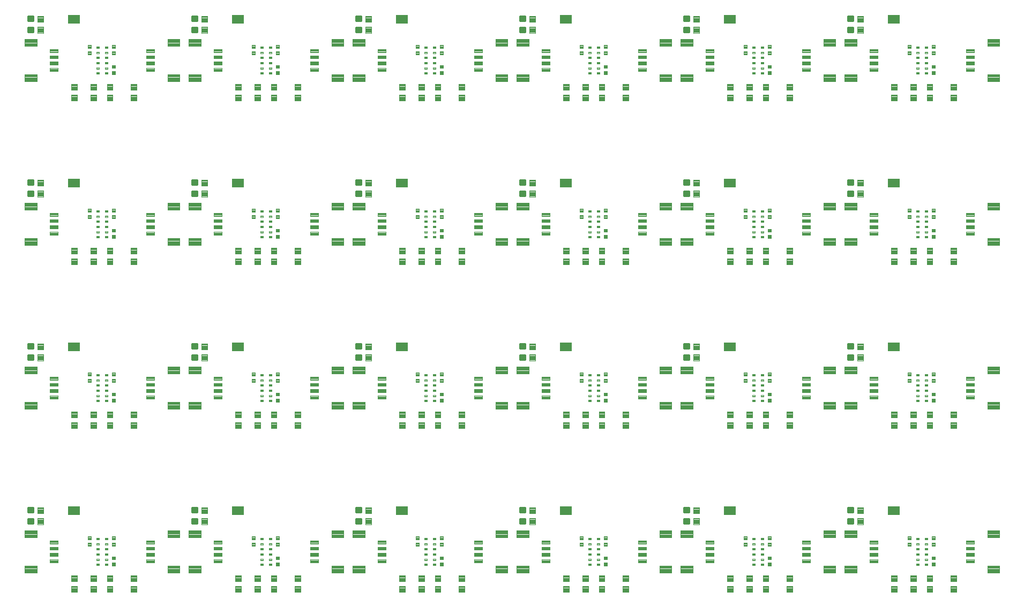
<source format=gtp>
G04 EAGLE Gerber RS-274X export*
G75*
%MOMM*%
%FSLAX34Y34*%
%LPD*%
%INSolderpaste Top*%
%IPPOS*%
%AMOC8*
5,1,8,0,0,1.08239X$1,22.5*%
G01*
%ADD10C,0.096000*%
%ADD11C,0.102000*%
%ADD12C,0.100000*%
%ADD13C,0.300000*%
%ADD14C,0.101500*%
%ADD15R,1.879600X1.473200*%


D10*
X249470Y104520D02*
X249470Y93480D01*
X230430Y93480D01*
X230430Y104520D01*
X249470Y104520D01*
X249470Y94392D02*
X230430Y94392D01*
X230430Y95304D02*
X249470Y95304D01*
X249470Y96216D02*
X230430Y96216D01*
X230430Y97128D02*
X249470Y97128D01*
X249470Y98040D02*
X230430Y98040D01*
X230430Y98952D02*
X249470Y98952D01*
X249470Y99864D02*
X230430Y99864D01*
X230430Y100776D02*
X249470Y100776D01*
X249470Y101688D02*
X230430Y101688D01*
X230430Y102600D02*
X249470Y102600D01*
X249470Y103512D02*
X230430Y103512D01*
X230430Y104424D02*
X249470Y104424D01*
X249470Y149480D02*
X249470Y160520D01*
X249470Y149480D02*
X230430Y149480D01*
X230430Y160520D01*
X249470Y160520D01*
X249470Y150392D02*
X230430Y150392D01*
X230430Y151304D02*
X249470Y151304D01*
X249470Y152216D02*
X230430Y152216D01*
X230430Y153128D02*
X249470Y153128D01*
X249470Y154040D02*
X230430Y154040D01*
X230430Y154952D02*
X249470Y154952D01*
X249470Y155864D02*
X230430Y155864D01*
X230430Y156776D02*
X249470Y156776D01*
X249470Y157688D02*
X230430Y157688D01*
X230430Y158600D02*
X249470Y158600D01*
X249470Y159512D02*
X230430Y159512D01*
X230430Y160424D02*
X249470Y160424D01*
D11*
X209440Y114490D02*
X209440Y109510D01*
X196960Y109510D01*
X196960Y114490D01*
X209440Y114490D01*
X209440Y110479D02*
X196960Y110479D01*
X196960Y111448D02*
X209440Y111448D01*
X209440Y112417D02*
X196960Y112417D01*
X196960Y113386D02*
X209440Y113386D01*
X209440Y114355D02*
X196960Y114355D01*
X209440Y119510D02*
X209440Y124490D01*
X209440Y119510D02*
X196960Y119510D01*
X196960Y124490D01*
X209440Y124490D01*
X209440Y120479D02*
X196960Y120479D01*
X196960Y121448D02*
X209440Y121448D01*
X209440Y122417D02*
X196960Y122417D01*
X196960Y123386D02*
X209440Y123386D01*
X209440Y124355D02*
X196960Y124355D01*
X209440Y129510D02*
X209440Y134490D01*
X209440Y129510D02*
X196960Y129510D01*
X196960Y134490D01*
X209440Y134490D01*
X209440Y130479D02*
X196960Y130479D01*
X196960Y131448D02*
X209440Y131448D01*
X209440Y132417D02*
X196960Y132417D01*
X196960Y133386D02*
X209440Y133386D01*
X209440Y134355D02*
X196960Y134355D01*
X209440Y139510D02*
X209440Y144490D01*
X209440Y139510D02*
X196960Y139510D01*
X196960Y144490D01*
X209440Y144490D01*
X209440Y140479D02*
X196960Y140479D01*
X196960Y141448D02*
X209440Y141448D01*
X209440Y142417D02*
X196960Y142417D01*
X196960Y143386D02*
X209440Y143386D01*
X209440Y144355D02*
X196960Y144355D01*
D10*
X4530Y149480D02*
X4530Y160520D01*
X23570Y160520D01*
X23570Y149480D01*
X4530Y149480D01*
X4530Y150392D02*
X23570Y150392D01*
X23570Y151304D02*
X4530Y151304D01*
X4530Y152216D02*
X23570Y152216D01*
X23570Y153128D02*
X4530Y153128D01*
X4530Y154040D02*
X23570Y154040D01*
X23570Y154952D02*
X4530Y154952D01*
X4530Y155864D02*
X23570Y155864D01*
X23570Y156776D02*
X4530Y156776D01*
X4530Y157688D02*
X23570Y157688D01*
X23570Y158600D02*
X4530Y158600D01*
X4530Y159512D02*
X23570Y159512D01*
X23570Y160424D02*
X4530Y160424D01*
X4530Y104520D02*
X4530Y93480D01*
X4530Y104520D02*
X23570Y104520D01*
X23570Y93480D01*
X4530Y93480D01*
X4530Y94392D02*
X23570Y94392D01*
X23570Y95304D02*
X4530Y95304D01*
X4530Y96216D02*
X23570Y96216D01*
X23570Y97128D02*
X4530Y97128D01*
X4530Y98040D02*
X23570Y98040D01*
X23570Y98952D02*
X4530Y98952D01*
X4530Y99864D02*
X23570Y99864D01*
X23570Y100776D02*
X4530Y100776D01*
X4530Y101688D02*
X23570Y101688D01*
X23570Y102600D02*
X4530Y102600D01*
X4530Y103512D02*
X23570Y103512D01*
X23570Y104424D02*
X4530Y104424D01*
D11*
X44560Y139510D02*
X44560Y144490D01*
X57040Y144490D01*
X57040Y139510D01*
X44560Y139510D01*
X44560Y140479D02*
X57040Y140479D01*
X57040Y141448D02*
X44560Y141448D01*
X44560Y142417D02*
X57040Y142417D01*
X57040Y143386D02*
X44560Y143386D01*
X44560Y144355D02*
X57040Y144355D01*
X44560Y134490D02*
X44560Y129510D01*
X44560Y134490D02*
X57040Y134490D01*
X57040Y129510D01*
X44560Y129510D01*
X44560Y130479D02*
X57040Y130479D01*
X57040Y131448D02*
X44560Y131448D01*
X44560Y132417D02*
X57040Y132417D01*
X57040Y133386D02*
X44560Y133386D01*
X44560Y134355D02*
X57040Y134355D01*
X44560Y124490D02*
X44560Y119510D01*
X44560Y124490D02*
X57040Y124490D01*
X57040Y119510D01*
X44560Y119510D01*
X44560Y120479D02*
X57040Y120479D01*
X57040Y121448D02*
X44560Y121448D01*
X44560Y122417D02*
X57040Y122417D01*
X57040Y123386D02*
X44560Y123386D01*
X44560Y124355D02*
X57040Y124355D01*
X44560Y114490D02*
X44560Y109510D01*
X44560Y114490D02*
X57040Y114490D01*
X57040Y109510D01*
X44560Y109510D01*
X44560Y110479D02*
X57040Y110479D01*
X57040Y111448D02*
X44560Y111448D01*
X44560Y112417D02*
X57040Y112417D01*
X57040Y113386D02*
X44560Y113386D01*
X44560Y114355D02*
X57040Y114355D01*
D12*
X117530Y72700D02*
X117530Y62700D01*
X108530Y62700D01*
X108530Y72700D01*
X117530Y72700D01*
X117530Y63650D02*
X108530Y63650D01*
X108530Y64600D02*
X117530Y64600D01*
X117530Y65550D02*
X108530Y65550D01*
X108530Y66500D02*
X117530Y66500D01*
X117530Y67450D02*
X108530Y67450D01*
X108530Y68400D02*
X117530Y68400D01*
X117530Y69350D02*
X108530Y69350D01*
X108530Y70300D02*
X117530Y70300D01*
X117530Y71250D02*
X108530Y71250D01*
X108530Y72200D02*
X117530Y72200D01*
X117530Y79700D02*
X117530Y89700D01*
X117530Y79700D02*
X108530Y79700D01*
X108530Y89700D01*
X117530Y89700D01*
X117530Y80650D02*
X108530Y80650D01*
X108530Y81600D02*
X117530Y81600D01*
X117530Y82550D02*
X108530Y82550D01*
X108530Y83500D02*
X117530Y83500D01*
X117530Y84450D02*
X108530Y84450D01*
X108530Y85400D02*
X117530Y85400D01*
X117530Y86350D02*
X108530Y86350D01*
X108530Y87300D02*
X117530Y87300D01*
X117530Y88250D02*
X108530Y88250D01*
X108530Y89200D02*
X117530Y89200D01*
X143692Y72700D02*
X143692Y62700D01*
X134692Y62700D01*
X134692Y72700D01*
X143692Y72700D01*
X143692Y63650D02*
X134692Y63650D01*
X134692Y64600D02*
X143692Y64600D01*
X143692Y65550D02*
X134692Y65550D01*
X134692Y66500D02*
X143692Y66500D01*
X143692Y67450D02*
X134692Y67450D01*
X134692Y68400D02*
X143692Y68400D01*
X143692Y69350D02*
X134692Y69350D01*
X134692Y70300D02*
X143692Y70300D01*
X143692Y71250D02*
X134692Y71250D01*
X134692Y72200D02*
X143692Y72200D01*
X143692Y79700D02*
X143692Y89700D01*
X143692Y79700D02*
X134692Y79700D01*
X134692Y89700D01*
X143692Y89700D01*
X143692Y80650D02*
X134692Y80650D01*
X134692Y81600D02*
X143692Y81600D01*
X143692Y82550D02*
X134692Y82550D01*
X134692Y83500D02*
X143692Y83500D01*
X143692Y84450D02*
X134692Y84450D01*
X134692Y85400D02*
X143692Y85400D01*
X143692Y86350D02*
X134692Y86350D01*
X134692Y87300D02*
X143692Y87300D01*
X143692Y88250D02*
X134692Y88250D01*
X134692Y89200D02*
X143692Y89200D01*
X24710Y187142D02*
X24710Y197142D01*
X33710Y197142D01*
X33710Y187142D01*
X24710Y187142D01*
X24710Y188092D02*
X33710Y188092D01*
X33710Y189042D02*
X24710Y189042D01*
X24710Y189992D02*
X33710Y189992D01*
X33710Y190942D02*
X24710Y190942D01*
X24710Y191892D02*
X33710Y191892D01*
X33710Y192842D02*
X24710Y192842D01*
X24710Y193792D02*
X33710Y193792D01*
X33710Y194742D02*
X24710Y194742D01*
X24710Y195692D02*
X33710Y195692D01*
X33710Y196642D02*
X24710Y196642D01*
X24710Y180142D02*
X24710Y170142D01*
X24710Y180142D02*
X33710Y180142D01*
X33710Y170142D01*
X24710Y170142D01*
X24710Y171092D02*
X33710Y171092D01*
X33710Y172042D02*
X24710Y172042D01*
X24710Y172992D02*
X33710Y172992D01*
X33710Y173942D02*
X24710Y173942D01*
X24710Y174892D02*
X33710Y174892D01*
X33710Y175842D02*
X24710Y175842D01*
X24710Y176792D02*
X33710Y176792D01*
X33710Y177742D02*
X24710Y177742D01*
X24710Y178692D02*
X33710Y178692D01*
X33710Y179642D02*
X24710Y179642D01*
D13*
X17724Y178372D02*
X10724Y178372D01*
X17724Y178372D02*
X17724Y171372D01*
X10724Y171372D01*
X10724Y178372D01*
X10724Y174222D02*
X17724Y174222D01*
X17724Y177072D02*
X10724Y177072D01*
X10724Y195912D02*
X17724Y195912D01*
X17724Y188912D01*
X10724Y188912D01*
X10724Y195912D01*
X10724Y191762D02*
X17724Y191762D01*
X17724Y194612D02*
X10724Y194612D01*
D14*
X118149Y146077D02*
X122135Y146077D01*
X118149Y146077D02*
X118149Y148563D01*
X122135Y148563D01*
X122135Y146077D01*
X122135Y147041D02*
X118149Y147041D01*
X118149Y148005D02*
X122135Y148005D01*
X122135Y137877D02*
X118149Y137877D01*
X118149Y140363D01*
X122135Y140363D01*
X122135Y137877D01*
X122135Y138841D02*
X118149Y138841D01*
X118149Y139805D02*
X122135Y139805D01*
X122135Y129677D02*
X118149Y129677D01*
X118149Y132163D01*
X122135Y132163D01*
X122135Y129677D01*
X122135Y130641D02*
X118149Y130641D01*
X118149Y131605D02*
X122135Y131605D01*
X122135Y121477D02*
X118149Y121477D01*
X118149Y123963D01*
X122135Y123963D01*
X122135Y121477D01*
X122135Y122441D02*
X118149Y122441D01*
X118149Y123405D02*
X122135Y123405D01*
X122135Y113277D02*
X118149Y113277D01*
X118149Y115763D01*
X122135Y115763D01*
X122135Y113277D01*
X122135Y114241D02*
X118149Y114241D01*
X118149Y115205D02*
X122135Y115205D01*
X122135Y105077D02*
X118149Y105077D01*
X118149Y107563D01*
X122135Y107563D01*
X122135Y105077D01*
X122135Y106041D02*
X118149Y106041D01*
X118149Y107005D02*
X122135Y107005D01*
X131649Y105077D02*
X135635Y105077D01*
X131649Y105077D02*
X131649Y107563D01*
X135635Y107563D01*
X135635Y105077D01*
X135635Y106041D02*
X131649Y106041D01*
X131649Y107005D02*
X135635Y107005D01*
X135635Y113277D02*
X131649Y113277D01*
X131649Y115763D01*
X135635Y115763D01*
X135635Y113277D01*
X135635Y114241D02*
X131649Y114241D01*
X131649Y115205D02*
X135635Y115205D01*
X135635Y121477D02*
X131649Y121477D01*
X131649Y123963D01*
X135635Y123963D01*
X135635Y121477D01*
X135635Y122441D02*
X131649Y122441D01*
X131649Y123405D02*
X135635Y123405D01*
X135635Y129677D02*
X131649Y129677D01*
X131649Y132163D01*
X135635Y132163D01*
X135635Y129677D01*
X135635Y130641D02*
X131649Y130641D01*
X131649Y131605D02*
X135635Y131605D01*
X135635Y137877D02*
X131649Y137877D01*
X131649Y140363D01*
X135635Y140363D01*
X135635Y137877D01*
X135635Y138841D02*
X131649Y138841D01*
X131649Y139805D02*
X135635Y139805D01*
X135635Y146077D02*
X131649Y146077D01*
X131649Y148563D01*
X135635Y148563D01*
X135635Y146077D01*
X135635Y147041D02*
X131649Y147041D01*
X131649Y148005D02*
X135635Y148005D01*
D11*
X142290Y146020D02*
X142290Y151000D01*
X147270Y151000D01*
X147270Y146020D01*
X142290Y146020D01*
X142290Y146989D02*
X147270Y146989D01*
X147270Y147958D02*
X142290Y147958D01*
X142290Y148927D02*
X147270Y148927D01*
X147270Y149896D02*
X142290Y149896D01*
X142290Y150865D02*
X147270Y150865D01*
X142290Y141000D02*
X142290Y136020D01*
X142290Y141000D02*
X147270Y141000D01*
X147270Y136020D01*
X142290Y136020D01*
X142290Y136989D02*
X147270Y136989D01*
X147270Y137958D02*
X142290Y137958D01*
X142290Y138927D02*
X147270Y138927D01*
X147270Y139896D02*
X142290Y139896D01*
X142290Y140865D02*
X147270Y140865D01*
X104190Y146020D02*
X104190Y151000D01*
X109170Y151000D01*
X109170Y146020D01*
X104190Y146020D01*
X104190Y146989D02*
X109170Y146989D01*
X109170Y147958D02*
X104190Y147958D01*
X104190Y148927D02*
X109170Y148927D01*
X109170Y149896D02*
X104190Y149896D01*
X104190Y150865D02*
X109170Y150865D01*
X104190Y141000D02*
X104190Y136020D01*
X104190Y141000D02*
X109170Y141000D01*
X109170Y136020D01*
X104190Y136020D01*
X104190Y136989D02*
X109170Y136989D01*
X109170Y137958D02*
X104190Y137958D01*
X104190Y138927D02*
X109170Y138927D01*
X109170Y139896D02*
X104190Y139896D01*
X104190Y140865D02*
X109170Y140865D01*
X147270Y109250D02*
X147270Y104270D01*
X142290Y104270D01*
X142290Y109250D01*
X147270Y109250D01*
X147270Y105239D02*
X142290Y105239D01*
X142290Y106208D02*
X147270Y106208D01*
X147270Y107177D02*
X142290Y107177D01*
X142290Y108146D02*
X147270Y108146D01*
X147270Y109115D02*
X142290Y109115D01*
X147270Y114270D02*
X147270Y119250D01*
X147270Y114270D02*
X142290Y114270D01*
X142290Y119250D01*
X147270Y119250D01*
X147270Y115239D02*
X142290Y115239D01*
X142290Y116208D02*
X147270Y116208D01*
X147270Y117177D02*
X142290Y117177D01*
X142290Y118146D02*
X147270Y118146D01*
X147270Y119115D02*
X142290Y119115D01*
D12*
X78050Y89700D02*
X78050Y79700D01*
X78050Y89700D02*
X87050Y89700D01*
X87050Y79700D01*
X78050Y79700D01*
X78050Y80650D02*
X87050Y80650D01*
X87050Y81600D02*
X78050Y81600D01*
X78050Y82550D02*
X87050Y82550D01*
X87050Y83500D02*
X78050Y83500D01*
X78050Y84450D02*
X87050Y84450D01*
X87050Y85400D02*
X78050Y85400D01*
X78050Y86350D02*
X87050Y86350D01*
X87050Y87300D02*
X78050Y87300D01*
X78050Y88250D02*
X87050Y88250D01*
X87050Y89200D02*
X78050Y89200D01*
X78050Y72700D02*
X78050Y62700D01*
X78050Y72700D02*
X87050Y72700D01*
X87050Y62700D01*
X78050Y62700D01*
X78050Y63650D02*
X87050Y63650D01*
X87050Y64600D02*
X78050Y64600D01*
X78050Y65550D02*
X87050Y65550D01*
X87050Y66500D02*
X78050Y66500D01*
X78050Y67450D02*
X87050Y67450D01*
X87050Y68400D02*
X78050Y68400D01*
X78050Y69350D02*
X87050Y69350D01*
X87050Y70300D02*
X78050Y70300D01*
X78050Y71250D02*
X87050Y71250D01*
X87050Y72200D02*
X78050Y72200D01*
X172030Y79700D02*
X172030Y89700D01*
X181030Y89700D01*
X181030Y79700D01*
X172030Y79700D01*
X172030Y80650D02*
X181030Y80650D01*
X181030Y81600D02*
X172030Y81600D01*
X172030Y82550D02*
X181030Y82550D01*
X181030Y83500D02*
X172030Y83500D01*
X172030Y84450D02*
X181030Y84450D01*
X181030Y85400D02*
X172030Y85400D01*
X172030Y86350D02*
X181030Y86350D01*
X181030Y87300D02*
X172030Y87300D01*
X172030Y88250D02*
X181030Y88250D01*
X181030Y89200D02*
X172030Y89200D01*
X172030Y72700D02*
X172030Y62700D01*
X172030Y72700D02*
X181030Y72700D01*
X181030Y62700D01*
X172030Y62700D01*
X172030Y63650D02*
X181030Y63650D01*
X181030Y64600D02*
X172030Y64600D01*
X172030Y65550D02*
X181030Y65550D01*
X181030Y66500D02*
X172030Y66500D01*
X172030Y67450D02*
X181030Y67450D01*
X181030Y68400D02*
X172030Y68400D01*
X172030Y69350D02*
X181030Y69350D01*
X181030Y70300D02*
X172030Y70300D01*
X172030Y71250D02*
X181030Y71250D01*
X181030Y72200D02*
X172030Y72200D01*
D15*
X82296Y191770D03*
D10*
X508550Y104520D02*
X508550Y93480D01*
X489510Y93480D01*
X489510Y104520D01*
X508550Y104520D01*
X508550Y94392D02*
X489510Y94392D01*
X489510Y95304D02*
X508550Y95304D01*
X508550Y96216D02*
X489510Y96216D01*
X489510Y97128D02*
X508550Y97128D01*
X508550Y98040D02*
X489510Y98040D01*
X489510Y98952D02*
X508550Y98952D01*
X508550Y99864D02*
X489510Y99864D01*
X489510Y100776D02*
X508550Y100776D01*
X508550Y101688D02*
X489510Y101688D01*
X489510Y102600D02*
X508550Y102600D01*
X508550Y103512D02*
X489510Y103512D01*
X489510Y104424D02*
X508550Y104424D01*
X508550Y149480D02*
X508550Y160520D01*
X508550Y149480D02*
X489510Y149480D01*
X489510Y160520D01*
X508550Y160520D01*
X508550Y150392D02*
X489510Y150392D01*
X489510Y151304D02*
X508550Y151304D01*
X508550Y152216D02*
X489510Y152216D01*
X489510Y153128D02*
X508550Y153128D01*
X508550Y154040D02*
X489510Y154040D01*
X489510Y154952D02*
X508550Y154952D01*
X508550Y155864D02*
X489510Y155864D01*
X489510Y156776D02*
X508550Y156776D01*
X508550Y157688D02*
X489510Y157688D01*
X489510Y158600D02*
X508550Y158600D01*
X508550Y159512D02*
X489510Y159512D01*
X489510Y160424D02*
X508550Y160424D01*
D11*
X468520Y114490D02*
X468520Y109510D01*
X456040Y109510D01*
X456040Y114490D01*
X468520Y114490D01*
X468520Y110479D02*
X456040Y110479D01*
X456040Y111448D02*
X468520Y111448D01*
X468520Y112417D02*
X456040Y112417D01*
X456040Y113386D02*
X468520Y113386D01*
X468520Y114355D02*
X456040Y114355D01*
X468520Y119510D02*
X468520Y124490D01*
X468520Y119510D02*
X456040Y119510D01*
X456040Y124490D01*
X468520Y124490D01*
X468520Y120479D02*
X456040Y120479D01*
X456040Y121448D02*
X468520Y121448D01*
X468520Y122417D02*
X456040Y122417D01*
X456040Y123386D02*
X468520Y123386D01*
X468520Y124355D02*
X456040Y124355D01*
X468520Y129510D02*
X468520Y134490D01*
X468520Y129510D02*
X456040Y129510D01*
X456040Y134490D01*
X468520Y134490D01*
X468520Y130479D02*
X456040Y130479D01*
X456040Y131448D02*
X468520Y131448D01*
X468520Y132417D02*
X456040Y132417D01*
X456040Y133386D02*
X468520Y133386D01*
X468520Y134355D02*
X456040Y134355D01*
X468520Y139510D02*
X468520Y144490D01*
X468520Y139510D02*
X456040Y139510D01*
X456040Y144490D01*
X468520Y144490D01*
X468520Y140479D02*
X456040Y140479D01*
X456040Y141448D02*
X468520Y141448D01*
X468520Y142417D02*
X456040Y142417D01*
X456040Y143386D02*
X468520Y143386D01*
X468520Y144355D02*
X456040Y144355D01*
D10*
X263610Y149480D02*
X263610Y160520D01*
X282650Y160520D01*
X282650Y149480D01*
X263610Y149480D01*
X263610Y150392D02*
X282650Y150392D01*
X282650Y151304D02*
X263610Y151304D01*
X263610Y152216D02*
X282650Y152216D01*
X282650Y153128D02*
X263610Y153128D01*
X263610Y154040D02*
X282650Y154040D01*
X282650Y154952D02*
X263610Y154952D01*
X263610Y155864D02*
X282650Y155864D01*
X282650Y156776D02*
X263610Y156776D01*
X263610Y157688D02*
X282650Y157688D01*
X282650Y158600D02*
X263610Y158600D01*
X263610Y159512D02*
X282650Y159512D01*
X282650Y160424D02*
X263610Y160424D01*
X263610Y104520D02*
X263610Y93480D01*
X263610Y104520D02*
X282650Y104520D01*
X282650Y93480D01*
X263610Y93480D01*
X263610Y94392D02*
X282650Y94392D01*
X282650Y95304D02*
X263610Y95304D01*
X263610Y96216D02*
X282650Y96216D01*
X282650Y97128D02*
X263610Y97128D01*
X263610Y98040D02*
X282650Y98040D01*
X282650Y98952D02*
X263610Y98952D01*
X263610Y99864D02*
X282650Y99864D01*
X282650Y100776D02*
X263610Y100776D01*
X263610Y101688D02*
X282650Y101688D01*
X282650Y102600D02*
X263610Y102600D01*
X263610Y103512D02*
X282650Y103512D01*
X282650Y104424D02*
X263610Y104424D01*
D11*
X303640Y139510D02*
X303640Y144490D01*
X316120Y144490D01*
X316120Y139510D01*
X303640Y139510D01*
X303640Y140479D02*
X316120Y140479D01*
X316120Y141448D02*
X303640Y141448D01*
X303640Y142417D02*
X316120Y142417D01*
X316120Y143386D02*
X303640Y143386D01*
X303640Y144355D02*
X316120Y144355D01*
X303640Y134490D02*
X303640Y129510D01*
X303640Y134490D02*
X316120Y134490D01*
X316120Y129510D01*
X303640Y129510D01*
X303640Y130479D02*
X316120Y130479D01*
X316120Y131448D02*
X303640Y131448D01*
X303640Y132417D02*
X316120Y132417D01*
X316120Y133386D02*
X303640Y133386D01*
X303640Y134355D02*
X316120Y134355D01*
X303640Y124490D02*
X303640Y119510D01*
X303640Y124490D02*
X316120Y124490D01*
X316120Y119510D01*
X303640Y119510D01*
X303640Y120479D02*
X316120Y120479D01*
X316120Y121448D02*
X303640Y121448D01*
X303640Y122417D02*
X316120Y122417D01*
X316120Y123386D02*
X303640Y123386D01*
X303640Y124355D02*
X316120Y124355D01*
X303640Y114490D02*
X303640Y109510D01*
X303640Y114490D02*
X316120Y114490D01*
X316120Y109510D01*
X303640Y109510D01*
X303640Y110479D02*
X316120Y110479D01*
X316120Y111448D02*
X303640Y111448D01*
X303640Y112417D02*
X316120Y112417D01*
X316120Y113386D02*
X303640Y113386D01*
X303640Y114355D02*
X316120Y114355D01*
D12*
X376610Y72700D02*
X376610Y62700D01*
X367610Y62700D01*
X367610Y72700D01*
X376610Y72700D01*
X376610Y63650D02*
X367610Y63650D01*
X367610Y64600D02*
X376610Y64600D01*
X376610Y65550D02*
X367610Y65550D01*
X367610Y66500D02*
X376610Y66500D01*
X376610Y67450D02*
X367610Y67450D01*
X367610Y68400D02*
X376610Y68400D01*
X376610Y69350D02*
X367610Y69350D01*
X367610Y70300D02*
X376610Y70300D01*
X376610Y71250D02*
X367610Y71250D01*
X367610Y72200D02*
X376610Y72200D01*
X376610Y79700D02*
X376610Y89700D01*
X376610Y79700D02*
X367610Y79700D01*
X367610Y89700D01*
X376610Y89700D01*
X376610Y80650D02*
X367610Y80650D01*
X367610Y81600D02*
X376610Y81600D01*
X376610Y82550D02*
X367610Y82550D01*
X367610Y83500D02*
X376610Y83500D01*
X376610Y84450D02*
X367610Y84450D01*
X367610Y85400D02*
X376610Y85400D01*
X376610Y86350D02*
X367610Y86350D01*
X367610Y87300D02*
X376610Y87300D01*
X376610Y88250D02*
X367610Y88250D01*
X367610Y89200D02*
X376610Y89200D01*
X402772Y72700D02*
X402772Y62700D01*
X393772Y62700D01*
X393772Y72700D01*
X402772Y72700D01*
X402772Y63650D02*
X393772Y63650D01*
X393772Y64600D02*
X402772Y64600D01*
X402772Y65550D02*
X393772Y65550D01*
X393772Y66500D02*
X402772Y66500D01*
X402772Y67450D02*
X393772Y67450D01*
X393772Y68400D02*
X402772Y68400D01*
X402772Y69350D02*
X393772Y69350D01*
X393772Y70300D02*
X402772Y70300D01*
X402772Y71250D02*
X393772Y71250D01*
X393772Y72200D02*
X402772Y72200D01*
X402772Y79700D02*
X402772Y89700D01*
X402772Y79700D02*
X393772Y79700D01*
X393772Y89700D01*
X402772Y89700D01*
X402772Y80650D02*
X393772Y80650D01*
X393772Y81600D02*
X402772Y81600D01*
X402772Y82550D02*
X393772Y82550D01*
X393772Y83500D02*
X402772Y83500D01*
X402772Y84450D02*
X393772Y84450D01*
X393772Y85400D02*
X402772Y85400D01*
X402772Y86350D02*
X393772Y86350D01*
X393772Y87300D02*
X402772Y87300D01*
X402772Y88250D02*
X393772Y88250D01*
X393772Y89200D02*
X402772Y89200D01*
X283790Y187142D02*
X283790Y197142D01*
X292790Y197142D01*
X292790Y187142D01*
X283790Y187142D01*
X283790Y188092D02*
X292790Y188092D01*
X292790Y189042D02*
X283790Y189042D01*
X283790Y189992D02*
X292790Y189992D01*
X292790Y190942D02*
X283790Y190942D01*
X283790Y191892D02*
X292790Y191892D01*
X292790Y192842D02*
X283790Y192842D01*
X283790Y193792D02*
X292790Y193792D01*
X292790Y194742D02*
X283790Y194742D01*
X283790Y195692D02*
X292790Y195692D01*
X292790Y196642D02*
X283790Y196642D01*
X283790Y180142D02*
X283790Y170142D01*
X283790Y180142D02*
X292790Y180142D01*
X292790Y170142D01*
X283790Y170142D01*
X283790Y171092D02*
X292790Y171092D01*
X292790Y172042D02*
X283790Y172042D01*
X283790Y172992D02*
X292790Y172992D01*
X292790Y173942D02*
X283790Y173942D01*
X283790Y174892D02*
X292790Y174892D01*
X292790Y175842D02*
X283790Y175842D01*
X283790Y176792D02*
X292790Y176792D01*
X292790Y177742D02*
X283790Y177742D01*
X283790Y178692D02*
X292790Y178692D01*
X292790Y179642D02*
X283790Y179642D01*
D13*
X276804Y178372D02*
X269804Y178372D01*
X276804Y178372D02*
X276804Y171372D01*
X269804Y171372D01*
X269804Y178372D01*
X269804Y174222D02*
X276804Y174222D01*
X276804Y177072D02*
X269804Y177072D01*
X269804Y195912D02*
X276804Y195912D01*
X276804Y188912D01*
X269804Y188912D01*
X269804Y195912D01*
X269804Y191762D02*
X276804Y191762D01*
X276804Y194612D02*
X269804Y194612D01*
D14*
X377229Y146077D02*
X381215Y146077D01*
X377229Y146077D02*
X377229Y148563D01*
X381215Y148563D01*
X381215Y146077D01*
X381215Y147041D02*
X377229Y147041D01*
X377229Y148005D02*
X381215Y148005D01*
X381215Y137877D02*
X377229Y137877D01*
X377229Y140363D01*
X381215Y140363D01*
X381215Y137877D01*
X381215Y138841D02*
X377229Y138841D01*
X377229Y139805D02*
X381215Y139805D01*
X381215Y129677D02*
X377229Y129677D01*
X377229Y132163D01*
X381215Y132163D01*
X381215Y129677D01*
X381215Y130641D02*
X377229Y130641D01*
X377229Y131605D02*
X381215Y131605D01*
X381215Y121477D02*
X377229Y121477D01*
X377229Y123963D01*
X381215Y123963D01*
X381215Y121477D01*
X381215Y122441D02*
X377229Y122441D01*
X377229Y123405D02*
X381215Y123405D01*
X381215Y113277D02*
X377229Y113277D01*
X377229Y115763D01*
X381215Y115763D01*
X381215Y113277D01*
X381215Y114241D02*
X377229Y114241D01*
X377229Y115205D02*
X381215Y115205D01*
X381215Y105077D02*
X377229Y105077D01*
X377229Y107563D01*
X381215Y107563D01*
X381215Y105077D01*
X381215Y106041D02*
X377229Y106041D01*
X377229Y107005D02*
X381215Y107005D01*
X390729Y105077D02*
X394715Y105077D01*
X390729Y105077D02*
X390729Y107563D01*
X394715Y107563D01*
X394715Y105077D01*
X394715Y106041D02*
X390729Y106041D01*
X390729Y107005D02*
X394715Y107005D01*
X394715Y113277D02*
X390729Y113277D01*
X390729Y115763D01*
X394715Y115763D01*
X394715Y113277D01*
X394715Y114241D02*
X390729Y114241D01*
X390729Y115205D02*
X394715Y115205D01*
X394715Y121477D02*
X390729Y121477D01*
X390729Y123963D01*
X394715Y123963D01*
X394715Y121477D01*
X394715Y122441D02*
X390729Y122441D01*
X390729Y123405D02*
X394715Y123405D01*
X394715Y129677D02*
X390729Y129677D01*
X390729Y132163D01*
X394715Y132163D01*
X394715Y129677D01*
X394715Y130641D02*
X390729Y130641D01*
X390729Y131605D02*
X394715Y131605D01*
X394715Y137877D02*
X390729Y137877D01*
X390729Y140363D01*
X394715Y140363D01*
X394715Y137877D01*
X394715Y138841D02*
X390729Y138841D01*
X390729Y139805D02*
X394715Y139805D01*
X394715Y146077D02*
X390729Y146077D01*
X390729Y148563D01*
X394715Y148563D01*
X394715Y146077D01*
X394715Y147041D02*
X390729Y147041D01*
X390729Y148005D02*
X394715Y148005D01*
D11*
X401370Y146020D02*
X401370Y151000D01*
X406350Y151000D01*
X406350Y146020D01*
X401370Y146020D01*
X401370Y146989D02*
X406350Y146989D01*
X406350Y147958D02*
X401370Y147958D01*
X401370Y148927D02*
X406350Y148927D01*
X406350Y149896D02*
X401370Y149896D01*
X401370Y150865D02*
X406350Y150865D01*
X401370Y141000D02*
X401370Y136020D01*
X401370Y141000D02*
X406350Y141000D01*
X406350Y136020D01*
X401370Y136020D01*
X401370Y136989D02*
X406350Y136989D01*
X406350Y137958D02*
X401370Y137958D01*
X401370Y138927D02*
X406350Y138927D01*
X406350Y139896D02*
X401370Y139896D01*
X401370Y140865D02*
X406350Y140865D01*
X363270Y146020D02*
X363270Y151000D01*
X368250Y151000D01*
X368250Y146020D01*
X363270Y146020D01*
X363270Y146989D02*
X368250Y146989D01*
X368250Y147958D02*
X363270Y147958D01*
X363270Y148927D02*
X368250Y148927D01*
X368250Y149896D02*
X363270Y149896D01*
X363270Y150865D02*
X368250Y150865D01*
X363270Y141000D02*
X363270Y136020D01*
X363270Y141000D02*
X368250Y141000D01*
X368250Y136020D01*
X363270Y136020D01*
X363270Y136989D02*
X368250Y136989D01*
X368250Y137958D02*
X363270Y137958D01*
X363270Y138927D02*
X368250Y138927D01*
X368250Y139896D02*
X363270Y139896D01*
X363270Y140865D02*
X368250Y140865D01*
X406350Y109250D02*
X406350Y104270D01*
X401370Y104270D01*
X401370Y109250D01*
X406350Y109250D01*
X406350Y105239D02*
X401370Y105239D01*
X401370Y106208D02*
X406350Y106208D01*
X406350Y107177D02*
X401370Y107177D01*
X401370Y108146D02*
X406350Y108146D01*
X406350Y109115D02*
X401370Y109115D01*
X406350Y114270D02*
X406350Y119250D01*
X406350Y114270D02*
X401370Y114270D01*
X401370Y119250D01*
X406350Y119250D01*
X406350Y115239D02*
X401370Y115239D01*
X401370Y116208D02*
X406350Y116208D01*
X406350Y117177D02*
X401370Y117177D01*
X401370Y118146D02*
X406350Y118146D01*
X406350Y119115D02*
X401370Y119115D01*
D12*
X337130Y89700D02*
X337130Y79700D01*
X337130Y89700D02*
X346130Y89700D01*
X346130Y79700D01*
X337130Y79700D01*
X337130Y80650D02*
X346130Y80650D01*
X346130Y81600D02*
X337130Y81600D01*
X337130Y82550D02*
X346130Y82550D01*
X346130Y83500D02*
X337130Y83500D01*
X337130Y84450D02*
X346130Y84450D01*
X346130Y85400D02*
X337130Y85400D01*
X337130Y86350D02*
X346130Y86350D01*
X346130Y87300D02*
X337130Y87300D01*
X337130Y88250D02*
X346130Y88250D01*
X346130Y89200D02*
X337130Y89200D01*
X337130Y72700D02*
X337130Y62700D01*
X337130Y72700D02*
X346130Y72700D01*
X346130Y62700D01*
X337130Y62700D01*
X337130Y63650D02*
X346130Y63650D01*
X346130Y64600D02*
X337130Y64600D01*
X337130Y65550D02*
X346130Y65550D01*
X346130Y66500D02*
X337130Y66500D01*
X337130Y67450D02*
X346130Y67450D01*
X346130Y68400D02*
X337130Y68400D01*
X337130Y69350D02*
X346130Y69350D01*
X346130Y70300D02*
X337130Y70300D01*
X337130Y71250D02*
X346130Y71250D01*
X346130Y72200D02*
X337130Y72200D01*
X431110Y79700D02*
X431110Y89700D01*
X440110Y89700D01*
X440110Y79700D01*
X431110Y79700D01*
X431110Y80650D02*
X440110Y80650D01*
X440110Y81600D02*
X431110Y81600D01*
X431110Y82550D02*
X440110Y82550D01*
X440110Y83500D02*
X431110Y83500D01*
X431110Y84450D02*
X440110Y84450D01*
X440110Y85400D02*
X431110Y85400D01*
X431110Y86350D02*
X440110Y86350D01*
X440110Y87300D02*
X431110Y87300D01*
X431110Y88250D02*
X440110Y88250D01*
X440110Y89200D02*
X431110Y89200D01*
X431110Y72700D02*
X431110Y62700D01*
X431110Y72700D02*
X440110Y72700D01*
X440110Y62700D01*
X431110Y62700D01*
X431110Y63650D02*
X440110Y63650D01*
X440110Y64600D02*
X431110Y64600D01*
X431110Y65550D02*
X440110Y65550D01*
X440110Y66500D02*
X431110Y66500D01*
X431110Y67450D02*
X440110Y67450D01*
X440110Y68400D02*
X431110Y68400D01*
X431110Y69350D02*
X440110Y69350D01*
X440110Y70300D02*
X431110Y70300D01*
X431110Y71250D02*
X440110Y71250D01*
X440110Y72200D02*
X431110Y72200D01*
D15*
X341376Y191770D03*
D10*
X767630Y104520D02*
X767630Y93480D01*
X748590Y93480D01*
X748590Y104520D01*
X767630Y104520D01*
X767630Y94392D02*
X748590Y94392D01*
X748590Y95304D02*
X767630Y95304D01*
X767630Y96216D02*
X748590Y96216D01*
X748590Y97128D02*
X767630Y97128D01*
X767630Y98040D02*
X748590Y98040D01*
X748590Y98952D02*
X767630Y98952D01*
X767630Y99864D02*
X748590Y99864D01*
X748590Y100776D02*
X767630Y100776D01*
X767630Y101688D02*
X748590Y101688D01*
X748590Y102600D02*
X767630Y102600D01*
X767630Y103512D02*
X748590Y103512D01*
X748590Y104424D02*
X767630Y104424D01*
X767630Y149480D02*
X767630Y160520D01*
X767630Y149480D02*
X748590Y149480D01*
X748590Y160520D01*
X767630Y160520D01*
X767630Y150392D02*
X748590Y150392D01*
X748590Y151304D02*
X767630Y151304D01*
X767630Y152216D02*
X748590Y152216D01*
X748590Y153128D02*
X767630Y153128D01*
X767630Y154040D02*
X748590Y154040D01*
X748590Y154952D02*
X767630Y154952D01*
X767630Y155864D02*
X748590Y155864D01*
X748590Y156776D02*
X767630Y156776D01*
X767630Y157688D02*
X748590Y157688D01*
X748590Y158600D02*
X767630Y158600D01*
X767630Y159512D02*
X748590Y159512D01*
X748590Y160424D02*
X767630Y160424D01*
D11*
X727600Y114490D02*
X727600Y109510D01*
X715120Y109510D01*
X715120Y114490D01*
X727600Y114490D01*
X727600Y110479D02*
X715120Y110479D01*
X715120Y111448D02*
X727600Y111448D01*
X727600Y112417D02*
X715120Y112417D01*
X715120Y113386D02*
X727600Y113386D01*
X727600Y114355D02*
X715120Y114355D01*
X727600Y119510D02*
X727600Y124490D01*
X727600Y119510D02*
X715120Y119510D01*
X715120Y124490D01*
X727600Y124490D01*
X727600Y120479D02*
X715120Y120479D01*
X715120Y121448D02*
X727600Y121448D01*
X727600Y122417D02*
X715120Y122417D01*
X715120Y123386D02*
X727600Y123386D01*
X727600Y124355D02*
X715120Y124355D01*
X727600Y129510D02*
X727600Y134490D01*
X727600Y129510D02*
X715120Y129510D01*
X715120Y134490D01*
X727600Y134490D01*
X727600Y130479D02*
X715120Y130479D01*
X715120Y131448D02*
X727600Y131448D01*
X727600Y132417D02*
X715120Y132417D01*
X715120Y133386D02*
X727600Y133386D01*
X727600Y134355D02*
X715120Y134355D01*
X727600Y139510D02*
X727600Y144490D01*
X727600Y139510D02*
X715120Y139510D01*
X715120Y144490D01*
X727600Y144490D01*
X727600Y140479D02*
X715120Y140479D01*
X715120Y141448D02*
X727600Y141448D01*
X727600Y142417D02*
X715120Y142417D01*
X715120Y143386D02*
X727600Y143386D01*
X727600Y144355D02*
X715120Y144355D01*
D10*
X522690Y149480D02*
X522690Y160520D01*
X541730Y160520D01*
X541730Y149480D01*
X522690Y149480D01*
X522690Y150392D02*
X541730Y150392D01*
X541730Y151304D02*
X522690Y151304D01*
X522690Y152216D02*
X541730Y152216D01*
X541730Y153128D02*
X522690Y153128D01*
X522690Y154040D02*
X541730Y154040D01*
X541730Y154952D02*
X522690Y154952D01*
X522690Y155864D02*
X541730Y155864D01*
X541730Y156776D02*
X522690Y156776D01*
X522690Y157688D02*
X541730Y157688D01*
X541730Y158600D02*
X522690Y158600D01*
X522690Y159512D02*
X541730Y159512D01*
X541730Y160424D02*
X522690Y160424D01*
X522690Y104520D02*
X522690Y93480D01*
X522690Y104520D02*
X541730Y104520D01*
X541730Y93480D01*
X522690Y93480D01*
X522690Y94392D02*
X541730Y94392D01*
X541730Y95304D02*
X522690Y95304D01*
X522690Y96216D02*
X541730Y96216D01*
X541730Y97128D02*
X522690Y97128D01*
X522690Y98040D02*
X541730Y98040D01*
X541730Y98952D02*
X522690Y98952D01*
X522690Y99864D02*
X541730Y99864D01*
X541730Y100776D02*
X522690Y100776D01*
X522690Y101688D02*
X541730Y101688D01*
X541730Y102600D02*
X522690Y102600D01*
X522690Y103512D02*
X541730Y103512D01*
X541730Y104424D02*
X522690Y104424D01*
D11*
X562720Y139510D02*
X562720Y144490D01*
X575200Y144490D01*
X575200Y139510D01*
X562720Y139510D01*
X562720Y140479D02*
X575200Y140479D01*
X575200Y141448D02*
X562720Y141448D01*
X562720Y142417D02*
X575200Y142417D01*
X575200Y143386D02*
X562720Y143386D01*
X562720Y144355D02*
X575200Y144355D01*
X562720Y134490D02*
X562720Y129510D01*
X562720Y134490D02*
X575200Y134490D01*
X575200Y129510D01*
X562720Y129510D01*
X562720Y130479D02*
X575200Y130479D01*
X575200Y131448D02*
X562720Y131448D01*
X562720Y132417D02*
X575200Y132417D01*
X575200Y133386D02*
X562720Y133386D01*
X562720Y134355D02*
X575200Y134355D01*
X562720Y124490D02*
X562720Y119510D01*
X562720Y124490D02*
X575200Y124490D01*
X575200Y119510D01*
X562720Y119510D01*
X562720Y120479D02*
X575200Y120479D01*
X575200Y121448D02*
X562720Y121448D01*
X562720Y122417D02*
X575200Y122417D01*
X575200Y123386D02*
X562720Y123386D01*
X562720Y124355D02*
X575200Y124355D01*
X562720Y114490D02*
X562720Y109510D01*
X562720Y114490D02*
X575200Y114490D01*
X575200Y109510D01*
X562720Y109510D01*
X562720Y110479D02*
X575200Y110479D01*
X575200Y111448D02*
X562720Y111448D01*
X562720Y112417D02*
X575200Y112417D01*
X575200Y113386D02*
X562720Y113386D01*
X562720Y114355D02*
X575200Y114355D01*
D12*
X635690Y72700D02*
X635690Y62700D01*
X626690Y62700D01*
X626690Y72700D01*
X635690Y72700D01*
X635690Y63650D02*
X626690Y63650D01*
X626690Y64600D02*
X635690Y64600D01*
X635690Y65550D02*
X626690Y65550D01*
X626690Y66500D02*
X635690Y66500D01*
X635690Y67450D02*
X626690Y67450D01*
X626690Y68400D02*
X635690Y68400D01*
X635690Y69350D02*
X626690Y69350D01*
X626690Y70300D02*
X635690Y70300D01*
X635690Y71250D02*
X626690Y71250D01*
X626690Y72200D02*
X635690Y72200D01*
X635690Y79700D02*
X635690Y89700D01*
X635690Y79700D02*
X626690Y79700D01*
X626690Y89700D01*
X635690Y89700D01*
X635690Y80650D02*
X626690Y80650D01*
X626690Y81600D02*
X635690Y81600D01*
X635690Y82550D02*
X626690Y82550D01*
X626690Y83500D02*
X635690Y83500D01*
X635690Y84450D02*
X626690Y84450D01*
X626690Y85400D02*
X635690Y85400D01*
X635690Y86350D02*
X626690Y86350D01*
X626690Y87300D02*
X635690Y87300D01*
X635690Y88250D02*
X626690Y88250D01*
X626690Y89200D02*
X635690Y89200D01*
X661852Y72700D02*
X661852Y62700D01*
X652852Y62700D01*
X652852Y72700D01*
X661852Y72700D01*
X661852Y63650D02*
X652852Y63650D01*
X652852Y64600D02*
X661852Y64600D01*
X661852Y65550D02*
X652852Y65550D01*
X652852Y66500D02*
X661852Y66500D01*
X661852Y67450D02*
X652852Y67450D01*
X652852Y68400D02*
X661852Y68400D01*
X661852Y69350D02*
X652852Y69350D01*
X652852Y70300D02*
X661852Y70300D01*
X661852Y71250D02*
X652852Y71250D01*
X652852Y72200D02*
X661852Y72200D01*
X661852Y79700D02*
X661852Y89700D01*
X661852Y79700D02*
X652852Y79700D01*
X652852Y89700D01*
X661852Y89700D01*
X661852Y80650D02*
X652852Y80650D01*
X652852Y81600D02*
X661852Y81600D01*
X661852Y82550D02*
X652852Y82550D01*
X652852Y83500D02*
X661852Y83500D01*
X661852Y84450D02*
X652852Y84450D01*
X652852Y85400D02*
X661852Y85400D01*
X661852Y86350D02*
X652852Y86350D01*
X652852Y87300D02*
X661852Y87300D01*
X661852Y88250D02*
X652852Y88250D01*
X652852Y89200D02*
X661852Y89200D01*
X542870Y187142D02*
X542870Y197142D01*
X551870Y197142D01*
X551870Y187142D01*
X542870Y187142D01*
X542870Y188092D02*
X551870Y188092D01*
X551870Y189042D02*
X542870Y189042D01*
X542870Y189992D02*
X551870Y189992D01*
X551870Y190942D02*
X542870Y190942D01*
X542870Y191892D02*
X551870Y191892D01*
X551870Y192842D02*
X542870Y192842D01*
X542870Y193792D02*
X551870Y193792D01*
X551870Y194742D02*
X542870Y194742D01*
X542870Y195692D02*
X551870Y195692D01*
X551870Y196642D02*
X542870Y196642D01*
X542870Y180142D02*
X542870Y170142D01*
X542870Y180142D02*
X551870Y180142D01*
X551870Y170142D01*
X542870Y170142D01*
X542870Y171092D02*
X551870Y171092D01*
X551870Y172042D02*
X542870Y172042D01*
X542870Y172992D02*
X551870Y172992D01*
X551870Y173942D02*
X542870Y173942D01*
X542870Y174892D02*
X551870Y174892D01*
X551870Y175842D02*
X542870Y175842D01*
X542870Y176792D02*
X551870Y176792D01*
X551870Y177742D02*
X542870Y177742D01*
X542870Y178692D02*
X551870Y178692D01*
X551870Y179642D02*
X542870Y179642D01*
D13*
X535884Y178372D02*
X528884Y178372D01*
X535884Y178372D02*
X535884Y171372D01*
X528884Y171372D01*
X528884Y178372D01*
X528884Y174222D02*
X535884Y174222D01*
X535884Y177072D02*
X528884Y177072D01*
X528884Y195912D02*
X535884Y195912D01*
X535884Y188912D01*
X528884Y188912D01*
X528884Y195912D01*
X528884Y191762D02*
X535884Y191762D01*
X535884Y194612D02*
X528884Y194612D01*
D14*
X636309Y146077D02*
X640295Y146077D01*
X636309Y146077D02*
X636309Y148563D01*
X640295Y148563D01*
X640295Y146077D01*
X640295Y147041D02*
X636309Y147041D01*
X636309Y148005D02*
X640295Y148005D01*
X640295Y137877D02*
X636309Y137877D01*
X636309Y140363D01*
X640295Y140363D01*
X640295Y137877D01*
X640295Y138841D02*
X636309Y138841D01*
X636309Y139805D02*
X640295Y139805D01*
X640295Y129677D02*
X636309Y129677D01*
X636309Y132163D01*
X640295Y132163D01*
X640295Y129677D01*
X640295Y130641D02*
X636309Y130641D01*
X636309Y131605D02*
X640295Y131605D01*
X640295Y121477D02*
X636309Y121477D01*
X636309Y123963D01*
X640295Y123963D01*
X640295Y121477D01*
X640295Y122441D02*
X636309Y122441D01*
X636309Y123405D02*
X640295Y123405D01*
X640295Y113277D02*
X636309Y113277D01*
X636309Y115763D01*
X640295Y115763D01*
X640295Y113277D01*
X640295Y114241D02*
X636309Y114241D01*
X636309Y115205D02*
X640295Y115205D01*
X640295Y105077D02*
X636309Y105077D01*
X636309Y107563D01*
X640295Y107563D01*
X640295Y105077D01*
X640295Y106041D02*
X636309Y106041D01*
X636309Y107005D02*
X640295Y107005D01*
X649809Y105077D02*
X653795Y105077D01*
X649809Y105077D02*
X649809Y107563D01*
X653795Y107563D01*
X653795Y105077D01*
X653795Y106041D02*
X649809Y106041D01*
X649809Y107005D02*
X653795Y107005D01*
X653795Y113277D02*
X649809Y113277D01*
X649809Y115763D01*
X653795Y115763D01*
X653795Y113277D01*
X653795Y114241D02*
X649809Y114241D01*
X649809Y115205D02*
X653795Y115205D01*
X653795Y121477D02*
X649809Y121477D01*
X649809Y123963D01*
X653795Y123963D01*
X653795Y121477D01*
X653795Y122441D02*
X649809Y122441D01*
X649809Y123405D02*
X653795Y123405D01*
X653795Y129677D02*
X649809Y129677D01*
X649809Y132163D01*
X653795Y132163D01*
X653795Y129677D01*
X653795Y130641D02*
X649809Y130641D01*
X649809Y131605D02*
X653795Y131605D01*
X653795Y137877D02*
X649809Y137877D01*
X649809Y140363D01*
X653795Y140363D01*
X653795Y137877D01*
X653795Y138841D02*
X649809Y138841D01*
X649809Y139805D02*
X653795Y139805D01*
X653795Y146077D02*
X649809Y146077D01*
X649809Y148563D01*
X653795Y148563D01*
X653795Y146077D01*
X653795Y147041D02*
X649809Y147041D01*
X649809Y148005D02*
X653795Y148005D01*
D11*
X660450Y146020D02*
X660450Y151000D01*
X665430Y151000D01*
X665430Y146020D01*
X660450Y146020D01*
X660450Y146989D02*
X665430Y146989D01*
X665430Y147958D02*
X660450Y147958D01*
X660450Y148927D02*
X665430Y148927D01*
X665430Y149896D02*
X660450Y149896D01*
X660450Y150865D02*
X665430Y150865D01*
X660450Y141000D02*
X660450Y136020D01*
X660450Y141000D02*
X665430Y141000D01*
X665430Y136020D01*
X660450Y136020D01*
X660450Y136989D02*
X665430Y136989D01*
X665430Y137958D02*
X660450Y137958D01*
X660450Y138927D02*
X665430Y138927D01*
X665430Y139896D02*
X660450Y139896D01*
X660450Y140865D02*
X665430Y140865D01*
X622350Y146020D02*
X622350Y151000D01*
X627330Y151000D01*
X627330Y146020D01*
X622350Y146020D01*
X622350Y146989D02*
X627330Y146989D01*
X627330Y147958D02*
X622350Y147958D01*
X622350Y148927D02*
X627330Y148927D01*
X627330Y149896D02*
X622350Y149896D01*
X622350Y150865D02*
X627330Y150865D01*
X622350Y141000D02*
X622350Y136020D01*
X622350Y141000D02*
X627330Y141000D01*
X627330Y136020D01*
X622350Y136020D01*
X622350Y136989D02*
X627330Y136989D01*
X627330Y137958D02*
X622350Y137958D01*
X622350Y138927D02*
X627330Y138927D01*
X627330Y139896D02*
X622350Y139896D01*
X622350Y140865D02*
X627330Y140865D01*
X665430Y109250D02*
X665430Y104270D01*
X660450Y104270D01*
X660450Y109250D01*
X665430Y109250D01*
X665430Y105239D02*
X660450Y105239D01*
X660450Y106208D02*
X665430Y106208D01*
X665430Y107177D02*
X660450Y107177D01*
X660450Y108146D02*
X665430Y108146D01*
X665430Y109115D02*
X660450Y109115D01*
X665430Y114270D02*
X665430Y119250D01*
X665430Y114270D02*
X660450Y114270D01*
X660450Y119250D01*
X665430Y119250D01*
X665430Y115239D02*
X660450Y115239D01*
X660450Y116208D02*
X665430Y116208D01*
X665430Y117177D02*
X660450Y117177D01*
X660450Y118146D02*
X665430Y118146D01*
X665430Y119115D02*
X660450Y119115D01*
D12*
X596210Y89700D02*
X596210Y79700D01*
X596210Y89700D02*
X605210Y89700D01*
X605210Y79700D01*
X596210Y79700D01*
X596210Y80650D02*
X605210Y80650D01*
X605210Y81600D02*
X596210Y81600D01*
X596210Y82550D02*
X605210Y82550D01*
X605210Y83500D02*
X596210Y83500D01*
X596210Y84450D02*
X605210Y84450D01*
X605210Y85400D02*
X596210Y85400D01*
X596210Y86350D02*
X605210Y86350D01*
X605210Y87300D02*
X596210Y87300D01*
X596210Y88250D02*
X605210Y88250D01*
X605210Y89200D02*
X596210Y89200D01*
X596210Y72700D02*
X596210Y62700D01*
X596210Y72700D02*
X605210Y72700D01*
X605210Y62700D01*
X596210Y62700D01*
X596210Y63650D02*
X605210Y63650D01*
X605210Y64600D02*
X596210Y64600D01*
X596210Y65550D02*
X605210Y65550D01*
X605210Y66500D02*
X596210Y66500D01*
X596210Y67450D02*
X605210Y67450D01*
X605210Y68400D02*
X596210Y68400D01*
X596210Y69350D02*
X605210Y69350D01*
X605210Y70300D02*
X596210Y70300D01*
X596210Y71250D02*
X605210Y71250D01*
X605210Y72200D02*
X596210Y72200D01*
X690190Y79700D02*
X690190Y89700D01*
X699190Y89700D01*
X699190Y79700D01*
X690190Y79700D01*
X690190Y80650D02*
X699190Y80650D01*
X699190Y81600D02*
X690190Y81600D01*
X690190Y82550D02*
X699190Y82550D01*
X699190Y83500D02*
X690190Y83500D01*
X690190Y84450D02*
X699190Y84450D01*
X699190Y85400D02*
X690190Y85400D01*
X690190Y86350D02*
X699190Y86350D01*
X699190Y87300D02*
X690190Y87300D01*
X690190Y88250D02*
X699190Y88250D01*
X699190Y89200D02*
X690190Y89200D01*
X690190Y72700D02*
X690190Y62700D01*
X690190Y72700D02*
X699190Y72700D01*
X699190Y62700D01*
X690190Y62700D01*
X690190Y63650D02*
X699190Y63650D01*
X699190Y64600D02*
X690190Y64600D01*
X690190Y65550D02*
X699190Y65550D01*
X699190Y66500D02*
X690190Y66500D01*
X690190Y67450D02*
X699190Y67450D01*
X699190Y68400D02*
X690190Y68400D01*
X690190Y69350D02*
X699190Y69350D01*
X699190Y70300D02*
X690190Y70300D01*
X690190Y71250D02*
X699190Y71250D01*
X699190Y72200D02*
X690190Y72200D01*
D15*
X600456Y191770D03*
D10*
X1026710Y104520D02*
X1026710Y93480D01*
X1007670Y93480D01*
X1007670Y104520D01*
X1026710Y104520D01*
X1026710Y94392D02*
X1007670Y94392D01*
X1007670Y95304D02*
X1026710Y95304D01*
X1026710Y96216D02*
X1007670Y96216D01*
X1007670Y97128D02*
X1026710Y97128D01*
X1026710Y98040D02*
X1007670Y98040D01*
X1007670Y98952D02*
X1026710Y98952D01*
X1026710Y99864D02*
X1007670Y99864D01*
X1007670Y100776D02*
X1026710Y100776D01*
X1026710Y101688D02*
X1007670Y101688D01*
X1007670Y102600D02*
X1026710Y102600D01*
X1026710Y103512D02*
X1007670Y103512D01*
X1007670Y104424D02*
X1026710Y104424D01*
X1026710Y149480D02*
X1026710Y160520D01*
X1026710Y149480D02*
X1007670Y149480D01*
X1007670Y160520D01*
X1026710Y160520D01*
X1026710Y150392D02*
X1007670Y150392D01*
X1007670Y151304D02*
X1026710Y151304D01*
X1026710Y152216D02*
X1007670Y152216D01*
X1007670Y153128D02*
X1026710Y153128D01*
X1026710Y154040D02*
X1007670Y154040D01*
X1007670Y154952D02*
X1026710Y154952D01*
X1026710Y155864D02*
X1007670Y155864D01*
X1007670Y156776D02*
X1026710Y156776D01*
X1026710Y157688D02*
X1007670Y157688D01*
X1007670Y158600D02*
X1026710Y158600D01*
X1026710Y159512D02*
X1007670Y159512D01*
X1007670Y160424D02*
X1026710Y160424D01*
D11*
X986680Y114490D02*
X986680Y109510D01*
X974200Y109510D01*
X974200Y114490D01*
X986680Y114490D01*
X986680Y110479D02*
X974200Y110479D01*
X974200Y111448D02*
X986680Y111448D01*
X986680Y112417D02*
X974200Y112417D01*
X974200Y113386D02*
X986680Y113386D01*
X986680Y114355D02*
X974200Y114355D01*
X986680Y119510D02*
X986680Y124490D01*
X986680Y119510D02*
X974200Y119510D01*
X974200Y124490D01*
X986680Y124490D01*
X986680Y120479D02*
X974200Y120479D01*
X974200Y121448D02*
X986680Y121448D01*
X986680Y122417D02*
X974200Y122417D01*
X974200Y123386D02*
X986680Y123386D01*
X986680Y124355D02*
X974200Y124355D01*
X986680Y129510D02*
X986680Y134490D01*
X986680Y129510D02*
X974200Y129510D01*
X974200Y134490D01*
X986680Y134490D01*
X986680Y130479D02*
X974200Y130479D01*
X974200Y131448D02*
X986680Y131448D01*
X986680Y132417D02*
X974200Y132417D01*
X974200Y133386D02*
X986680Y133386D01*
X986680Y134355D02*
X974200Y134355D01*
X986680Y139510D02*
X986680Y144490D01*
X986680Y139510D02*
X974200Y139510D01*
X974200Y144490D01*
X986680Y144490D01*
X986680Y140479D02*
X974200Y140479D01*
X974200Y141448D02*
X986680Y141448D01*
X986680Y142417D02*
X974200Y142417D01*
X974200Y143386D02*
X986680Y143386D01*
X986680Y144355D02*
X974200Y144355D01*
D10*
X781770Y149480D02*
X781770Y160520D01*
X800810Y160520D01*
X800810Y149480D01*
X781770Y149480D01*
X781770Y150392D02*
X800810Y150392D01*
X800810Y151304D02*
X781770Y151304D01*
X781770Y152216D02*
X800810Y152216D01*
X800810Y153128D02*
X781770Y153128D01*
X781770Y154040D02*
X800810Y154040D01*
X800810Y154952D02*
X781770Y154952D01*
X781770Y155864D02*
X800810Y155864D01*
X800810Y156776D02*
X781770Y156776D01*
X781770Y157688D02*
X800810Y157688D01*
X800810Y158600D02*
X781770Y158600D01*
X781770Y159512D02*
X800810Y159512D01*
X800810Y160424D02*
X781770Y160424D01*
X781770Y104520D02*
X781770Y93480D01*
X781770Y104520D02*
X800810Y104520D01*
X800810Y93480D01*
X781770Y93480D01*
X781770Y94392D02*
X800810Y94392D01*
X800810Y95304D02*
X781770Y95304D01*
X781770Y96216D02*
X800810Y96216D01*
X800810Y97128D02*
X781770Y97128D01*
X781770Y98040D02*
X800810Y98040D01*
X800810Y98952D02*
X781770Y98952D01*
X781770Y99864D02*
X800810Y99864D01*
X800810Y100776D02*
X781770Y100776D01*
X781770Y101688D02*
X800810Y101688D01*
X800810Y102600D02*
X781770Y102600D01*
X781770Y103512D02*
X800810Y103512D01*
X800810Y104424D02*
X781770Y104424D01*
D11*
X821800Y139510D02*
X821800Y144490D01*
X834280Y144490D01*
X834280Y139510D01*
X821800Y139510D01*
X821800Y140479D02*
X834280Y140479D01*
X834280Y141448D02*
X821800Y141448D01*
X821800Y142417D02*
X834280Y142417D01*
X834280Y143386D02*
X821800Y143386D01*
X821800Y144355D02*
X834280Y144355D01*
X821800Y134490D02*
X821800Y129510D01*
X821800Y134490D02*
X834280Y134490D01*
X834280Y129510D01*
X821800Y129510D01*
X821800Y130479D02*
X834280Y130479D01*
X834280Y131448D02*
X821800Y131448D01*
X821800Y132417D02*
X834280Y132417D01*
X834280Y133386D02*
X821800Y133386D01*
X821800Y134355D02*
X834280Y134355D01*
X821800Y124490D02*
X821800Y119510D01*
X821800Y124490D02*
X834280Y124490D01*
X834280Y119510D01*
X821800Y119510D01*
X821800Y120479D02*
X834280Y120479D01*
X834280Y121448D02*
X821800Y121448D01*
X821800Y122417D02*
X834280Y122417D01*
X834280Y123386D02*
X821800Y123386D01*
X821800Y124355D02*
X834280Y124355D01*
X821800Y114490D02*
X821800Y109510D01*
X821800Y114490D02*
X834280Y114490D01*
X834280Y109510D01*
X821800Y109510D01*
X821800Y110479D02*
X834280Y110479D01*
X834280Y111448D02*
X821800Y111448D01*
X821800Y112417D02*
X834280Y112417D01*
X834280Y113386D02*
X821800Y113386D01*
X821800Y114355D02*
X834280Y114355D01*
D12*
X894770Y72700D02*
X894770Y62700D01*
X885770Y62700D01*
X885770Y72700D01*
X894770Y72700D01*
X894770Y63650D02*
X885770Y63650D01*
X885770Y64600D02*
X894770Y64600D01*
X894770Y65550D02*
X885770Y65550D01*
X885770Y66500D02*
X894770Y66500D01*
X894770Y67450D02*
X885770Y67450D01*
X885770Y68400D02*
X894770Y68400D01*
X894770Y69350D02*
X885770Y69350D01*
X885770Y70300D02*
X894770Y70300D01*
X894770Y71250D02*
X885770Y71250D01*
X885770Y72200D02*
X894770Y72200D01*
X894770Y79700D02*
X894770Y89700D01*
X894770Y79700D02*
X885770Y79700D01*
X885770Y89700D01*
X894770Y89700D01*
X894770Y80650D02*
X885770Y80650D01*
X885770Y81600D02*
X894770Y81600D01*
X894770Y82550D02*
X885770Y82550D01*
X885770Y83500D02*
X894770Y83500D01*
X894770Y84450D02*
X885770Y84450D01*
X885770Y85400D02*
X894770Y85400D01*
X894770Y86350D02*
X885770Y86350D01*
X885770Y87300D02*
X894770Y87300D01*
X894770Y88250D02*
X885770Y88250D01*
X885770Y89200D02*
X894770Y89200D01*
X920932Y72700D02*
X920932Y62700D01*
X911932Y62700D01*
X911932Y72700D01*
X920932Y72700D01*
X920932Y63650D02*
X911932Y63650D01*
X911932Y64600D02*
X920932Y64600D01*
X920932Y65550D02*
X911932Y65550D01*
X911932Y66500D02*
X920932Y66500D01*
X920932Y67450D02*
X911932Y67450D01*
X911932Y68400D02*
X920932Y68400D01*
X920932Y69350D02*
X911932Y69350D01*
X911932Y70300D02*
X920932Y70300D01*
X920932Y71250D02*
X911932Y71250D01*
X911932Y72200D02*
X920932Y72200D01*
X920932Y79700D02*
X920932Y89700D01*
X920932Y79700D02*
X911932Y79700D01*
X911932Y89700D01*
X920932Y89700D01*
X920932Y80650D02*
X911932Y80650D01*
X911932Y81600D02*
X920932Y81600D01*
X920932Y82550D02*
X911932Y82550D01*
X911932Y83500D02*
X920932Y83500D01*
X920932Y84450D02*
X911932Y84450D01*
X911932Y85400D02*
X920932Y85400D01*
X920932Y86350D02*
X911932Y86350D01*
X911932Y87300D02*
X920932Y87300D01*
X920932Y88250D02*
X911932Y88250D01*
X911932Y89200D02*
X920932Y89200D01*
X801950Y187142D02*
X801950Y197142D01*
X810950Y197142D01*
X810950Y187142D01*
X801950Y187142D01*
X801950Y188092D02*
X810950Y188092D01*
X810950Y189042D02*
X801950Y189042D01*
X801950Y189992D02*
X810950Y189992D01*
X810950Y190942D02*
X801950Y190942D01*
X801950Y191892D02*
X810950Y191892D01*
X810950Y192842D02*
X801950Y192842D01*
X801950Y193792D02*
X810950Y193792D01*
X810950Y194742D02*
X801950Y194742D01*
X801950Y195692D02*
X810950Y195692D01*
X810950Y196642D02*
X801950Y196642D01*
X801950Y180142D02*
X801950Y170142D01*
X801950Y180142D02*
X810950Y180142D01*
X810950Y170142D01*
X801950Y170142D01*
X801950Y171092D02*
X810950Y171092D01*
X810950Y172042D02*
X801950Y172042D01*
X801950Y172992D02*
X810950Y172992D01*
X810950Y173942D02*
X801950Y173942D01*
X801950Y174892D02*
X810950Y174892D01*
X810950Y175842D02*
X801950Y175842D01*
X801950Y176792D02*
X810950Y176792D01*
X810950Y177742D02*
X801950Y177742D01*
X801950Y178692D02*
X810950Y178692D01*
X810950Y179642D02*
X801950Y179642D01*
D13*
X794964Y178372D02*
X787964Y178372D01*
X794964Y178372D02*
X794964Y171372D01*
X787964Y171372D01*
X787964Y178372D01*
X787964Y174222D02*
X794964Y174222D01*
X794964Y177072D02*
X787964Y177072D01*
X787964Y195912D02*
X794964Y195912D01*
X794964Y188912D01*
X787964Y188912D01*
X787964Y195912D01*
X787964Y191762D02*
X794964Y191762D01*
X794964Y194612D02*
X787964Y194612D01*
D14*
X895389Y146077D02*
X899375Y146077D01*
X895389Y146077D02*
X895389Y148563D01*
X899375Y148563D01*
X899375Y146077D01*
X899375Y147041D02*
X895389Y147041D01*
X895389Y148005D02*
X899375Y148005D01*
X899375Y137877D02*
X895389Y137877D01*
X895389Y140363D01*
X899375Y140363D01*
X899375Y137877D01*
X899375Y138841D02*
X895389Y138841D01*
X895389Y139805D02*
X899375Y139805D01*
X899375Y129677D02*
X895389Y129677D01*
X895389Y132163D01*
X899375Y132163D01*
X899375Y129677D01*
X899375Y130641D02*
X895389Y130641D01*
X895389Y131605D02*
X899375Y131605D01*
X899375Y121477D02*
X895389Y121477D01*
X895389Y123963D01*
X899375Y123963D01*
X899375Y121477D01*
X899375Y122441D02*
X895389Y122441D01*
X895389Y123405D02*
X899375Y123405D01*
X899375Y113277D02*
X895389Y113277D01*
X895389Y115763D01*
X899375Y115763D01*
X899375Y113277D01*
X899375Y114241D02*
X895389Y114241D01*
X895389Y115205D02*
X899375Y115205D01*
X899375Y105077D02*
X895389Y105077D01*
X895389Y107563D01*
X899375Y107563D01*
X899375Y105077D01*
X899375Y106041D02*
X895389Y106041D01*
X895389Y107005D02*
X899375Y107005D01*
X908889Y105077D02*
X912875Y105077D01*
X908889Y105077D02*
X908889Y107563D01*
X912875Y107563D01*
X912875Y105077D01*
X912875Y106041D02*
X908889Y106041D01*
X908889Y107005D02*
X912875Y107005D01*
X912875Y113277D02*
X908889Y113277D01*
X908889Y115763D01*
X912875Y115763D01*
X912875Y113277D01*
X912875Y114241D02*
X908889Y114241D01*
X908889Y115205D02*
X912875Y115205D01*
X912875Y121477D02*
X908889Y121477D01*
X908889Y123963D01*
X912875Y123963D01*
X912875Y121477D01*
X912875Y122441D02*
X908889Y122441D01*
X908889Y123405D02*
X912875Y123405D01*
X912875Y129677D02*
X908889Y129677D01*
X908889Y132163D01*
X912875Y132163D01*
X912875Y129677D01*
X912875Y130641D02*
X908889Y130641D01*
X908889Y131605D02*
X912875Y131605D01*
X912875Y137877D02*
X908889Y137877D01*
X908889Y140363D01*
X912875Y140363D01*
X912875Y137877D01*
X912875Y138841D02*
X908889Y138841D01*
X908889Y139805D02*
X912875Y139805D01*
X912875Y146077D02*
X908889Y146077D01*
X908889Y148563D01*
X912875Y148563D01*
X912875Y146077D01*
X912875Y147041D02*
X908889Y147041D01*
X908889Y148005D02*
X912875Y148005D01*
D11*
X919530Y146020D02*
X919530Y151000D01*
X924510Y151000D01*
X924510Y146020D01*
X919530Y146020D01*
X919530Y146989D02*
X924510Y146989D01*
X924510Y147958D02*
X919530Y147958D01*
X919530Y148927D02*
X924510Y148927D01*
X924510Y149896D02*
X919530Y149896D01*
X919530Y150865D02*
X924510Y150865D01*
X919530Y141000D02*
X919530Y136020D01*
X919530Y141000D02*
X924510Y141000D01*
X924510Y136020D01*
X919530Y136020D01*
X919530Y136989D02*
X924510Y136989D01*
X924510Y137958D02*
X919530Y137958D01*
X919530Y138927D02*
X924510Y138927D01*
X924510Y139896D02*
X919530Y139896D01*
X919530Y140865D02*
X924510Y140865D01*
X881430Y146020D02*
X881430Y151000D01*
X886410Y151000D01*
X886410Y146020D01*
X881430Y146020D01*
X881430Y146989D02*
X886410Y146989D01*
X886410Y147958D02*
X881430Y147958D01*
X881430Y148927D02*
X886410Y148927D01*
X886410Y149896D02*
X881430Y149896D01*
X881430Y150865D02*
X886410Y150865D01*
X881430Y141000D02*
X881430Y136020D01*
X881430Y141000D02*
X886410Y141000D01*
X886410Y136020D01*
X881430Y136020D01*
X881430Y136989D02*
X886410Y136989D01*
X886410Y137958D02*
X881430Y137958D01*
X881430Y138927D02*
X886410Y138927D01*
X886410Y139896D02*
X881430Y139896D01*
X881430Y140865D02*
X886410Y140865D01*
X924510Y109250D02*
X924510Y104270D01*
X919530Y104270D01*
X919530Y109250D01*
X924510Y109250D01*
X924510Y105239D02*
X919530Y105239D01*
X919530Y106208D02*
X924510Y106208D01*
X924510Y107177D02*
X919530Y107177D01*
X919530Y108146D02*
X924510Y108146D01*
X924510Y109115D02*
X919530Y109115D01*
X924510Y114270D02*
X924510Y119250D01*
X924510Y114270D02*
X919530Y114270D01*
X919530Y119250D01*
X924510Y119250D01*
X924510Y115239D02*
X919530Y115239D01*
X919530Y116208D02*
X924510Y116208D01*
X924510Y117177D02*
X919530Y117177D01*
X919530Y118146D02*
X924510Y118146D01*
X924510Y119115D02*
X919530Y119115D01*
D12*
X855290Y89700D02*
X855290Y79700D01*
X855290Y89700D02*
X864290Y89700D01*
X864290Y79700D01*
X855290Y79700D01*
X855290Y80650D02*
X864290Y80650D01*
X864290Y81600D02*
X855290Y81600D01*
X855290Y82550D02*
X864290Y82550D01*
X864290Y83500D02*
X855290Y83500D01*
X855290Y84450D02*
X864290Y84450D01*
X864290Y85400D02*
X855290Y85400D01*
X855290Y86350D02*
X864290Y86350D01*
X864290Y87300D02*
X855290Y87300D01*
X855290Y88250D02*
X864290Y88250D01*
X864290Y89200D02*
X855290Y89200D01*
X855290Y72700D02*
X855290Y62700D01*
X855290Y72700D02*
X864290Y72700D01*
X864290Y62700D01*
X855290Y62700D01*
X855290Y63650D02*
X864290Y63650D01*
X864290Y64600D02*
X855290Y64600D01*
X855290Y65550D02*
X864290Y65550D01*
X864290Y66500D02*
X855290Y66500D01*
X855290Y67450D02*
X864290Y67450D01*
X864290Y68400D02*
X855290Y68400D01*
X855290Y69350D02*
X864290Y69350D01*
X864290Y70300D02*
X855290Y70300D01*
X855290Y71250D02*
X864290Y71250D01*
X864290Y72200D02*
X855290Y72200D01*
X949270Y79700D02*
X949270Y89700D01*
X958270Y89700D01*
X958270Y79700D01*
X949270Y79700D01*
X949270Y80650D02*
X958270Y80650D01*
X958270Y81600D02*
X949270Y81600D01*
X949270Y82550D02*
X958270Y82550D01*
X958270Y83500D02*
X949270Y83500D01*
X949270Y84450D02*
X958270Y84450D01*
X958270Y85400D02*
X949270Y85400D01*
X949270Y86350D02*
X958270Y86350D01*
X958270Y87300D02*
X949270Y87300D01*
X949270Y88250D02*
X958270Y88250D01*
X958270Y89200D02*
X949270Y89200D01*
X949270Y72700D02*
X949270Y62700D01*
X949270Y72700D02*
X958270Y72700D01*
X958270Y62700D01*
X949270Y62700D01*
X949270Y63650D02*
X958270Y63650D01*
X958270Y64600D02*
X949270Y64600D01*
X949270Y65550D02*
X958270Y65550D01*
X958270Y66500D02*
X949270Y66500D01*
X949270Y67450D02*
X958270Y67450D01*
X958270Y68400D02*
X949270Y68400D01*
X949270Y69350D02*
X958270Y69350D01*
X958270Y70300D02*
X949270Y70300D01*
X949270Y71250D02*
X958270Y71250D01*
X958270Y72200D02*
X949270Y72200D01*
D15*
X859536Y191770D03*
D10*
X1285790Y104520D02*
X1285790Y93480D01*
X1266750Y93480D01*
X1266750Y104520D01*
X1285790Y104520D01*
X1285790Y94392D02*
X1266750Y94392D01*
X1266750Y95304D02*
X1285790Y95304D01*
X1285790Y96216D02*
X1266750Y96216D01*
X1266750Y97128D02*
X1285790Y97128D01*
X1285790Y98040D02*
X1266750Y98040D01*
X1266750Y98952D02*
X1285790Y98952D01*
X1285790Y99864D02*
X1266750Y99864D01*
X1266750Y100776D02*
X1285790Y100776D01*
X1285790Y101688D02*
X1266750Y101688D01*
X1266750Y102600D02*
X1285790Y102600D01*
X1285790Y103512D02*
X1266750Y103512D01*
X1266750Y104424D02*
X1285790Y104424D01*
X1285790Y149480D02*
X1285790Y160520D01*
X1285790Y149480D02*
X1266750Y149480D01*
X1266750Y160520D01*
X1285790Y160520D01*
X1285790Y150392D02*
X1266750Y150392D01*
X1266750Y151304D02*
X1285790Y151304D01*
X1285790Y152216D02*
X1266750Y152216D01*
X1266750Y153128D02*
X1285790Y153128D01*
X1285790Y154040D02*
X1266750Y154040D01*
X1266750Y154952D02*
X1285790Y154952D01*
X1285790Y155864D02*
X1266750Y155864D01*
X1266750Y156776D02*
X1285790Y156776D01*
X1285790Y157688D02*
X1266750Y157688D01*
X1266750Y158600D02*
X1285790Y158600D01*
X1285790Y159512D02*
X1266750Y159512D01*
X1266750Y160424D02*
X1285790Y160424D01*
D11*
X1245760Y114490D02*
X1245760Y109510D01*
X1233280Y109510D01*
X1233280Y114490D01*
X1245760Y114490D01*
X1245760Y110479D02*
X1233280Y110479D01*
X1233280Y111448D02*
X1245760Y111448D01*
X1245760Y112417D02*
X1233280Y112417D01*
X1233280Y113386D02*
X1245760Y113386D01*
X1245760Y114355D02*
X1233280Y114355D01*
X1245760Y119510D02*
X1245760Y124490D01*
X1245760Y119510D02*
X1233280Y119510D01*
X1233280Y124490D01*
X1245760Y124490D01*
X1245760Y120479D02*
X1233280Y120479D01*
X1233280Y121448D02*
X1245760Y121448D01*
X1245760Y122417D02*
X1233280Y122417D01*
X1233280Y123386D02*
X1245760Y123386D01*
X1245760Y124355D02*
X1233280Y124355D01*
X1245760Y129510D02*
X1245760Y134490D01*
X1245760Y129510D02*
X1233280Y129510D01*
X1233280Y134490D01*
X1245760Y134490D01*
X1245760Y130479D02*
X1233280Y130479D01*
X1233280Y131448D02*
X1245760Y131448D01*
X1245760Y132417D02*
X1233280Y132417D01*
X1233280Y133386D02*
X1245760Y133386D01*
X1245760Y134355D02*
X1233280Y134355D01*
X1245760Y139510D02*
X1245760Y144490D01*
X1245760Y139510D02*
X1233280Y139510D01*
X1233280Y144490D01*
X1245760Y144490D01*
X1245760Y140479D02*
X1233280Y140479D01*
X1233280Y141448D02*
X1245760Y141448D01*
X1245760Y142417D02*
X1233280Y142417D01*
X1233280Y143386D02*
X1245760Y143386D01*
X1245760Y144355D02*
X1233280Y144355D01*
D10*
X1040850Y149480D02*
X1040850Y160520D01*
X1059890Y160520D01*
X1059890Y149480D01*
X1040850Y149480D01*
X1040850Y150392D02*
X1059890Y150392D01*
X1059890Y151304D02*
X1040850Y151304D01*
X1040850Y152216D02*
X1059890Y152216D01*
X1059890Y153128D02*
X1040850Y153128D01*
X1040850Y154040D02*
X1059890Y154040D01*
X1059890Y154952D02*
X1040850Y154952D01*
X1040850Y155864D02*
X1059890Y155864D01*
X1059890Y156776D02*
X1040850Y156776D01*
X1040850Y157688D02*
X1059890Y157688D01*
X1059890Y158600D02*
X1040850Y158600D01*
X1040850Y159512D02*
X1059890Y159512D01*
X1059890Y160424D02*
X1040850Y160424D01*
X1040850Y104520D02*
X1040850Y93480D01*
X1040850Y104520D02*
X1059890Y104520D01*
X1059890Y93480D01*
X1040850Y93480D01*
X1040850Y94392D02*
X1059890Y94392D01*
X1059890Y95304D02*
X1040850Y95304D01*
X1040850Y96216D02*
X1059890Y96216D01*
X1059890Y97128D02*
X1040850Y97128D01*
X1040850Y98040D02*
X1059890Y98040D01*
X1059890Y98952D02*
X1040850Y98952D01*
X1040850Y99864D02*
X1059890Y99864D01*
X1059890Y100776D02*
X1040850Y100776D01*
X1040850Y101688D02*
X1059890Y101688D01*
X1059890Y102600D02*
X1040850Y102600D01*
X1040850Y103512D02*
X1059890Y103512D01*
X1059890Y104424D02*
X1040850Y104424D01*
D11*
X1080880Y139510D02*
X1080880Y144490D01*
X1093360Y144490D01*
X1093360Y139510D01*
X1080880Y139510D01*
X1080880Y140479D02*
X1093360Y140479D01*
X1093360Y141448D02*
X1080880Y141448D01*
X1080880Y142417D02*
X1093360Y142417D01*
X1093360Y143386D02*
X1080880Y143386D01*
X1080880Y144355D02*
X1093360Y144355D01*
X1080880Y134490D02*
X1080880Y129510D01*
X1080880Y134490D02*
X1093360Y134490D01*
X1093360Y129510D01*
X1080880Y129510D01*
X1080880Y130479D02*
X1093360Y130479D01*
X1093360Y131448D02*
X1080880Y131448D01*
X1080880Y132417D02*
X1093360Y132417D01*
X1093360Y133386D02*
X1080880Y133386D01*
X1080880Y134355D02*
X1093360Y134355D01*
X1080880Y124490D02*
X1080880Y119510D01*
X1080880Y124490D02*
X1093360Y124490D01*
X1093360Y119510D01*
X1080880Y119510D01*
X1080880Y120479D02*
X1093360Y120479D01*
X1093360Y121448D02*
X1080880Y121448D01*
X1080880Y122417D02*
X1093360Y122417D01*
X1093360Y123386D02*
X1080880Y123386D01*
X1080880Y124355D02*
X1093360Y124355D01*
X1080880Y114490D02*
X1080880Y109510D01*
X1080880Y114490D02*
X1093360Y114490D01*
X1093360Y109510D01*
X1080880Y109510D01*
X1080880Y110479D02*
X1093360Y110479D01*
X1093360Y111448D02*
X1080880Y111448D01*
X1080880Y112417D02*
X1093360Y112417D01*
X1093360Y113386D02*
X1080880Y113386D01*
X1080880Y114355D02*
X1093360Y114355D01*
D12*
X1153850Y72700D02*
X1153850Y62700D01*
X1144850Y62700D01*
X1144850Y72700D01*
X1153850Y72700D01*
X1153850Y63650D02*
X1144850Y63650D01*
X1144850Y64600D02*
X1153850Y64600D01*
X1153850Y65550D02*
X1144850Y65550D01*
X1144850Y66500D02*
X1153850Y66500D01*
X1153850Y67450D02*
X1144850Y67450D01*
X1144850Y68400D02*
X1153850Y68400D01*
X1153850Y69350D02*
X1144850Y69350D01*
X1144850Y70300D02*
X1153850Y70300D01*
X1153850Y71250D02*
X1144850Y71250D01*
X1144850Y72200D02*
X1153850Y72200D01*
X1153850Y79700D02*
X1153850Y89700D01*
X1153850Y79700D02*
X1144850Y79700D01*
X1144850Y89700D01*
X1153850Y89700D01*
X1153850Y80650D02*
X1144850Y80650D01*
X1144850Y81600D02*
X1153850Y81600D01*
X1153850Y82550D02*
X1144850Y82550D01*
X1144850Y83500D02*
X1153850Y83500D01*
X1153850Y84450D02*
X1144850Y84450D01*
X1144850Y85400D02*
X1153850Y85400D01*
X1153850Y86350D02*
X1144850Y86350D01*
X1144850Y87300D02*
X1153850Y87300D01*
X1153850Y88250D02*
X1144850Y88250D01*
X1144850Y89200D02*
X1153850Y89200D01*
X1180012Y72700D02*
X1180012Y62700D01*
X1171012Y62700D01*
X1171012Y72700D01*
X1180012Y72700D01*
X1180012Y63650D02*
X1171012Y63650D01*
X1171012Y64600D02*
X1180012Y64600D01*
X1180012Y65550D02*
X1171012Y65550D01*
X1171012Y66500D02*
X1180012Y66500D01*
X1180012Y67450D02*
X1171012Y67450D01*
X1171012Y68400D02*
X1180012Y68400D01*
X1180012Y69350D02*
X1171012Y69350D01*
X1171012Y70300D02*
X1180012Y70300D01*
X1180012Y71250D02*
X1171012Y71250D01*
X1171012Y72200D02*
X1180012Y72200D01*
X1180012Y79700D02*
X1180012Y89700D01*
X1180012Y79700D02*
X1171012Y79700D01*
X1171012Y89700D01*
X1180012Y89700D01*
X1180012Y80650D02*
X1171012Y80650D01*
X1171012Y81600D02*
X1180012Y81600D01*
X1180012Y82550D02*
X1171012Y82550D01*
X1171012Y83500D02*
X1180012Y83500D01*
X1180012Y84450D02*
X1171012Y84450D01*
X1171012Y85400D02*
X1180012Y85400D01*
X1180012Y86350D02*
X1171012Y86350D01*
X1171012Y87300D02*
X1180012Y87300D01*
X1180012Y88250D02*
X1171012Y88250D01*
X1171012Y89200D02*
X1180012Y89200D01*
X1061030Y187142D02*
X1061030Y197142D01*
X1070030Y197142D01*
X1070030Y187142D01*
X1061030Y187142D01*
X1061030Y188092D02*
X1070030Y188092D01*
X1070030Y189042D02*
X1061030Y189042D01*
X1061030Y189992D02*
X1070030Y189992D01*
X1070030Y190942D02*
X1061030Y190942D01*
X1061030Y191892D02*
X1070030Y191892D01*
X1070030Y192842D02*
X1061030Y192842D01*
X1061030Y193792D02*
X1070030Y193792D01*
X1070030Y194742D02*
X1061030Y194742D01*
X1061030Y195692D02*
X1070030Y195692D01*
X1070030Y196642D02*
X1061030Y196642D01*
X1061030Y180142D02*
X1061030Y170142D01*
X1061030Y180142D02*
X1070030Y180142D01*
X1070030Y170142D01*
X1061030Y170142D01*
X1061030Y171092D02*
X1070030Y171092D01*
X1070030Y172042D02*
X1061030Y172042D01*
X1061030Y172992D02*
X1070030Y172992D01*
X1070030Y173942D02*
X1061030Y173942D01*
X1061030Y174892D02*
X1070030Y174892D01*
X1070030Y175842D02*
X1061030Y175842D01*
X1061030Y176792D02*
X1070030Y176792D01*
X1070030Y177742D02*
X1061030Y177742D01*
X1061030Y178692D02*
X1070030Y178692D01*
X1070030Y179642D02*
X1061030Y179642D01*
D13*
X1054044Y178372D02*
X1047044Y178372D01*
X1054044Y178372D02*
X1054044Y171372D01*
X1047044Y171372D01*
X1047044Y178372D01*
X1047044Y174222D02*
X1054044Y174222D01*
X1054044Y177072D02*
X1047044Y177072D01*
X1047044Y195912D02*
X1054044Y195912D01*
X1054044Y188912D01*
X1047044Y188912D01*
X1047044Y195912D01*
X1047044Y191762D02*
X1054044Y191762D01*
X1054044Y194612D02*
X1047044Y194612D01*
D14*
X1154469Y146077D02*
X1158455Y146077D01*
X1154469Y146077D02*
X1154469Y148563D01*
X1158455Y148563D01*
X1158455Y146077D01*
X1158455Y147041D02*
X1154469Y147041D01*
X1154469Y148005D02*
X1158455Y148005D01*
X1158455Y137877D02*
X1154469Y137877D01*
X1154469Y140363D01*
X1158455Y140363D01*
X1158455Y137877D01*
X1158455Y138841D02*
X1154469Y138841D01*
X1154469Y139805D02*
X1158455Y139805D01*
X1158455Y129677D02*
X1154469Y129677D01*
X1154469Y132163D01*
X1158455Y132163D01*
X1158455Y129677D01*
X1158455Y130641D02*
X1154469Y130641D01*
X1154469Y131605D02*
X1158455Y131605D01*
X1158455Y121477D02*
X1154469Y121477D01*
X1154469Y123963D01*
X1158455Y123963D01*
X1158455Y121477D01*
X1158455Y122441D02*
X1154469Y122441D01*
X1154469Y123405D02*
X1158455Y123405D01*
X1158455Y113277D02*
X1154469Y113277D01*
X1154469Y115763D01*
X1158455Y115763D01*
X1158455Y113277D01*
X1158455Y114241D02*
X1154469Y114241D01*
X1154469Y115205D02*
X1158455Y115205D01*
X1158455Y105077D02*
X1154469Y105077D01*
X1154469Y107563D01*
X1158455Y107563D01*
X1158455Y105077D01*
X1158455Y106041D02*
X1154469Y106041D01*
X1154469Y107005D02*
X1158455Y107005D01*
X1167969Y105077D02*
X1171955Y105077D01*
X1167969Y105077D02*
X1167969Y107563D01*
X1171955Y107563D01*
X1171955Y105077D01*
X1171955Y106041D02*
X1167969Y106041D01*
X1167969Y107005D02*
X1171955Y107005D01*
X1171955Y113277D02*
X1167969Y113277D01*
X1167969Y115763D01*
X1171955Y115763D01*
X1171955Y113277D01*
X1171955Y114241D02*
X1167969Y114241D01*
X1167969Y115205D02*
X1171955Y115205D01*
X1171955Y121477D02*
X1167969Y121477D01*
X1167969Y123963D01*
X1171955Y123963D01*
X1171955Y121477D01*
X1171955Y122441D02*
X1167969Y122441D01*
X1167969Y123405D02*
X1171955Y123405D01*
X1171955Y129677D02*
X1167969Y129677D01*
X1167969Y132163D01*
X1171955Y132163D01*
X1171955Y129677D01*
X1171955Y130641D02*
X1167969Y130641D01*
X1167969Y131605D02*
X1171955Y131605D01*
X1171955Y137877D02*
X1167969Y137877D01*
X1167969Y140363D01*
X1171955Y140363D01*
X1171955Y137877D01*
X1171955Y138841D02*
X1167969Y138841D01*
X1167969Y139805D02*
X1171955Y139805D01*
X1171955Y146077D02*
X1167969Y146077D01*
X1167969Y148563D01*
X1171955Y148563D01*
X1171955Y146077D01*
X1171955Y147041D02*
X1167969Y147041D01*
X1167969Y148005D02*
X1171955Y148005D01*
D11*
X1178610Y146020D02*
X1178610Y151000D01*
X1183590Y151000D01*
X1183590Y146020D01*
X1178610Y146020D01*
X1178610Y146989D02*
X1183590Y146989D01*
X1183590Y147958D02*
X1178610Y147958D01*
X1178610Y148927D02*
X1183590Y148927D01*
X1183590Y149896D02*
X1178610Y149896D01*
X1178610Y150865D02*
X1183590Y150865D01*
X1178610Y141000D02*
X1178610Y136020D01*
X1178610Y141000D02*
X1183590Y141000D01*
X1183590Y136020D01*
X1178610Y136020D01*
X1178610Y136989D02*
X1183590Y136989D01*
X1183590Y137958D02*
X1178610Y137958D01*
X1178610Y138927D02*
X1183590Y138927D01*
X1183590Y139896D02*
X1178610Y139896D01*
X1178610Y140865D02*
X1183590Y140865D01*
X1140510Y146020D02*
X1140510Y151000D01*
X1145490Y151000D01*
X1145490Y146020D01*
X1140510Y146020D01*
X1140510Y146989D02*
X1145490Y146989D01*
X1145490Y147958D02*
X1140510Y147958D01*
X1140510Y148927D02*
X1145490Y148927D01*
X1145490Y149896D02*
X1140510Y149896D01*
X1140510Y150865D02*
X1145490Y150865D01*
X1140510Y141000D02*
X1140510Y136020D01*
X1140510Y141000D02*
X1145490Y141000D01*
X1145490Y136020D01*
X1140510Y136020D01*
X1140510Y136989D02*
X1145490Y136989D01*
X1145490Y137958D02*
X1140510Y137958D01*
X1140510Y138927D02*
X1145490Y138927D01*
X1145490Y139896D02*
X1140510Y139896D01*
X1140510Y140865D02*
X1145490Y140865D01*
X1183590Y109250D02*
X1183590Y104270D01*
X1178610Y104270D01*
X1178610Y109250D01*
X1183590Y109250D01*
X1183590Y105239D02*
X1178610Y105239D01*
X1178610Y106208D02*
X1183590Y106208D01*
X1183590Y107177D02*
X1178610Y107177D01*
X1178610Y108146D02*
X1183590Y108146D01*
X1183590Y109115D02*
X1178610Y109115D01*
X1183590Y114270D02*
X1183590Y119250D01*
X1183590Y114270D02*
X1178610Y114270D01*
X1178610Y119250D01*
X1183590Y119250D01*
X1183590Y115239D02*
X1178610Y115239D01*
X1178610Y116208D02*
X1183590Y116208D01*
X1183590Y117177D02*
X1178610Y117177D01*
X1178610Y118146D02*
X1183590Y118146D01*
X1183590Y119115D02*
X1178610Y119115D01*
D12*
X1114370Y89700D02*
X1114370Y79700D01*
X1114370Y89700D02*
X1123370Y89700D01*
X1123370Y79700D01*
X1114370Y79700D01*
X1114370Y80650D02*
X1123370Y80650D01*
X1123370Y81600D02*
X1114370Y81600D01*
X1114370Y82550D02*
X1123370Y82550D01*
X1123370Y83500D02*
X1114370Y83500D01*
X1114370Y84450D02*
X1123370Y84450D01*
X1123370Y85400D02*
X1114370Y85400D01*
X1114370Y86350D02*
X1123370Y86350D01*
X1123370Y87300D02*
X1114370Y87300D01*
X1114370Y88250D02*
X1123370Y88250D01*
X1123370Y89200D02*
X1114370Y89200D01*
X1114370Y72700D02*
X1114370Y62700D01*
X1114370Y72700D02*
X1123370Y72700D01*
X1123370Y62700D01*
X1114370Y62700D01*
X1114370Y63650D02*
X1123370Y63650D01*
X1123370Y64600D02*
X1114370Y64600D01*
X1114370Y65550D02*
X1123370Y65550D01*
X1123370Y66500D02*
X1114370Y66500D01*
X1114370Y67450D02*
X1123370Y67450D01*
X1123370Y68400D02*
X1114370Y68400D01*
X1114370Y69350D02*
X1123370Y69350D01*
X1123370Y70300D02*
X1114370Y70300D01*
X1114370Y71250D02*
X1123370Y71250D01*
X1123370Y72200D02*
X1114370Y72200D01*
X1208350Y79700D02*
X1208350Y89700D01*
X1217350Y89700D01*
X1217350Y79700D01*
X1208350Y79700D01*
X1208350Y80650D02*
X1217350Y80650D01*
X1217350Y81600D02*
X1208350Y81600D01*
X1208350Y82550D02*
X1217350Y82550D01*
X1217350Y83500D02*
X1208350Y83500D01*
X1208350Y84450D02*
X1217350Y84450D01*
X1217350Y85400D02*
X1208350Y85400D01*
X1208350Y86350D02*
X1217350Y86350D01*
X1217350Y87300D02*
X1208350Y87300D01*
X1208350Y88250D02*
X1217350Y88250D01*
X1217350Y89200D02*
X1208350Y89200D01*
X1208350Y72700D02*
X1208350Y62700D01*
X1208350Y72700D02*
X1217350Y72700D01*
X1217350Y62700D01*
X1208350Y62700D01*
X1208350Y63650D02*
X1217350Y63650D01*
X1217350Y64600D02*
X1208350Y64600D01*
X1208350Y65550D02*
X1217350Y65550D01*
X1217350Y66500D02*
X1208350Y66500D01*
X1208350Y67450D02*
X1217350Y67450D01*
X1217350Y68400D02*
X1208350Y68400D01*
X1208350Y69350D02*
X1217350Y69350D01*
X1217350Y70300D02*
X1208350Y70300D01*
X1208350Y71250D02*
X1217350Y71250D01*
X1217350Y72200D02*
X1208350Y72200D01*
D15*
X1118616Y191770D03*
D10*
X1544870Y104520D02*
X1544870Y93480D01*
X1525830Y93480D01*
X1525830Y104520D01*
X1544870Y104520D01*
X1544870Y94392D02*
X1525830Y94392D01*
X1525830Y95304D02*
X1544870Y95304D01*
X1544870Y96216D02*
X1525830Y96216D01*
X1525830Y97128D02*
X1544870Y97128D01*
X1544870Y98040D02*
X1525830Y98040D01*
X1525830Y98952D02*
X1544870Y98952D01*
X1544870Y99864D02*
X1525830Y99864D01*
X1525830Y100776D02*
X1544870Y100776D01*
X1544870Y101688D02*
X1525830Y101688D01*
X1525830Y102600D02*
X1544870Y102600D01*
X1544870Y103512D02*
X1525830Y103512D01*
X1525830Y104424D02*
X1544870Y104424D01*
X1544870Y149480D02*
X1544870Y160520D01*
X1544870Y149480D02*
X1525830Y149480D01*
X1525830Y160520D01*
X1544870Y160520D01*
X1544870Y150392D02*
X1525830Y150392D01*
X1525830Y151304D02*
X1544870Y151304D01*
X1544870Y152216D02*
X1525830Y152216D01*
X1525830Y153128D02*
X1544870Y153128D01*
X1544870Y154040D02*
X1525830Y154040D01*
X1525830Y154952D02*
X1544870Y154952D01*
X1544870Y155864D02*
X1525830Y155864D01*
X1525830Y156776D02*
X1544870Y156776D01*
X1544870Y157688D02*
X1525830Y157688D01*
X1525830Y158600D02*
X1544870Y158600D01*
X1544870Y159512D02*
X1525830Y159512D01*
X1525830Y160424D02*
X1544870Y160424D01*
D11*
X1504840Y114490D02*
X1504840Y109510D01*
X1492360Y109510D01*
X1492360Y114490D01*
X1504840Y114490D01*
X1504840Y110479D02*
X1492360Y110479D01*
X1492360Y111448D02*
X1504840Y111448D01*
X1504840Y112417D02*
X1492360Y112417D01*
X1492360Y113386D02*
X1504840Y113386D01*
X1504840Y114355D02*
X1492360Y114355D01*
X1504840Y119510D02*
X1504840Y124490D01*
X1504840Y119510D02*
X1492360Y119510D01*
X1492360Y124490D01*
X1504840Y124490D01*
X1504840Y120479D02*
X1492360Y120479D01*
X1492360Y121448D02*
X1504840Y121448D01*
X1504840Y122417D02*
X1492360Y122417D01*
X1492360Y123386D02*
X1504840Y123386D01*
X1504840Y124355D02*
X1492360Y124355D01*
X1504840Y129510D02*
X1504840Y134490D01*
X1504840Y129510D02*
X1492360Y129510D01*
X1492360Y134490D01*
X1504840Y134490D01*
X1504840Y130479D02*
X1492360Y130479D01*
X1492360Y131448D02*
X1504840Y131448D01*
X1504840Y132417D02*
X1492360Y132417D01*
X1492360Y133386D02*
X1504840Y133386D01*
X1504840Y134355D02*
X1492360Y134355D01*
X1504840Y139510D02*
X1504840Y144490D01*
X1504840Y139510D02*
X1492360Y139510D01*
X1492360Y144490D01*
X1504840Y144490D01*
X1504840Y140479D02*
X1492360Y140479D01*
X1492360Y141448D02*
X1504840Y141448D01*
X1504840Y142417D02*
X1492360Y142417D01*
X1492360Y143386D02*
X1504840Y143386D01*
X1504840Y144355D02*
X1492360Y144355D01*
D10*
X1299930Y149480D02*
X1299930Y160520D01*
X1318970Y160520D01*
X1318970Y149480D01*
X1299930Y149480D01*
X1299930Y150392D02*
X1318970Y150392D01*
X1318970Y151304D02*
X1299930Y151304D01*
X1299930Y152216D02*
X1318970Y152216D01*
X1318970Y153128D02*
X1299930Y153128D01*
X1299930Y154040D02*
X1318970Y154040D01*
X1318970Y154952D02*
X1299930Y154952D01*
X1299930Y155864D02*
X1318970Y155864D01*
X1318970Y156776D02*
X1299930Y156776D01*
X1299930Y157688D02*
X1318970Y157688D01*
X1318970Y158600D02*
X1299930Y158600D01*
X1299930Y159512D02*
X1318970Y159512D01*
X1318970Y160424D02*
X1299930Y160424D01*
X1299930Y104520D02*
X1299930Y93480D01*
X1299930Y104520D02*
X1318970Y104520D01*
X1318970Y93480D01*
X1299930Y93480D01*
X1299930Y94392D02*
X1318970Y94392D01*
X1318970Y95304D02*
X1299930Y95304D01*
X1299930Y96216D02*
X1318970Y96216D01*
X1318970Y97128D02*
X1299930Y97128D01*
X1299930Y98040D02*
X1318970Y98040D01*
X1318970Y98952D02*
X1299930Y98952D01*
X1299930Y99864D02*
X1318970Y99864D01*
X1318970Y100776D02*
X1299930Y100776D01*
X1299930Y101688D02*
X1318970Y101688D01*
X1318970Y102600D02*
X1299930Y102600D01*
X1299930Y103512D02*
X1318970Y103512D01*
X1318970Y104424D02*
X1299930Y104424D01*
D11*
X1339960Y139510D02*
X1339960Y144490D01*
X1352440Y144490D01*
X1352440Y139510D01*
X1339960Y139510D01*
X1339960Y140479D02*
X1352440Y140479D01*
X1352440Y141448D02*
X1339960Y141448D01*
X1339960Y142417D02*
X1352440Y142417D01*
X1352440Y143386D02*
X1339960Y143386D01*
X1339960Y144355D02*
X1352440Y144355D01*
X1339960Y134490D02*
X1339960Y129510D01*
X1339960Y134490D02*
X1352440Y134490D01*
X1352440Y129510D01*
X1339960Y129510D01*
X1339960Y130479D02*
X1352440Y130479D01*
X1352440Y131448D02*
X1339960Y131448D01*
X1339960Y132417D02*
X1352440Y132417D01*
X1352440Y133386D02*
X1339960Y133386D01*
X1339960Y134355D02*
X1352440Y134355D01*
X1339960Y124490D02*
X1339960Y119510D01*
X1339960Y124490D02*
X1352440Y124490D01*
X1352440Y119510D01*
X1339960Y119510D01*
X1339960Y120479D02*
X1352440Y120479D01*
X1352440Y121448D02*
X1339960Y121448D01*
X1339960Y122417D02*
X1352440Y122417D01*
X1352440Y123386D02*
X1339960Y123386D01*
X1339960Y124355D02*
X1352440Y124355D01*
X1339960Y114490D02*
X1339960Y109510D01*
X1339960Y114490D02*
X1352440Y114490D01*
X1352440Y109510D01*
X1339960Y109510D01*
X1339960Y110479D02*
X1352440Y110479D01*
X1352440Y111448D02*
X1339960Y111448D01*
X1339960Y112417D02*
X1352440Y112417D01*
X1352440Y113386D02*
X1339960Y113386D01*
X1339960Y114355D02*
X1352440Y114355D01*
D12*
X1412930Y72700D02*
X1412930Y62700D01*
X1403930Y62700D01*
X1403930Y72700D01*
X1412930Y72700D01*
X1412930Y63650D02*
X1403930Y63650D01*
X1403930Y64600D02*
X1412930Y64600D01*
X1412930Y65550D02*
X1403930Y65550D01*
X1403930Y66500D02*
X1412930Y66500D01*
X1412930Y67450D02*
X1403930Y67450D01*
X1403930Y68400D02*
X1412930Y68400D01*
X1412930Y69350D02*
X1403930Y69350D01*
X1403930Y70300D02*
X1412930Y70300D01*
X1412930Y71250D02*
X1403930Y71250D01*
X1403930Y72200D02*
X1412930Y72200D01*
X1412930Y79700D02*
X1412930Y89700D01*
X1412930Y79700D02*
X1403930Y79700D01*
X1403930Y89700D01*
X1412930Y89700D01*
X1412930Y80650D02*
X1403930Y80650D01*
X1403930Y81600D02*
X1412930Y81600D01*
X1412930Y82550D02*
X1403930Y82550D01*
X1403930Y83500D02*
X1412930Y83500D01*
X1412930Y84450D02*
X1403930Y84450D01*
X1403930Y85400D02*
X1412930Y85400D01*
X1412930Y86350D02*
X1403930Y86350D01*
X1403930Y87300D02*
X1412930Y87300D01*
X1412930Y88250D02*
X1403930Y88250D01*
X1403930Y89200D02*
X1412930Y89200D01*
X1439092Y72700D02*
X1439092Y62700D01*
X1430092Y62700D01*
X1430092Y72700D01*
X1439092Y72700D01*
X1439092Y63650D02*
X1430092Y63650D01*
X1430092Y64600D02*
X1439092Y64600D01*
X1439092Y65550D02*
X1430092Y65550D01*
X1430092Y66500D02*
X1439092Y66500D01*
X1439092Y67450D02*
X1430092Y67450D01*
X1430092Y68400D02*
X1439092Y68400D01*
X1439092Y69350D02*
X1430092Y69350D01*
X1430092Y70300D02*
X1439092Y70300D01*
X1439092Y71250D02*
X1430092Y71250D01*
X1430092Y72200D02*
X1439092Y72200D01*
X1439092Y79700D02*
X1439092Y89700D01*
X1439092Y79700D02*
X1430092Y79700D01*
X1430092Y89700D01*
X1439092Y89700D01*
X1439092Y80650D02*
X1430092Y80650D01*
X1430092Y81600D02*
X1439092Y81600D01*
X1439092Y82550D02*
X1430092Y82550D01*
X1430092Y83500D02*
X1439092Y83500D01*
X1439092Y84450D02*
X1430092Y84450D01*
X1430092Y85400D02*
X1439092Y85400D01*
X1439092Y86350D02*
X1430092Y86350D01*
X1430092Y87300D02*
X1439092Y87300D01*
X1439092Y88250D02*
X1430092Y88250D01*
X1430092Y89200D02*
X1439092Y89200D01*
X1320110Y187142D02*
X1320110Y197142D01*
X1329110Y197142D01*
X1329110Y187142D01*
X1320110Y187142D01*
X1320110Y188092D02*
X1329110Y188092D01*
X1329110Y189042D02*
X1320110Y189042D01*
X1320110Y189992D02*
X1329110Y189992D01*
X1329110Y190942D02*
X1320110Y190942D01*
X1320110Y191892D02*
X1329110Y191892D01*
X1329110Y192842D02*
X1320110Y192842D01*
X1320110Y193792D02*
X1329110Y193792D01*
X1329110Y194742D02*
X1320110Y194742D01*
X1320110Y195692D02*
X1329110Y195692D01*
X1329110Y196642D02*
X1320110Y196642D01*
X1320110Y180142D02*
X1320110Y170142D01*
X1320110Y180142D02*
X1329110Y180142D01*
X1329110Y170142D01*
X1320110Y170142D01*
X1320110Y171092D02*
X1329110Y171092D01*
X1329110Y172042D02*
X1320110Y172042D01*
X1320110Y172992D02*
X1329110Y172992D01*
X1329110Y173942D02*
X1320110Y173942D01*
X1320110Y174892D02*
X1329110Y174892D01*
X1329110Y175842D02*
X1320110Y175842D01*
X1320110Y176792D02*
X1329110Y176792D01*
X1329110Y177742D02*
X1320110Y177742D01*
X1320110Y178692D02*
X1329110Y178692D01*
X1329110Y179642D02*
X1320110Y179642D01*
D13*
X1313124Y178372D02*
X1306124Y178372D01*
X1313124Y178372D02*
X1313124Y171372D01*
X1306124Y171372D01*
X1306124Y178372D01*
X1306124Y174222D02*
X1313124Y174222D01*
X1313124Y177072D02*
X1306124Y177072D01*
X1306124Y195912D02*
X1313124Y195912D01*
X1313124Y188912D01*
X1306124Y188912D01*
X1306124Y195912D01*
X1306124Y191762D02*
X1313124Y191762D01*
X1313124Y194612D02*
X1306124Y194612D01*
D14*
X1413549Y146077D02*
X1417535Y146077D01*
X1413549Y146077D02*
X1413549Y148563D01*
X1417535Y148563D01*
X1417535Y146077D01*
X1417535Y147041D02*
X1413549Y147041D01*
X1413549Y148005D02*
X1417535Y148005D01*
X1417535Y137877D02*
X1413549Y137877D01*
X1413549Y140363D01*
X1417535Y140363D01*
X1417535Y137877D01*
X1417535Y138841D02*
X1413549Y138841D01*
X1413549Y139805D02*
X1417535Y139805D01*
X1417535Y129677D02*
X1413549Y129677D01*
X1413549Y132163D01*
X1417535Y132163D01*
X1417535Y129677D01*
X1417535Y130641D02*
X1413549Y130641D01*
X1413549Y131605D02*
X1417535Y131605D01*
X1417535Y121477D02*
X1413549Y121477D01*
X1413549Y123963D01*
X1417535Y123963D01*
X1417535Y121477D01*
X1417535Y122441D02*
X1413549Y122441D01*
X1413549Y123405D02*
X1417535Y123405D01*
X1417535Y113277D02*
X1413549Y113277D01*
X1413549Y115763D01*
X1417535Y115763D01*
X1417535Y113277D01*
X1417535Y114241D02*
X1413549Y114241D01*
X1413549Y115205D02*
X1417535Y115205D01*
X1417535Y105077D02*
X1413549Y105077D01*
X1413549Y107563D01*
X1417535Y107563D01*
X1417535Y105077D01*
X1417535Y106041D02*
X1413549Y106041D01*
X1413549Y107005D02*
X1417535Y107005D01*
X1427049Y105077D02*
X1431035Y105077D01*
X1427049Y105077D02*
X1427049Y107563D01*
X1431035Y107563D01*
X1431035Y105077D01*
X1431035Y106041D02*
X1427049Y106041D01*
X1427049Y107005D02*
X1431035Y107005D01*
X1431035Y113277D02*
X1427049Y113277D01*
X1427049Y115763D01*
X1431035Y115763D01*
X1431035Y113277D01*
X1431035Y114241D02*
X1427049Y114241D01*
X1427049Y115205D02*
X1431035Y115205D01*
X1431035Y121477D02*
X1427049Y121477D01*
X1427049Y123963D01*
X1431035Y123963D01*
X1431035Y121477D01*
X1431035Y122441D02*
X1427049Y122441D01*
X1427049Y123405D02*
X1431035Y123405D01*
X1431035Y129677D02*
X1427049Y129677D01*
X1427049Y132163D01*
X1431035Y132163D01*
X1431035Y129677D01*
X1431035Y130641D02*
X1427049Y130641D01*
X1427049Y131605D02*
X1431035Y131605D01*
X1431035Y137877D02*
X1427049Y137877D01*
X1427049Y140363D01*
X1431035Y140363D01*
X1431035Y137877D01*
X1431035Y138841D02*
X1427049Y138841D01*
X1427049Y139805D02*
X1431035Y139805D01*
X1431035Y146077D02*
X1427049Y146077D01*
X1427049Y148563D01*
X1431035Y148563D01*
X1431035Y146077D01*
X1431035Y147041D02*
X1427049Y147041D01*
X1427049Y148005D02*
X1431035Y148005D01*
D11*
X1437690Y146020D02*
X1437690Y151000D01*
X1442670Y151000D01*
X1442670Y146020D01*
X1437690Y146020D01*
X1437690Y146989D02*
X1442670Y146989D01*
X1442670Y147958D02*
X1437690Y147958D01*
X1437690Y148927D02*
X1442670Y148927D01*
X1442670Y149896D02*
X1437690Y149896D01*
X1437690Y150865D02*
X1442670Y150865D01*
X1437690Y141000D02*
X1437690Y136020D01*
X1437690Y141000D02*
X1442670Y141000D01*
X1442670Y136020D01*
X1437690Y136020D01*
X1437690Y136989D02*
X1442670Y136989D01*
X1442670Y137958D02*
X1437690Y137958D01*
X1437690Y138927D02*
X1442670Y138927D01*
X1442670Y139896D02*
X1437690Y139896D01*
X1437690Y140865D02*
X1442670Y140865D01*
X1399590Y146020D02*
X1399590Y151000D01*
X1404570Y151000D01*
X1404570Y146020D01*
X1399590Y146020D01*
X1399590Y146989D02*
X1404570Y146989D01*
X1404570Y147958D02*
X1399590Y147958D01*
X1399590Y148927D02*
X1404570Y148927D01*
X1404570Y149896D02*
X1399590Y149896D01*
X1399590Y150865D02*
X1404570Y150865D01*
X1399590Y141000D02*
X1399590Y136020D01*
X1399590Y141000D02*
X1404570Y141000D01*
X1404570Y136020D01*
X1399590Y136020D01*
X1399590Y136989D02*
X1404570Y136989D01*
X1404570Y137958D02*
X1399590Y137958D01*
X1399590Y138927D02*
X1404570Y138927D01*
X1404570Y139896D02*
X1399590Y139896D01*
X1399590Y140865D02*
X1404570Y140865D01*
X1442670Y109250D02*
X1442670Y104270D01*
X1437690Y104270D01*
X1437690Y109250D01*
X1442670Y109250D01*
X1442670Y105239D02*
X1437690Y105239D01*
X1437690Y106208D02*
X1442670Y106208D01*
X1442670Y107177D02*
X1437690Y107177D01*
X1437690Y108146D02*
X1442670Y108146D01*
X1442670Y109115D02*
X1437690Y109115D01*
X1442670Y114270D02*
X1442670Y119250D01*
X1442670Y114270D02*
X1437690Y114270D01*
X1437690Y119250D01*
X1442670Y119250D01*
X1442670Y115239D02*
X1437690Y115239D01*
X1437690Y116208D02*
X1442670Y116208D01*
X1442670Y117177D02*
X1437690Y117177D01*
X1437690Y118146D02*
X1442670Y118146D01*
X1442670Y119115D02*
X1437690Y119115D01*
D12*
X1373450Y89700D02*
X1373450Y79700D01*
X1373450Y89700D02*
X1382450Y89700D01*
X1382450Y79700D01*
X1373450Y79700D01*
X1373450Y80650D02*
X1382450Y80650D01*
X1382450Y81600D02*
X1373450Y81600D01*
X1373450Y82550D02*
X1382450Y82550D01*
X1382450Y83500D02*
X1373450Y83500D01*
X1373450Y84450D02*
X1382450Y84450D01*
X1382450Y85400D02*
X1373450Y85400D01*
X1373450Y86350D02*
X1382450Y86350D01*
X1382450Y87300D02*
X1373450Y87300D01*
X1373450Y88250D02*
X1382450Y88250D01*
X1382450Y89200D02*
X1373450Y89200D01*
X1373450Y72700D02*
X1373450Y62700D01*
X1373450Y72700D02*
X1382450Y72700D01*
X1382450Y62700D01*
X1373450Y62700D01*
X1373450Y63650D02*
X1382450Y63650D01*
X1382450Y64600D02*
X1373450Y64600D01*
X1373450Y65550D02*
X1382450Y65550D01*
X1382450Y66500D02*
X1373450Y66500D01*
X1373450Y67450D02*
X1382450Y67450D01*
X1382450Y68400D02*
X1373450Y68400D01*
X1373450Y69350D02*
X1382450Y69350D01*
X1382450Y70300D02*
X1373450Y70300D01*
X1373450Y71250D02*
X1382450Y71250D01*
X1382450Y72200D02*
X1373450Y72200D01*
X1467430Y79700D02*
X1467430Y89700D01*
X1476430Y89700D01*
X1476430Y79700D01*
X1467430Y79700D01*
X1467430Y80650D02*
X1476430Y80650D01*
X1476430Y81600D02*
X1467430Y81600D01*
X1467430Y82550D02*
X1476430Y82550D01*
X1476430Y83500D02*
X1467430Y83500D01*
X1467430Y84450D02*
X1476430Y84450D01*
X1476430Y85400D02*
X1467430Y85400D01*
X1467430Y86350D02*
X1476430Y86350D01*
X1476430Y87300D02*
X1467430Y87300D01*
X1467430Y88250D02*
X1476430Y88250D01*
X1476430Y89200D02*
X1467430Y89200D01*
X1467430Y72700D02*
X1467430Y62700D01*
X1467430Y72700D02*
X1476430Y72700D01*
X1476430Y62700D01*
X1467430Y62700D01*
X1467430Y63650D02*
X1476430Y63650D01*
X1476430Y64600D02*
X1467430Y64600D01*
X1467430Y65550D02*
X1476430Y65550D01*
X1476430Y66500D02*
X1467430Y66500D01*
X1467430Y67450D02*
X1476430Y67450D01*
X1476430Y68400D02*
X1467430Y68400D01*
X1467430Y69350D02*
X1476430Y69350D01*
X1476430Y70300D02*
X1467430Y70300D01*
X1467430Y71250D02*
X1476430Y71250D01*
X1476430Y72200D02*
X1467430Y72200D01*
D15*
X1377696Y191770D03*
D10*
X249470Y352560D02*
X249470Y363600D01*
X249470Y352560D02*
X230430Y352560D01*
X230430Y363600D01*
X249470Y363600D01*
X249470Y353472D02*
X230430Y353472D01*
X230430Y354384D02*
X249470Y354384D01*
X249470Y355296D02*
X230430Y355296D01*
X230430Y356208D02*
X249470Y356208D01*
X249470Y357120D02*
X230430Y357120D01*
X230430Y358032D02*
X249470Y358032D01*
X249470Y358944D02*
X230430Y358944D01*
X230430Y359856D02*
X249470Y359856D01*
X249470Y360768D02*
X230430Y360768D01*
X230430Y361680D02*
X249470Y361680D01*
X249470Y362592D02*
X230430Y362592D01*
X230430Y363504D02*
X249470Y363504D01*
X249470Y408560D02*
X249470Y419600D01*
X249470Y408560D02*
X230430Y408560D01*
X230430Y419600D01*
X249470Y419600D01*
X249470Y409472D02*
X230430Y409472D01*
X230430Y410384D02*
X249470Y410384D01*
X249470Y411296D02*
X230430Y411296D01*
X230430Y412208D02*
X249470Y412208D01*
X249470Y413120D02*
X230430Y413120D01*
X230430Y414032D02*
X249470Y414032D01*
X249470Y414944D02*
X230430Y414944D01*
X230430Y415856D02*
X249470Y415856D01*
X249470Y416768D02*
X230430Y416768D01*
X230430Y417680D02*
X249470Y417680D01*
X249470Y418592D02*
X230430Y418592D01*
X230430Y419504D02*
X249470Y419504D01*
D11*
X209440Y373570D02*
X209440Y368590D01*
X196960Y368590D01*
X196960Y373570D01*
X209440Y373570D01*
X209440Y369559D02*
X196960Y369559D01*
X196960Y370528D02*
X209440Y370528D01*
X209440Y371497D02*
X196960Y371497D01*
X196960Y372466D02*
X209440Y372466D01*
X209440Y373435D02*
X196960Y373435D01*
X209440Y378590D02*
X209440Y383570D01*
X209440Y378590D02*
X196960Y378590D01*
X196960Y383570D01*
X209440Y383570D01*
X209440Y379559D02*
X196960Y379559D01*
X196960Y380528D02*
X209440Y380528D01*
X209440Y381497D02*
X196960Y381497D01*
X196960Y382466D02*
X209440Y382466D01*
X209440Y383435D02*
X196960Y383435D01*
X209440Y388590D02*
X209440Y393570D01*
X209440Y388590D02*
X196960Y388590D01*
X196960Y393570D01*
X209440Y393570D01*
X209440Y389559D02*
X196960Y389559D01*
X196960Y390528D02*
X209440Y390528D01*
X209440Y391497D02*
X196960Y391497D01*
X196960Y392466D02*
X209440Y392466D01*
X209440Y393435D02*
X196960Y393435D01*
X209440Y398590D02*
X209440Y403570D01*
X209440Y398590D02*
X196960Y398590D01*
X196960Y403570D01*
X209440Y403570D01*
X209440Y399559D02*
X196960Y399559D01*
X196960Y400528D02*
X209440Y400528D01*
X209440Y401497D02*
X196960Y401497D01*
X196960Y402466D02*
X209440Y402466D01*
X209440Y403435D02*
X196960Y403435D01*
D10*
X4530Y408560D02*
X4530Y419600D01*
X23570Y419600D01*
X23570Y408560D01*
X4530Y408560D01*
X4530Y409472D02*
X23570Y409472D01*
X23570Y410384D02*
X4530Y410384D01*
X4530Y411296D02*
X23570Y411296D01*
X23570Y412208D02*
X4530Y412208D01*
X4530Y413120D02*
X23570Y413120D01*
X23570Y414032D02*
X4530Y414032D01*
X4530Y414944D02*
X23570Y414944D01*
X23570Y415856D02*
X4530Y415856D01*
X4530Y416768D02*
X23570Y416768D01*
X23570Y417680D02*
X4530Y417680D01*
X4530Y418592D02*
X23570Y418592D01*
X23570Y419504D02*
X4530Y419504D01*
X4530Y363600D02*
X4530Y352560D01*
X4530Y363600D02*
X23570Y363600D01*
X23570Y352560D01*
X4530Y352560D01*
X4530Y353472D02*
X23570Y353472D01*
X23570Y354384D02*
X4530Y354384D01*
X4530Y355296D02*
X23570Y355296D01*
X23570Y356208D02*
X4530Y356208D01*
X4530Y357120D02*
X23570Y357120D01*
X23570Y358032D02*
X4530Y358032D01*
X4530Y358944D02*
X23570Y358944D01*
X23570Y359856D02*
X4530Y359856D01*
X4530Y360768D02*
X23570Y360768D01*
X23570Y361680D02*
X4530Y361680D01*
X4530Y362592D02*
X23570Y362592D01*
X23570Y363504D02*
X4530Y363504D01*
D11*
X44560Y398590D02*
X44560Y403570D01*
X57040Y403570D01*
X57040Y398590D01*
X44560Y398590D01*
X44560Y399559D02*
X57040Y399559D01*
X57040Y400528D02*
X44560Y400528D01*
X44560Y401497D02*
X57040Y401497D01*
X57040Y402466D02*
X44560Y402466D01*
X44560Y403435D02*
X57040Y403435D01*
X44560Y393570D02*
X44560Y388590D01*
X44560Y393570D02*
X57040Y393570D01*
X57040Y388590D01*
X44560Y388590D01*
X44560Y389559D02*
X57040Y389559D01*
X57040Y390528D02*
X44560Y390528D01*
X44560Y391497D02*
X57040Y391497D01*
X57040Y392466D02*
X44560Y392466D01*
X44560Y393435D02*
X57040Y393435D01*
X44560Y383570D02*
X44560Y378590D01*
X44560Y383570D02*
X57040Y383570D01*
X57040Y378590D01*
X44560Y378590D01*
X44560Y379559D02*
X57040Y379559D01*
X57040Y380528D02*
X44560Y380528D01*
X44560Y381497D02*
X57040Y381497D01*
X57040Y382466D02*
X44560Y382466D01*
X44560Y383435D02*
X57040Y383435D01*
X44560Y373570D02*
X44560Y368590D01*
X44560Y373570D02*
X57040Y373570D01*
X57040Y368590D01*
X44560Y368590D01*
X44560Y369559D02*
X57040Y369559D01*
X57040Y370528D02*
X44560Y370528D01*
X44560Y371497D02*
X57040Y371497D01*
X57040Y372466D02*
X44560Y372466D01*
X44560Y373435D02*
X57040Y373435D01*
D12*
X117530Y331780D02*
X117530Y321780D01*
X108530Y321780D01*
X108530Y331780D01*
X117530Y331780D01*
X117530Y322730D02*
X108530Y322730D01*
X108530Y323680D02*
X117530Y323680D01*
X117530Y324630D02*
X108530Y324630D01*
X108530Y325580D02*
X117530Y325580D01*
X117530Y326530D02*
X108530Y326530D01*
X108530Y327480D02*
X117530Y327480D01*
X117530Y328430D02*
X108530Y328430D01*
X108530Y329380D02*
X117530Y329380D01*
X117530Y330330D02*
X108530Y330330D01*
X108530Y331280D02*
X117530Y331280D01*
X117530Y338780D02*
X117530Y348780D01*
X117530Y338780D02*
X108530Y338780D01*
X108530Y348780D01*
X117530Y348780D01*
X117530Y339730D02*
X108530Y339730D01*
X108530Y340680D02*
X117530Y340680D01*
X117530Y341630D02*
X108530Y341630D01*
X108530Y342580D02*
X117530Y342580D01*
X117530Y343530D02*
X108530Y343530D01*
X108530Y344480D02*
X117530Y344480D01*
X117530Y345430D02*
X108530Y345430D01*
X108530Y346380D02*
X117530Y346380D01*
X117530Y347330D02*
X108530Y347330D01*
X108530Y348280D02*
X117530Y348280D01*
X143692Y331780D02*
X143692Y321780D01*
X134692Y321780D01*
X134692Y331780D01*
X143692Y331780D01*
X143692Y322730D02*
X134692Y322730D01*
X134692Y323680D02*
X143692Y323680D01*
X143692Y324630D02*
X134692Y324630D01*
X134692Y325580D02*
X143692Y325580D01*
X143692Y326530D02*
X134692Y326530D01*
X134692Y327480D02*
X143692Y327480D01*
X143692Y328430D02*
X134692Y328430D01*
X134692Y329380D02*
X143692Y329380D01*
X143692Y330330D02*
X134692Y330330D01*
X134692Y331280D02*
X143692Y331280D01*
X143692Y338780D02*
X143692Y348780D01*
X143692Y338780D02*
X134692Y338780D01*
X134692Y348780D01*
X143692Y348780D01*
X143692Y339730D02*
X134692Y339730D01*
X134692Y340680D02*
X143692Y340680D01*
X143692Y341630D02*
X134692Y341630D01*
X134692Y342580D02*
X143692Y342580D01*
X143692Y343530D02*
X134692Y343530D01*
X134692Y344480D02*
X143692Y344480D01*
X143692Y345430D02*
X134692Y345430D01*
X134692Y346380D02*
X143692Y346380D01*
X143692Y347330D02*
X134692Y347330D01*
X134692Y348280D02*
X143692Y348280D01*
X24710Y446222D02*
X24710Y456222D01*
X33710Y456222D01*
X33710Y446222D01*
X24710Y446222D01*
X24710Y447172D02*
X33710Y447172D01*
X33710Y448122D02*
X24710Y448122D01*
X24710Y449072D02*
X33710Y449072D01*
X33710Y450022D02*
X24710Y450022D01*
X24710Y450972D02*
X33710Y450972D01*
X33710Y451922D02*
X24710Y451922D01*
X24710Y452872D02*
X33710Y452872D01*
X33710Y453822D02*
X24710Y453822D01*
X24710Y454772D02*
X33710Y454772D01*
X33710Y455722D02*
X24710Y455722D01*
X24710Y439222D02*
X24710Y429222D01*
X24710Y439222D02*
X33710Y439222D01*
X33710Y429222D01*
X24710Y429222D01*
X24710Y430172D02*
X33710Y430172D01*
X33710Y431122D02*
X24710Y431122D01*
X24710Y432072D02*
X33710Y432072D01*
X33710Y433022D02*
X24710Y433022D01*
X24710Y433972D02*
X33710Y433972D01*
X33710Y434922D02*
X24710Y434922D01*
X24710Y435872D02*
X33710Y435872D01*
X33710Y436822D02*
X24710Y436822D01*
X24710Y437772D02*
X33710Y437772D01*
X33710Y438722D02*
X24710Y438722D01*
D13*
X17724Y437452D02*
X10724Y437452D01*
X17724Y437452D02*
X17724Y430452D01*
X10724Y430452D01*
X10724Y437452D01*
X10724Y433302D02*
X17724Y433302D01*
X17724Y436152D02*
X10724Y436152D01*
X10724Y454992D02*
X17724Y454992D01*
X17724Y447992D01*
X10724Y447992D01*
X10724Y454992D01*
X10724Y450842D02*
X17724Y450842D01*
X17724Y453692D02*
X10724Y453692D01*
D14*
X118149Y405157D02*
X122135Y405157D01*
X118149Y405157D02*
X118149Y407643D01*
X122135Y407643D01*
X122135Y405157D01*
X122135Y406121D02*
X118149Y406121D01*
X118149Y407085D02*
X122135Y407085D01*
X122135Y396957D02*
X118149Y396957D01*
X118149Y399443D01*
X122135Y399443D01*
X122135Y396957D01*
X122135Y397921D02*
X118149Y397921D01*
X118149Y398885D02*
X122135Y398885D01*
X122135Y388757D02*
X118149Y388757D01*
X118149Y391243D01*
X122135Y391243D01*
X122135Y388757D01*
X122135Y389721D02*
X118149Y389721D01*
X118149Y390685D02*
X122135Y390685D01*
X122135Y380557D02*
X118149Y380557D01*
X118149Y383043D01*
X122135Y383043D01*
X122135Y380557D01*
X122135Y381521D02*
X118149Y381521D01*
X118149Y382485D02*
X122135Y382485D01*
X122135Y372357D02*
X118149Y372357D01*
X118149Y374843D01*
X122135Y374843D01*
X122135Y372357D01*
X122135Y373321D02*
X118149Y373321D01*
X118149Y374285D02*
X122135Y374285D01*
X122135Y364157D02*
X118149Y364157D01*
X118149Y366643D01*
X122135Y366643D01*
X122135Y364157D01*
X122135Y365121D02*
X118149Y365121D01*
X118149Y366085D02*
X122135Y366085D01*
X131649Y364157D02*
X135635Y364157D01*
X131649Y364157D02*
X131649Y366643D01*
X135635Y366643D01*
X135635Y364157D01*
X135635Y365121D02*
X131649Y365121D01*
X131649Y366085D02*
X135635Y366085D01*
X135635Y372357D02*
X131649Y372357D01*
X131649Y374843D01*
X135635Y374843D01*
X135635Y372357D01*
X135635Y373321D02*
X131649Y373321D01*
X131649Y374285D02*
X135635Y374285D01*
X135635Y380557D02*
X131649Y380557D01*
X131649Y383043D01*
X135635Y383043D01*
X135635Y380557D01*
X135635Y381521D02*
X131649Y381521D01*
X131649Y382485D02*
X135635Y382485D01*
X135635Y388757D02*
X131649Y388757D01*
X131649Y391243D01*
X135635Y391243D01*
X135635Y388757D01*
X135635Y389721D02*
X131649Y389721D01*
X131649Y390685D02*
X135635Y390685D01*
X135635Y396957D02*
X131649Y396957D01*
X131649Y399443D01*
X135635Y399443D01*
X135635Y396957D01*
X135635Y397921D02*
X131649Y397921D01*
X131649Y398885D02*
X135635Y398885D01*
X135635Y405157D02*
X131649Y405157D01*
X131649Y407643D01*
X135635Y407643D01*
X135635Y405157D01*
X135635Y406121D02*
X131649Y406121D01*
X131649Y407085D02*
X135635Y407085D01*
D11*
X142290Y405100D02*
X142290Y410080D01*
X147270Y410080D01*
X147270Y405100D01*
X142290Y405100D01*
X142290Y406069D02*
X147270Y406069D01*
X147270Y407038D02*
X142290Y407038D01*
X142290Y408007D02*
X147270Y408007D01*
X147270Y408976D02*
X142290Y408976D01*
X142290Y409945D02*
X147270Y409945D01*
X142290Y400080D02*
X142290Y395100D01*
X142290Y400080D02*
X147270Y400080D01*
X147270Y395100D01*
X142290Y395100D01*
X142290Y396069D02*
X147270Y396069D01*
X147270Y397038D02*
X142290Y397038D01*
X142290Y398007D02*
X147270Y398007D01*
X147270Y398976D02*
X142290Y398976D01*
X142290Y399945D02*
X147270Y399945D01*
X104190Y405100D02*
X104190Y410080D01*
X109170Y410080D01*
X109170Y405100D01*
X104190Y405100D01*
X104190Y406069D02*
X109170Y406069D01*
X109170Y407038D02*
X104190Y407038D01*
X104190Y408007D02*
X109170Y408007D01*
X109170Y408976D02*
X104190Y408976D01*
X104190Y409945D02*
X109170Y409945D01*
X104190Y400080D02*
X104190Y395100D01*
X104190Y400080D02*
X109170Y400080D01*
X109170Y395100D01*
X104190Y395100D01*
X104190Y396069D02*
X109170Y396069D01*
X109170Y397038D02*
X104190Y397038D01*
X104190Y398007D02*
X109170Y398007D01*
X109170Y398976D02*
X104190Y398976D01*
X104190Y399945D02*
X109170Y399945D01*
X147270Y368330D02*
X147270Y363350D01*
X142290Y363350D01*
X142290Y368330D01*
X147270Y368330D01*
X147270Y364319D02*
X142290Y364319D01*
X142290Y365288D02*
X147270Y365288D01*
X147270Y366257D02*
X142290Y366257D01*
X142290Y367226D02*
X147270Y367226D01*
X147270Y368195D02*
X142290Y368195D01*
X147270Y373350D02*
X147270Y378330D01*
X147270Y373350D02*
X142290Y373350D01*
X142290Y378330D01*
X147270Y378330D01*
X147270Y374319D02*
X142290Y374319D01*
X142290Y375288D02*
X147270Y375288D01*
X147270Y376257D02*
X142290Y376257D01*
X142290Y377226D02*
X147270Y377226D01*
X147270Y378195D02*
X142290Y378195D01*
D12*
X78050Y348780D02*
X78050Y338780D01*
X78050Y348780D02*
X87050Y348780D01*
X87050Y338780D01*
X78050Y338780D01*
X78050Y339730D02*
X87050Y339730D01*
X87050Y340680D02*
X78050Y340680D01*
X78050Y341630D02*
X87050Y341630D01*
X87050Y342580D02*
X78050Y342580D01*
X78050Y343530D02*
X87050Y343530D01*
X87050Y344480D02*
X78050Y344480D01*
X78050Y345430D02*
X87050Y345430D01*
X87050Y346380D02*
X78050Y346380D01*
X78050Y347330D02*
X87050Y347330D01*
X87050Y348280D02*
X78050Y348280D01*
X78050Y331780D02*
X78050Y321780D01*
X78050Y331780D02*
X87050Y331780D01*
X87050Y321780D01*
X78050Y321780D01*
X78050Y322730D02*
X87050Y322730D01*
X87050Y323680D02*
X78050Y323680D01*
X78050Y324630D02*
X87050Y324630D01*
X87050Y325580D02*
X78050Y325580D01*
X78050Y326530D02*
X87050Y326530D01*
X87050Y327480D02*
X78050Y327480D01*
X78050Y328430D02*
X87050Y328430D01*
X87050Y329380D02*
X78050Y329380D01*
X78050Y330330D02*
X87050Y330330D01*
X87050Y331280D02*
X78050Y331280D01*
X172030Y338780D02*
X172030Y348780D01*
X181030Y348780D01*
X181030Y338780D01*
X172030Y338780D01*
X172030Y339730D02*
X181030Y339730D01*
X181030Y340680D02*
X172030Y340680D01*
X172030Y341630D02*
X181030Y341630D01*
X181030Y342580D02*
X172030Y342580D01*
X172030Y343530D02*
X181030Y343530D01*
X181030Y344480D02*
X172030Y344480D01*
X172030Y345430D02*
X181030Y345430D01*
X181030Y346380D02*
X172030Y346380D01*
X172030Y347330D02*
X181030Y347330D01*
X181030Y348280D02*
X172030Y348280D01*
X172030Y331780D02*
X172030Y321780D01*
X172030Y331780D02*
X181030Y331780D01*
X181030Y321780D01*
X172030Y321780D01*
X172030Y322730D02*
X181030Y322730D01*
X181030Y323680D02*
X172030Y323680D01*
X172030Y324630D02*
X181030Y324630D01*
X181030Y325580D02*
X172030Y325580D01*
X172030Y326530D02*
X181030Y326530D01*
X181030Y327480D02*
X172030Y327480D01*
X172030Y328430D02*
X181030Y328430D01*
X181030Y329380D02*
X172030Y329380D01*
X172030Y330330D02*
X181030Y330330D01*
X181030Y331280D02*
X172030Y331280D01*
D15*
X82296Y450850D03*
D10*
X508550Y363600D02*
X508550Y352560D01*
X489510Y352560D01*
X489510Y363600D01*
X508550Y363600D01*
X508550Y353472D02*
X489510Y353472D01*
X489510Y354384D02*
X508550Y354384D01*
X508550Y355296D02*
X489510Y355296D01*
X489510Y356208D02*
X508550Y356208D01*
X508550Y357120D02*
X489510Y357120D01*
X489510Y358032D02*
X508550Y358032D01*
X508550Y358944D02*
X489510Y358944D01*
X489510Y359856D02*
X508550Y359856D01*
X508550Y360768D02*
X489510Y360768D01*
X489510Y361680D02*
X508550Y361680D01*
X508550Y362592D02*
X489510Y362592D01*
X489510Y363504D02*
X508550Y363504D01*
X508550Y408560D02*
X508550Y419600D01*
X508550Y408560D02*
X489510Y408560D01*
X489510Y419600D01*
X508550Y419600D01*
X508550Y409472D02*
X489510Y409472D01*
X489510Y410384D02*
X508550Y410384D01*
X508550Y411296D02*
X489510Y411296D01*
X489510Y412208D02*
X508550Y412208D01*
X508550Y413120D02*
X489510Y413120D01*
X489510Y414032D02*
X508550Y414032D01*
X508550Y414944D02*
X489510Y414944D01*
X489510Y415856D02*
X508550Y415856D01*
X508550Y416768D02*
X489510Y416768D01*
X489510Y417680D02*
X508550Y417680D01*
X508550Y418592D02*
X489510Y418592D01*
X489510Y419504D02*
X508550Y419504D01*
D11*
X468520Y373570D02*
X468520Y368590D01*
X456040Y368590D01*
X456040Y373570D01*
X468520Y373570D01*
X468520Y369559D02*
X456040Y369559D01*
X456040Y370528D02*
X468520Y370528D01*
X468520Y371497D02*
X456040Y371497D01*
X456040Y372466D02*
X468520Y372466D01*
X468520Y373435D02*
X456040Y373435D01*
X468520Y378590D02*
X468520Y383570D01*
X468520Y378590D02*
X456040Y378590D01*
X456040Y383570D01*
X468520Y383570D01*
X468520Y379559D02*
X456040Y379559D01*
X456040Y380528D02*
X468520Y380528D01*
X468520Y381497D02*
X456040Y381497D01*
X456040Y382466D02*
X468520Y382466D01*
X468520Y383435D02*
X456040Y383435D01*
X468520Y388590D02*
X468520Y393570D01*
X468520Y388590D02*
X456040Y388590D01*
X456040Y393570D01*
X468520Y393570D01*
X468520Y389559D02*
X456040Y389559D01*
X456040Y390528D02*
X468520Y390528D01*
X468520Y391497D02*
X456040Y391497D01*
X456040Y392466D02*
X468520Y392466D01*
X468520Y393435D02*
X456040Y393435D01*
X468520Y398590D02*
X468520Y403570D01*
X468520Y398590D02*
X456040Y398590D01*
X456040Y403570D01*
X468520Y403570D01*
X468520Y399559D02*
X456040Y399559D01*
X456040Y400528D02*
X468520Y400528D01*
X468520Y401497D02*
X456040Y401497D01*
X456040Y402466D02*
X468520Y402466D01*
X468520Y403435D02*
X456040Y403435D01*
D10*
X263610Y408560D02*
X263610Y419600D01*
X282650Y419600D01*
X282650Y408560D01*
X263610Y408560D01*
X263610Y409472D02*
X282650Y409472D01*
X282650Y410384D02*
X263610Y410384D01*
X263610Y411296D02*
X282650Y411296D01*
X282650Y412208D02*
X263610Y412208D01*
X263610Y413120D02*
X282650Y413120D01*
X282650Y414032D02*
X263610Y414032D01*
X263610Y414944D02*
X282650Y414944D01*
X282650Y415856D02*
X263610Y415856D01*
X263610Y416768D02*
X282650Y416768D01*
X282650Y417680D02*
X263610Y417680D01*
X263610Y418592D02*
X282650Y418592D01*
X282650Y419504D02*
X263610Y419504D01*
X263610Y363600D02*
X263610Y352560D01*
X263610Y363600D02*
X282650Y363600D01*
X282650Y352560D01*
X263610Y352560D01*
X263610Y353472D02*
X282650Y353472D01*
X282650Y354384D02*
X263610Y354384D01*
X263610Y355296D02*
X282650Y355296D01*
X282650Y356208D02*
X263610Y356208D01*
X263610Y357120D02*
X282650Y357120D01*
X282650Y358032D02*
X263610Y358032D01*
X263610Y358944D02*
X282650Y358944D01*
X282650Y359856D02*
X263610Y359856D01*
X263610Y360768D02*
X282650Y360768D01*
X282650Y361680D02*
X263610Y361680D01*
X263610Y362592D02*
X282650Y362592D01*
X282650Y363504D02*
X263610Y363504D01*
D11*
X303640Y398590D02*
X303640Y403570D01*
X316120Y403570D01*
X316120Y398590D01*
X303640Y398590D01*
X303640Y399559D02*
X316120Y399559D01*
X316120Y400528D02*
X303640Y400528D01*
X303640Y401497D02*
X316120Y401497D01*
X316120Y402466D02*
X303640Y402466D01*
X303640Y403435D02*
X316120Y403435D01*
X303640Y393570D02*
X303640Y388590D01*
X303640Y393570D02*
X316120Y393570D01*
X316120Y388590D01*
X303640Y388590D01*
X303640Y389559D02*
X316120Y389559D01*
X316120Y390528D02*
X303640Y390528D01*
X303640Y391497D02*
X316120Y391497D01*
X316120Y392466D02*
X303640Y392466D01*
X303640Y393435D02*
X316120Y393435D01*
X303640Y383570D02*
X303640Y378590D01*
X303640Y383570D02*
X316120Y383570D01*
X316120Y378590D01*
X303640Y378590D01*
X303640Y379559D02*
X316120Y379559D01*
X316120Y380528D02*
X303640Y380528D01*
X303640Y381497D02*
X316120Y381497D01*
X316120Y382466D02*
X303640Y382466D01*
X303640Y383435D02*
X316120Y383435D01*
X303640Y373570D02*
X303640Y368590D01*
X303640Y373570D02*
X316120Y373570D01*
X316120Y368590D01*
X303640Y368590D01*
X303640Y369559D02*
X316120Y369559D01*
X316120Y370528D02*
X303640Y370528D01*
X303640Y371497D02*
X316120Y371497D01*
X316120Y372466D02*
X303640Y372466D01*
X303640Y373435D02*
X316120Y373435D01*
D12*
X376610Y331780D02*
X376610Y321780D01*
X367610Y321780D01*
X367610Y331780D01*
X376610Y331780D01*
X376610Y322730D02*
X367610Y322730D01*
X367610Y323680D02*
X376610Y323680D01*
X376610Y324630D02*
X367610Y324630D01*
X367610Y325580D02*
X376610Y325580D01*
X376610Y326530D02*
X367610Y326530D01*
X367610Y327480D02*
X376610Y327480D01*
X376610Y328430D02*
X367610Y328430D01*
X367610Y329380D02*
X376610Y329380D01*
X376610Y330330D02*
X367610Y330330D01*
X367610Y331280D02*
X376610Y331280D01*
X376610Y338780D02*
X376610Y348780D01*
X376610Y338780D02*
X367610Y338780D01*
X367610Y348780D01*
X376610Y348780D01*
X376610Y339730D02*
X367610Y339730D01*
X367610Y340680D02*
X376610Y340680D01*
X376610Y341630D02*
X367610Y341630D01*
X367610Y342580D02*
X376610Y342580D01*
X376610Y343530D02*
X367610Y343530D01*
X367610Y344480D02*
X376610Y344480D01*
X376610Y345430D02*
X367610Y345430D01*
X367610Y346380D02*
X376610Y346380D01*
X376610Y347330D02*
X367610Y347330D01*
X367610Y348280D02*
X376610Y348280D01*
X402772Y331780D02*
X402772Y321780D01*
X393772Y321780D01*
X393772Y331780D01*
X402772Y331780D01*
X402772Y322730D02*
X393772Y322730D01*
X393772Y323680D02*
X402772Y323680D01*
X402772Y324630D02*
X393772Y324630D01*
X393772Y325580D02*
X402772Y325580D01*
X402772Y326530D02*
X393772Y326530D01*
X393772Y327480D02*
X402772Y327480D01*
X402772Y328430D02*
X393772Y328430D01*
X393772Y329380D02*
X402772Y329380D01*
X402772Y330330D02*
X393772Y330330D01*
X393772Y331280D02*
X402772Y331280D01*
X402772Y338780D02*
X402772Y348780D01*
X402772Y338780D02*
X393772Y338780D01*
X393772Y348780D01*
X402772Y348780D01*
X402772Y339730D02*
X393772Y339730D01*
X393772Y340680D02*
X402772Y340680D01*
X402772Y341630D02*
X393772Y341630D01*
X393772Y342580D02*
X402772Y342580D01*
X402772Y343530D02*
X393772Y343530D01*
X393772Y344480D02*
X402772Y344480D01*
X402772Y345430D02*
X393772Y345430D01*
X393772Y346380D02*
X402772Y346380D01*
X402772Y347330D02*
X393772Y347330D01*
X393772Y348280D02*
X402772Y348280D01*
X283790Y446222D02*
X283790Y456222D01*
X292790Y456222D01*
X292790Y446222D01*
X283790Y446222D01*
X283790Y447172D02*
X292790Y447172D01*
X292790Y448122D02*
X283790Y448122D01*
X283790Y449072D02*
X292790Y449072D01*
X292790Y450022D02*
X283790Y450022D01*
X283790Y450972D02*
X292790Y450972D01*
X292790Y451922D02*
X283790Y451922D01*
X283790Y452872D02*
X292790Y452872D01*
X292790Y453822D02*
X283790Y453822D01*
X283790Y454772D02*
X292790Y454772D01*
X292790Y455722D02*
X283790Y455722D01*
X283790Y439222D02*
X283790Y429222D01*
X283790Y439222D02*
X292790Y439222D01*
X292790Y429222D01*
X283790Y429222D01*
X283790Y430172D02*
X292790Y430172D01*
X292790Y431122D02*
X283790Y431122D01*
X283790Y432072D02*
X292790Y432072D01*
X292790Y433022D02*
X283790Y433022D01*
X283790Y433972D02*
X292790Y433972D01*
X292790Y434922D02*
X283790Y434922D01*
X283790Y435872D02*
X292790Y435872D01*
X292790Y436822D02*
X283790Y436822D01*
X283790Y437772D02*
X292790Y437772D01*
X292790Y438722D02*
X283790Y438722D01*
D13*
X276804Y437452D02*
X269804Y437452D01*
X276804Y437452D02*
X276804Y430452D01*
X269804Y430452D01*
X269804Y437452D01*
X269804Y433302D02*
X276804Y433302D01*
X276804Y436152D02*
X269804Y436152D01*
X269804Y454992D02*
X276804Y454992D01*
X276804Y447992D01*
X269804Y447992D01*
X269804Y454992D01*
X269804Y450842D02*
X276804Y450842D01*
X276804Y453692D02*
X269804Y453692D01*
D14*
X377229Y405157D02*
X381215Y405157D01*
X377229Y405157D02*
X377229Y407643D01*
X381215Y407643D01*
X381215Y405157D01*
X381215Y406121D02*
X377229Y406121D01*
X377229Y407085D02*
X381215Y407085D01*
X381215Y396957D02*
X377229Y396957D01*
X377229Y399443D01*
X381215Y399443D01*
X381215Y396957D01*
X381215Y397921D02*
X377229Y397921D01*
X377229Y398885D02*
X381215Y398885D01*
X381215Y388757D02*
X377229Y388757D01*
X377229Y391243D01*
X381215Y391243D01*
X381215Y388757D01*
X381215Y389721D02*
X377229Y389721D01*
X377229Y390685D02*
X381215Y390685D01*
X381215Y380557D02*
X377229Y380557D01*
X377229Y383043D01*
X381215Y383043D01*
X381215Y380557D01*
X381215Y381521D02*
X377229Y381521D01*
X377229Y382485D02*
X381215Y382485D01*
X381215Y372357D02*
X377229Y372357D01*
X377229Y374843D01*
X381215Y374843D01*
X381215Y372357D01*
X381215Y373321D02*
X377229Y373321D01*
X377229Y374285D02*
X381215Y374285D01*
X381215Y364157D02*
X377229Y364157D01*
X377229Y366643D01*
X381215Y366643D01*
X381215Y364157D01*
X381215Y365121D02*
X377229Y365121D01*
X377229Y366085D02*
X381215Y366085D01*
X390729Y364157D02*
X394715Y364157D01*
X390729Y364157D02*
X390729Y366643D01*
X394715Y366643D01*
X394715Y364157D01*
X394715Y365121D02*
X390729Y365121D01*
X390729Y366085D02*
X394715Y366085D01*
X394715Y372357D02*
X390729Y372357D01*
X390729Y374843D01*
X394715Y374843D01*
X394715Y372357D01*
X394715Y373321D02*
X390729Y373321D01*
X390729Y374285D02*
X394715Y374285D01*
X394715Y380557D02*
X390729Y380557D01*
X390729Y383043D01*
X394715Y383043D01*
X394715Y380557D01*
X394715Y381521D02*
X390729Y381521D01*
X390729Y382485D02*
X394715Y382485D01*
X394715Y388757D02*
X390729Y388757D01*
X390729Y391243D01*
X394715Y391243D01*
X394715Y388757D01*
X394715Y389721D02*
X390729Y389721D01*
X390729Y390685D02*
X394715Y390685D01*
X394715Y396957D02*
X390729Y396957D01*
X390729Y399443D01*
X394715Y399443D01*
X394715Y396957D01*
X394715Y397921D02*
X390729Y397921D01*
X390729Y398885D02*
X394715Y398885D01*
X394715Y405157D02*
X390729Y405157D01*
X390729Y407643D01*
X394715Y407643D01*
X394715Y405157D01*
X394715Y406121D02*
X390729Y406121D01*
X390729Y407085D02*
X394715Y407085D01*
D11*
X401370Y405100D02*
X401370Y410080D01*
X406350Y410080D01*
X406350Y405100D01*
X401370Y405100D01*
X401370Y406069D02*
X406350Y406069D01*
X406350Y407038D02*
X401370Y407038D01*
X401370Y408007D02*
X406350Y408007D01*
X406350Y408976D02*
X401370Y408976D01*
X401370Y409945D02*
X406350Y409945D01*
X401370Y400080D02*
X401370Y395100D01*
X401370Y400080D02*
X406350Y400080D01*
X406350Y395100D01*
X401370Y395100D01*
X401370Y396069D02*
X406350Y396069D01*
X406350Y397038D02*
X401370Y397038D01*
X401370Y398007D02*
X406350Y398007D01*
X406350Y398976D02*
X401370Y398976D01*
X401370Y399945D02*
X406350Y399945D01*
X363270Y405100D02*
X363270Y410080D01*
X368250Y410080D01*
X368250Y405100D01*
X363270Y405100D01*
X363270Y406069D02*
X368250Y406069D01*
X368250Y407038D02*
X363270Y407038D01*
X363270Y408007D02*
X368250Y408007D01*
X368250Y408976D02*
X363270Y408976D01*
X363270Y409945D02*
X368250Y409945D01*
X363270Y400080D02*
X363270Y395100D01*
X363270Y400080D02*
X368250Y400080D01*
X368250Y395100D01*
X363270Y395100D01*
X363270Y396069D02*
X368250Y396069D01*
X368250Y397038D02*
X363270Y397038D01*
X363270Y398007D02*
X368250Y398007D01*
X368250Y398976D02*
X363270Y398976D01*
X363270Y399945D02*
X368250Y399945D01*
X406350Y368330D02*
X406350Y363350D01*
X401370Y363350D01*
X401370Y368330D01*
X406350Y368330D01*
X406350Y364319D02*
X401370Y364319D01*
X401370Y365288D02*
X406350Y365288D01*
X406350Y366257D02*
X401370Y366257D01*
X401370Y367226D02*
X406350Y367226D01*
X406350Y368195D02*
X401370Y368195D01*
X406350Y373350D02*
X406350Y378330D01*
X406350Y373350D02*
X401370Y373350D01*
X401370Y378330D01*
X406350Y378330D01*
X406350Y374319D02*
X401370Y374319D01*
X401370Y375288D02*
X406350Y375288D01*
X406350Y376257D02*
X401370Y376257D01*
X401370Y377226D02*
X406350Y377226D01*
X406350Y378195D02*
X401370Y378195D01*
D12*
X337130Y348780D02*
X337130Y338780D01*
X337130Y348780D02*
X346130Y348780D01*
X346130Y338780D01*
X337130Y338780D01*
X337130Y339730D02*
X346130Y339730D01*
X346130Y340680D02*
X337130Y340680D01*
X337130Y341630D02*
X346130Y341630D01*
X346130Y342580D02*
X337130Y342580D01*
X337130Y343530D02*
X346130Y343530D01*
X346130Y344480D02*
X337130Y344480D01*
X337130Y345430D02*
X346130Y345430D01*
X346130Y346380D02*
X337130Y346380D01*
X337130Y347330D02*
X346130Y347330D01*
X346130Y348280D02*
X337130Y348280D01*
X337130Y331780D02*
X337130Y321780D01*
X337130Y331780D02*
X346130Y331780D01*
X346130Y321780D01*
X337130Y321780D01*
X337130Y322730D02*
X346130Y322730D01*
X346130Y323680D02*
X337130Y323680D01*
X337130Y324630D02*
X346130Y324630D01*
X346130Y325580D02*
X337130Y325580D01*
X337130Y326530D02*
X346130Y326530D01*
X346130Y327480D02*
X337130Y327480D01*
X337130Y328430D02*
X346130Y328430D01*
X346130Y329380D02*
X337130Y329380D01*
X337130Y330330D02*
X346130Y330330D01*
X346130Y331280D02*
X337130Y331280D01*
X431110Y338780D02*
X431110Y348780D01*
X440110Y348780D01*
X440110Y338780D01*
X431110Y338780D01*
X431110Y339730D02*
X440110Y339730D01*
X440110Y340680D02*
X431110Y340680D01*
X431110Y341630D02*
X440110Y341630D01*
X440110Y342580D02*
X431110Y342580D01*
X431110Y343530D02*
X440110Y343530D01*
X440110Y344480D02*
X431110Y344480D01*
X431110Y345430D02*
X440110Y345430D01*
X440110Y346380D02*
X431110Y346380D01*
X431110Y347330D02*
X440110Y347330D01*
X440110Y348280D02*
X431110Y348280D01*
X431110Y331780D02*
X431110Y321780D01*
X431110Y331780D02*
X440110Y331780D01*
X440110Y321780D01*
X431110Y321780D01*
X431110Y322730D02*
X440110Y322730D01*
X440110Y323680D02*
X431110Y323680D01*
X431110Y324630D02*
X440110Y324630D01*
X440110Y325580D02*
X431110Y325580D01*
X431110Y326530D02*
X440110Y326530D01*
X440110Y327480D02*
X431110Y327480D01*
X431110Y328430D02*
X440110Y328430D01*
X440110Y329380D02*
X431110Y329380D01*
X431110Y330330D02*
X440110Y330330D01*
X440110Y331280D02*
X431110Y331280D01*
D15*
X341376Y450850D03*
D10*
X767630Y363600D02*
X767630Y352560D01*
X748590Y352560D01*
X748590Y363600D01*
X767630Y363600D01*
X767630Y353472D02*
X748590Y353472D01*
X748590Y354384D02*
X767630Y354384D01*
X767630Y355296D02*
X748590Y355296D01*
X748590Y356208D02*
X767630Y356208D01*
X767630Y357120D02*
X748590Y357120D01*
X748590Y358032D02*
X767630Y358032D01*
X767630Y358944D02*
X748590Y358944D01*
X748590Y359856D02*
X767630Y359856D01*
X767630Y360768D02*
X748590Y360768D01*
X748590Y361680D02*
X767630Y361680D01*
X767630Y362592D02*
X748590Y362592D01*
X748590Y363504D02*
X767630Y363504D01*
X767630Y408560D02*
X767630Y419600D01*
X767630Y408560D02*
X748590Y408560D01*
X748590Y419600D01*
X767630Y419600D01*
X767630Y409472D02*
X748590Y409472D01*
X748590Y410384D02*
X767630Y410384D01*
X767630Y411296D02*
X748590Y411296D01*
X748590Y412208D02*
X767630Y412208D01*
X767630Y413120D02*
X748590Y413120D01*
X748590Y414032D02*
X767630Y414032D01*
X767630Y414944D02*
X748590Y414944D01*
X748590Y415856D02*
X767630Y415856D01*
X767630Y416768D02*
X748590Y416768D01*
X748590Y417680D02*
X767630Y417680D01*
X767630Y418592D02*
X748590Y418592D01*
X748590Y419504D02*
X767630Y419504D01*
D11*
X727600Y373570D02*
X727600Y368590D01*
X715120Y368590D01*
X715120Y373570D01*
X727600Y373570D01*
X727600Y369559D02*
X715120Y369559D01*
X715120Y370528D02*
X727600Y370528D01*
X727600Y371497D02*
X715120Y371497D01*
X715120Y372466D02*
X727600Y372466D01*
X727600Y373435D02*
X715120Y373435D01*
X727600Y378590D02*
X727600Y383570D01*
X727600Y378590D02*
X715120Y378590D01*
X715120Y383570D01*
X727600Y383570D01*
X727600Y379559D02*
X715120Y379559D01*
X715120Y380528D02*
X727600Y380528D01*
X727600Y381497D02*
X715120Y381497D01*
X715120Y382466D02*
X727600Y382466D01*
X727600Y383435D02*
X715120Y383435D01*
X727600Y388590D02*
X727600Y393570D01*
X727600Y388590D02*
X715120Y388590D01*
X715120Y393570D01*
X727600Y393570D01*
X727600Y389559D02*
X715120Y389559D01*
X715120Y390528D02*
X727600Y390528D01*
X727600Y391497D02*
X715120Y391497D01*
X715120Y392466D02*
X727600Y392466D01*
X727600Y393435D02*
X715120Y393435D01*
X727600Y398590D02*
X727600Y403570D01*
X727600Y398590D02*
X715120Y398590D01*
X715120Y403570D01*
X727600Y403570D01*
X727600Y399559D02*
X715120Y399559D01*
X715120Y400528D02*
X727600Y400528D01*
X727600Y401497D02*
X715120Y401497D01*
X715120Y402466D02*
X727600Y402466D01*
X727600Y403435D02*
X715120Y403435D01*
D10*
X522690Y408560D02*
X522690Y419600D01*
X541730Y419600D01*
X541730Y408560D01*
X522690Y408560D01*
X522690Y409472D02*
X541730Y409472D01*
X541730Y410384D02*
X522690Y410384D01*
X522690Y411296D02*
X541730Y411296D01*
X541730Y412208D02*
X522690Y412208D01*
X522690Y413120D02*
X541730Y413120D01*
X541730Y414032D02*
X522690Y414032D01*
X522690Y414944D02*
X541730Y414944D01*
X541730Y415856D02*
X522690Y415856D01*
X522690Y416768D02*
X541730Y416768D01*
X541730Y417680D02*
X522690Y417680D01*
X522690Y418592D02*
X541730Y418592D01*
X541730Y419504D02*
X522690Y419504D01*
X522690Y363600D02*
X522690Y352560D01*
X522690Y363600D02*
X541730Y363600D01*
X541730Y352560D01*
X522690Y352560D01*
X522690Y353472D02*
X541730Y353472D01*
X541730Y354384D02*
X522690Y354384D01*
X522690Y355296D02*
X541730Y355296D01*
X541730Y356208D02*
X522690Y356208D01*
X522690Y357120D02*
X541730Y357120D01*
X541730Y358032D02*
X522690Y358032D01*
X522690Y358944D02*
X541730Y358944D01*
X541730Y359856D02*
X522690Y359856D01*
X522690Y360768D02*
X541730Y360768D01*
X541730Y361680D02*
X522690Y361680D01*
X522690Y362592D02*
X541730Y362592D01*
X541730Y363504D02*
X522690Y363504D01*
D11*
X562720Y398590D02*
X562720Y403570D01*
X575200Y403570D01*
X575200Y398590D01*
X562720Y398590D01*
X562720Y399559D02*
X575200Y399559D01*
X575200Y400528D02*
X562720Y400528D01*
X562720Y401497D02*
X575200Y401497D01*
X575200Y402466D02*
X562720Y402466D01*
X562720Y403435D02*
X575200Y403435D01*
X562720Y393570D02*
X562720Y388590D01*
X562720Y393570D02*
X575200Y393570D01*
X575200Y388590D01*
X562720Y388590D01*
X562720Y389559D02*
X575200Y389559D01*
X575200Y390528D02*
X562720Y390528D01*
X562720Y391497D02*
X575200Y391497D01*
X575200Y392466D02*
X562720Y392466D01*
X562720Y393435D02*
X575200Y393435D01*
X562720Y383570D02*
X562720Y378590D01*
X562720Y383570D02*
X575200Y383570D01*
X575200Y378590D01*
X562720Y378590D01*
X562720Y379559D02*
X575200Y379559D01*
X575200Y380528D02*
X562720Y380528D01*
X562720Y381497D02*
X575200Y381497D01*
X575200Y382466D02*
X562720Y382466D01*
X562720Y383435D02*
X575200Y383435D01*
X562720Y373570D02*
X562720Y368590D01*
X562720Y373570D02*
X575200Y373570D01*
X575200Y368590D01*
X562720Y368590D01*
X562720Y369559D02*
X575200Y369559D01*
X575200Y370528D02*
X562720Y370528D01*
X562720Y371497D02*
X575200Y371497D01*
X575200Y372466D02*
X562720Y372466D01*
X562720Y373435D02*
X575200Y373435D01*
D12*
X635690Y331780D02*
X635690Y321780D01*
X626690Y321780D01*
X626690Y331780D01*
X635690Y331780D01*
X635690Y322730D02*
X626690Y322730D01*
X626690Y323680D02*
X635690Y323680D01*
X635690Y324630D02*
X626690Y324630D01*
X626690Y325580D02*
X635690Y325580D01*
X635690Y326530D02*
X626690Y326530D01*
X626690Y327480D02*
X635690Y327480D01*
X635690Y328430D02*
X626690Y328430D01*
X626690Y329380D02*
X635690Y329380D01*
X635690Y330330D02*
X626690Y330330D01*
X626690Y331280D02*
X635690Y331280D01*
X635690Y338780D02*
X635690Y348780D01*
X635690Y338780D02*
X626690Y338780D01*
X626690Y348780D01*
X635690Y348780D01*
X635690Y339730D02*
X626690Y339730D01*
X626690Y340680D02*
X635690Y340680D01*
X635690Y341630D02*
X626690Y341630D01*
X626690Y342580D02*
X635690Y342580D01*
X635690Y343530D02*
X626690Y343530D01*
X626690Y344480D02*
X635690Y344480D01*
X635690Y345430D02*
X626690Y345430D01*
X626690Y346380D02*
X635690Y346380D01*
X635690Y347330D02*
X626690Y347330D01*
X626690Y348280D02*
X635690Y348280D01*
X661852Y331780D02*
X661852Y321780D01*
X652852Y321780D01*
X652852Y331780D01*
X661852Y331780D01*
X661852Y322730D02*
X652852Y322730D01*
X652852Y323680D02*
X661852Y323680D01*
X661852Y324630D02*
X652852Y324630D01*
X652852Y325580D02*
X661852Y325580D01*
X661852Y326530D02*
X652852Y326530D01*
X652852Y327480D02*
X661852Y327480D01*
X661852Y328430D02*
X652852Y328430D01*
X652852Y329380D02*
X661852Y329380D01*
X661852Y330330D02*
X652852Y330330D01*
X652852Y331280D02*
X661852Y331280D01*
X661852Y338780D02*
X661852Y348780D01*
X661852Y338780D02*
X652852Y338780D01*
X652852Y348780D01*
X661852Y348780D01*
X661852Y339730D02*
X652852Y339730D01*
X652852Y340680D02*
X661852Y340680D01*
X661852Y341630D02*
X652852Y341630D01*
X652852Y342580D02*
X661852Y342580D01*
X661852Y343530D02*
X652852Y343530D01*
X652852Y344480D02*
X661852Y344480D01*
X661852Y345430D02*
X652852Y345430D01*
X652852Y346380D02*
X661852Y346380D01*
X661852Y347330D02*
X652852Y347330D01*
X652852Y348280D02*
X661852Y348280D01*
X542870Y446222D02*
X542870Y456222D01*
X551870Y456222D01*
X551870Y446222D01*
X542870Y446222D01*
X542870Y447172D02*
X551870Y447172D01*
X551870Y448122D02*
X542870Y448122D01*
X542870Y449072D02*
X551870Y449072D01*
X551870Y450022D02*
X542870Y450022D01*
X542870Y450972D02*
X551870Y450972D01*
X551870Y451922D02*
X542870Y451922D01*
X542870Y452872D02*
X551870Y452872D01*
X551870Y453822D02*
X542870Y453822D01*
X542870Y454772D02*
X551870Y454772D01*
X551870Y455722D02*
X542870Y455722D01*
X542870Y439222D02*
X542870Y429222D01*
X542870Y439222D02*
X551870Y439222D01*
X551870Y429222D01*
X542870Y429222D01*
X542870Y430172D02*
X551870Y430172D01*
X551870Y431122D02*
X542870Y431122D01*
X542870Y432072D02*
X551870Y432072D01*
X551870Y433022D02*
X542870Y433022D01*
X542870Y433972D02*
X551870Y433972D01*
X551870Y434922D02*
X542870Y434922D01*
X542870Y435872D02*
X551870Y435872D01*
X551870Y436822D02*
X542870Y436822D01*
X542870Y437772D02*
X551870Y437772D01*
X551870Y438722D02*
X542870Y438722D01*
D13*
X535884Y437452D02*
X528884Y437452D01*
X535884Y437452D02*
X535884Y430452D01*
X528884Y430452D01*
X528884Y437452D01*
X528884Y433302D02*
X535884Y433302D01*
X535884Y436152D02*
X528884Y436152D01*
X528884Y454992D02*
X535884Y454992D01*
X535884Y447992D01*
X528884Y447992D01*
X528884Y454992D01*
X528884Y450842D02*
X535884Y450842D01*
X535884Y453692D02*
X528884Y453692D01*
D14*
X636309Y405157D02*
X640295Y405157D01*
X636309Y405157D02*
X636309Y407643D01*
X640295Y407643D01*
X640295Y405157D01*
X640295Y406121D02*
X636309Y406121D01*
X636309Y407085D02*
X640295Y407085D01*
X640295Y396957D02*
X636309Y396957D01*
X636309Y399443D01*
X640295Y399443D01*
X640295Y396957D01*
X640295Y397921D02*
X636309Y397921D01*
X636309Y398885D02*
X640295Y398885D01*
X640295Y388757D02*
X636309Y388757D01*
X636309Y391243D01*
X640295Y391243D01*
X640295Y388757D01*
X640295Y389721D02*
X636309Y389721D01*
X636309Y390685D02*
X640295Y390685D01*
X640295Y380557D02*
X636309Y380557D01*
X636309Y383043D01*
X640295Y383043D01*
X640295Y380557D01*
X640295Y381521D02*
X636309Y381521D01*
X636309Y382485D02*
X640295Y382485D01*
X640295Y372357D02*
X636309Y372357D01*
X636309Y374843D01*
X640295Y374843D01*
X640295Y372357D01*
X640295Y373321D02*
X636309Y373321D01*
X636309Y374285D02*
X640295Y374285D01*
X640295Y364157D02*
X636309Y364157D01*
X636309Y366643D01*
X640295Y366643D01*
X640295Y364157D01*
X640295Y365121D02*
X636309Y365121D01*
X636309Y366085D02*
X640295Y366085D01*
X649809Y364157D02*
X653795Y364157D01*
X649809Y364157D02*
X649809Y366643D01*
X653795Y366643D01*
X653795Y364157D01*
X653795Y365121D02*
X649809Y365121D01*
X649809Y366085D02*
X653795Y366085D01*
X653795Y372357D02*
X649809Y372357D01*
X649809Y374843D01*
X653795Y374843D01*
X653795Y372357D01*
X653795Y373321D02*
X649809Y373321D01*
X649809Y374285D02*
X653795Y374285D01*
X653795Y380557D02*
X649809Y380557D01*
X649809Y383043D01*
X653795Y383043D01*
X653795Y380557D01*
X653795Y381521D02*
X649809Y381521D01*
X649809Y382485D02*
X653795Y382485D01*
X653795Y388757D02*
X649809Y388757D01*
X649809Y391243D01*
X653795Y391243D01*
X653795Y388757D01*
X653795Y389721D02*
X649809Y389721D01*
X649809Y390685D02*
X653795Y390685D01*
X653795Y396957D02*
X649809Y396957D01*
X649809Y399443D01*
X653795Y399443D01*
X653795Y396957D01*
X653795Y397921D02*
X649809Y397921D01*
X649809Y398885D02*
X653795Y398885D01*
X653795Y405157D02*
X649809Y405157D01*
X649809Y407643D01*
X653795Y407643D01*
X653795Y405157D01*
X653795Y406121D02*
X649809Y406121D01*
X649809Y407085D02*
X653795Y407085D01*
D11*
X660450Y405100D02*
X660450Y410080D01*
X665430Y410080D01*
X665430Y405100D01*
X660450Y405100D01*
X660450Y406069D02*
X665430Y406069D01*
X665430Y407038D02*
X660450Y407038D01*
X660450Y408007D02*
X665430Y408007D01*
X665430Y408976D02*
X660450Y408976D01*
X660450Y409945D02*
X665430Y409945D01*
X660450Y400080D02*
X660450Y395100D01*
X660450Y400080D02*
X665430Y400080D01*
X665430Y395100D01*
X660450Y395100D01*
X660450Y396069D02*
X665430Y396069D01*
X665430Y397038D02*
X660450Y397038D01*
X660450Y398007D02*
X665430Y398007D01*
X665430Y398976D02*
X660450Y398976D01*
X660450Y399945D02*
X665430Y399945D01*
X622350Y405100D02*
X622350Y410080D01*
X627330Y410080D01*
X627330Y405100D01*
X622350Y405100D01*
X622350Y406069D02*
X627330Y406069D01*
X627330Y407038D02*
X622350Y407038D01*
X622350Y408007D02*
X627330Y408007D01*
X627330Y408976D02*
X622350Y408976D01*
X622350Y409945D02*
X627330Y409945D01*
X622350Y400080D02*
X622350Y395100D01*
X622350Y400080D02*
X627330Y400080D01*
X627330Y395100D01*
X622350Y395100D01*
X622350Y396069D02*
X627330Y396069D01*
X627330Y397038D02*
X622350Y397038D01*
X622350Y398007D02*
X627330Y398007D01*
X627330Y398976D02*
X622350Y398976D01*
X622350Y399945D02*
X627330Y399945D01*
X665430Y368330D02*
X665430Y363350D01*
X660450Y363350D01*
X660450Y368330D01*
X665430Y368330D01*
X665430Y364319D02*
X660450Y364319D01*
X660450Y365288D02*
X665430Y365288D01*
X665430Y366257D02*
X660450Y366257D01*
X660450Y367226D02*
X665430Y367226D01*
X665430Y368195D02*
X660450Y368195D01*
X665430Y373350D02*
X665430Y378330D01*
X665430Y373350D02*
X660450Y373350D01*
X660450Y378330D01*
X665430Y378330D01*
X665430Y374319D02*
X660450Y374319D01*
X660450Y375288D02*
X665430Y375288D01*
X665430Y376257D02*
X660450Y376257D01*
X660450Y377226D02*
X665430Y377226D01*
X665430Y378195D02*
X660450Y378195D01*
D12*
X596210Y348780D02*
X596210Y338780D01*
X596210Y348780D02*
X605210Y348780D01*
X605210Y338780D01*
X596210Y338780D01*
X596210Y339730D02*
X605210Y339730D01*
X605210Y340680D02*
X596210Y340680D01*
X596210Y341630D02*
X605210Y341630D01*
X605210Y342580D02*
X596210Y342580D01*
X596210Y343530D02*
X605210Y343530D01*
X605210Y344480D02*
X596210Y344480D01*
X596210Y345430D02*
X605210Y345430D01*
X605210Y346380D02*
X596210Y346380D01*
X596210Y347330D02*
X605210Y347330D01*
X605210Y348280D02*
X596210Y348280D01*
X596210Y331780D02*
X596210Y321780D01*
X596210Y331780D02*
X605210Y331780D01*
X605210Y321780D01*
X596210Y321780D01*
X596210Y322730D02*
X605210Y322730D01*
X605210Y323680D02*
X596210Y323680D01*
X596210Y324630D02*
X605210Y324630D01*
X605210Y325580D02*
X596210Y325580D01*
X596210Y326530D02*
X605210Y326530D01*
X605210Y327480D02*
X596210Y327480D01*
X596210Y328430D02*
X605210Y328430D01*
X605210Y329380D02*
X596210Y329380D01*
X596210Y330330D02*
X605210Y330330D01*
X605210Y331280D02*
X596210Y331280D01*
X690190Y338780D02*
X690190Y348780D01*
X699190Y348780D01*
X699190Y338780D01*
X690190Y338780D01*
X690190Y339730D02*
X699190Y339730D01*
X699190Y340680D02*
X690190Y340680D01*
X690190Y341630D02*
X699190Y341630D01*
X699190Y342580D02*
X690190Y342580D01*
X690190Y343530D02*
X699190Y343530D01*
X699190Y344480D02*
X690190Y344480D01*
X690190Y345430D02*
X699190Y345430D01*
X699190Y346380D02*
X690190Y346380D01*
X690190Y347330D02*
X699190Y347330D01*
X699190Y348280D02*
X690190Y348280D01*
X690190Y331780D02*
X690190Y321780D01*
X690190Y331780D02*
X699190Y331780D01*
X699190Y321780D01*
X690190Y321780D01*
X690190Y322730D02*
X699190Y322730D01*
X699190Y323680D02*
X690190Y323680D01*
X690190Y324630D02*
X699190Y324630D01*
X699190Y325580D02*
X690190Y325580D01*
X690190Y326530D02*
X699190Y326530D01*
X699190Y327480D02*
X690190Y327480D01*
X690190Y328430D02*
X699190Y328430D01*
X699190Y329380D02*
X690190Y329380D01*
X690190Y330330D02*
X699190Y330330D01*
X699190Y331280D02*
X690190Y331280D01*
D15*
X600456Y450850D03*
D10*
X1026710Y363600D02*
X1026710Y352560D01*
X1007670Y352560D01*
X1007670Y363600D01*
X1026710Y363600D01*
X1026710Y353472D02*
X1007670Y353472D01*
X1007670Y354384D02*
X1026710Y354384D01*
X1026710Y355296D02*
X1007670Y355296D01*
X1007670Y356208D02*
X1026710Y356208D01*
X1026710Y357120D02*
X1007670Y357120D01*
X1007670Y358032D02*
X1026710Y358032D01*
X1026710Y358944D02*
X1007670Y358944D01*
X1007670Y359856D02*
X1026710Y359856D01*
X1026710Y360768D02*
X1007670Y360768D01*
X1007670Y361680D02*
X1026710Y361680D01*
X1026710Y362592D02*
X1007670Y362592D01*
X1007670Y363504D02*
X1026710Y363504D01*
X1026710Y408560D02*
X1026710Y419600D01*
X1026710Y408560D02*
X1007670Y408560D01*
X1007670Y419600D01*
X1026710Y419600D01*
X1026710Y409472D02*
X1007670Y409472D01*
X1007670Y410384D02*
X1026710Y410384D01*
X1026710Y411296D02*
X1007670Y411296D01*
X1007670Y412208D02*
X1026710Y412208D01*
X1026710Y413120D02*
X1007670Y413120D01*
X1007670Y414032D02*
X1026710Y414032D01*
X1026710Y414944D02*
X1007670Y414944D01*
X1007670Y415856D02*
X1026710Y415856D01*
X1026710Y416768D02*
X1007670Y416768D01*
X1007670Y417680D02*
X1026710Y417680D01*
X1026710Y418592D02*
X1007670Y418592D01*
X1007670Y419504D02*
X1026710Y419504D01*
D11*
X986680Y373570D02*
X986680Y368590D01*
X974200Y368590D01*
X974200Y373570D01*
X986680Y373570D01*
X986680Y369559D02*
X974200Y369559D01*
X974200Y370528D02*
X986680Y370528D01*
X986680Y371497D02*
X974200Y371497D01*
X974200Y372466D02*
X986680Y372466D01*
X986680Y373435D02*
X974200Y373435D01*
X986680Y378590D02*
X986680Y383570D01*
X986680Y378590D02*
X974200Y378590D01*
X974200Y383570D01*
X986680Y383570D01*
X986680Y379559D02*
X974200Y379559D01*
X974200Y380528D02*
X986680Y380528D01*
X986680Y381497D02*
X974200Y381497D01*
X974200Y382466D02*
X986680Y382466D01*
X986680Y383435D02*
X974200Y383435D01*
X986680Y388590D02*
X986680Y393570D01*
X986680Y388590D02*
X974200Y388590D01*
X974200Y393570D01*
X986680Y393570D01*
X986680Y389559D02*
X974200Y389559D01*
X974200Y390528D02*
X986680Y390528D01*
X986680Y391497D02*
X974200Y391497D01*
X974200Y392466D02*
X986680Y392466D01*
X986680Y393435D02*
X974200Y393435D01*
X986680Y398590D02*
X986680Y403570D01*
X986680Y398590D02*
X974200Y398590D01*
X974200Y403570D01*
X986680Y403570D01*
X986680Y399559D02*
X974200Y399559D01*
X974200Y400528D02*
X986680Y400528D01*
X986680Y401497D02*
X974200Y401497D01*
X974200Y402466D02*
X986680Y402466D01*
X986680Y403435D02*
X974200Y403435D01*
D10*
X781770Y408560D02*
X781770Y419600D01*
X800810Y419600D01*
X800810Y408560D01*
X781770Y408560D01*
X781770Y409472D02*
X800810Y409472D01*
X800810Y410384D02*
X781770Y410384D01*
X781770Y411296D02*
X800810Y411296D01*
X800810Y412208D02*
X781770Y412208D01*
X781770Y413120D02*
X800810Y413120D01*
X800810Y414032D02*
X781770Y414032D01*
X781770Y414944D02*
X800810Y414944D01*
X800810Y415856D02*
X781770Y415856D01*
X781770Y416768D02*
X800810Y416768D01*
X800810Y417680D02*
X781770Y417680D01*
X781770Y418592D02*
X800810Y418592D01*
X800810Y419504D02*
X781770Y419504D01*
X781770Y363600D02*
X781770Y352560D01*
X781770Y363600D02*
X800810Y363600D01*
X800810Y352560D01*
X781770Y352560D01*
X781770Y353472D02*
X800810Y353472D01*
X800810Y354384D02*
X781770Y354384D01*
X781770Y355296D02*
X800810Y355296D01*
X800810Y356208D02*
X781770Y356208D01*
X781770Y357120D02*
X800810Y357120D01*
X800810Y358032D02*
X781770Y358032D01*
X781770Y358944D02*
X800810Y358944D01*
X800810Y359856D02*
X781770Y359856D01*
X781770Y360768D02*
X800810Y360768D01*
X800810Y361680D02*
X781770Y361680D01*
X781770Y362592D02*
X800810Y362592D01*
X800810Y363504D02*
X781770Y363504D01*
D11*
X821800Y398590D02*
X821800Y403570D01*
X834280Y403570D01*
X834280Y398590D01*
X821800Y398590D01*
X821800Y399559D02*
X834280Y399559D01*
X834280Y400528D02*
X821800Y400528D01*
X821800Y401497D02*
X834280Y401497D01*
X834280Y402466D02*
X821800Y402466D01*
X821800Y403435D02*
X834280Y403435D01*
X821800Y393570D02*
X821800Y388590D01*
X821800Y393570D02*
X834280Y393570D01*
X834280Y388590D01*
X821800Y388590D01*
X821800Y389559D02*
X834280Y389559D01*
X834280Y390528D02*
X821800Y390528D01*
X821800Y391497D02*
X834280Y391497D01*
X834280Y392466D02*
X821800Y392466D01*
X821800Y393435D02*
X834280Y393435D01*
X821800Y383570D02*
X821800Y378590D01*
X821800Y383570D02*
X834280Y383570D01*
X834280Y378590D01*
X821800Y378590D01*
X821800Y379559D02*
X834280Y379559D01*
X834280Y380528D02*
X821800Y380528D01*
X821800Y381497D02*
X834280Y381497D01*
X834280Y382466D02*
X821800Y382466D01*
X821800Y383435D02*
X834280Y383435D01*
X821800Y373570D02*
X821800Y368590D01*
X821800Y373570D02*
X834280Y373570D01*
X834280Y368590D01*
X821800Y368590D01*
X821800Y369559D02*
X834280Y369559D01*
X834280Y370528D02*
X821800Y370528D01*
X821800Y371497D02*
X834280Y371497D01*
X834280Y372466D02*
X821800Y372466D01*
X821800Y373435D02*
X834280Y373435D01*
D12*
X894770Y331780D02*
X894770Y321780D01*
X885770Y321780D01*
X885770Y331780D01*
X894770Y331780D01*
X894770Y322730D02*
X885770Y322730D01*
X885770Y323680D02*
X894770Y323680D01*
X894770Y324630D02*
X885770Y324630D01*
X885770Y325580D02*
X894770Y325580D01*
X894770Y326530D02*
X885770Y326530D01*
X885770Y327480D02*
X894770Y327480D01*
X894770Y328430D02*
X885770Y328430D01*
X885770Y329380D02*
X894770Y329380D01*
X894770Y330330D02*
X885770Y330330D01*
X885770Y331280D02*
X894770Y331280D01*
X894770Y338780D02*
X894770Y348780D01*
X894770Y338780D02*
X885770Y338780D01*
X885770Y348780D01*
X894770Y348780D01*
X894770Y339730D02*
X885770Y339730D01*
X885770Y340680D02*
X894770Y340680D01*
X894770Y341630D02*
X885770Y341630D01*
X885770Y342580D02*
X894770Y342580D01*
X894770Y343530D02*
X885770Y343530D01*
X885770Y344480D02*
X894770Y344480D01*
X894770Y345430D02*
X885770Y345430D01*
X885770Y346380D02*
X894770Y346380D01*
X894770Y347330D02*
X885770Y347330D01*
X885770Y348280D02*
X894770Y348280D01*
X920932Y331780D02*
X920932Y321780D01*
X911932Y321780D01*
X911932Y331780D01*
X920932Y331780D01*
X920932Y322730D02*
X911932Y322730D01*
X911932Y323680D02*
X920932Y323680D01*
X920932Y324630D02*
X911932Y324630D01*
X911932Y325580D02*
X920932Y325580D01*
X920932Y326530D02*
X911932Y326530D01*
X911932Y327480D02*
X920932Y327480D01*
X920932Y328430D02*
X911932Y328430D01*
X911932Y329380D02*
X920932Y329380D01*
X920932Y330330D02*
X911932Y330330D01*
X911932Y331280D02*
X920932Y331280D01*
X920932Y338780D02*
X920932Y348780D01*
X920932Y338780D02*
X911932Y338780D01*
X911932Y348780D01*
X920932Y348780D01*
X920932Y339730D02*
X911932Y339730D01*
X911932Y340680D02*
X920932Y340680D01*
X920932Y341630D02*
X911932Y341630D01*
X911932Y342580D02*
X920932Y342580D01*
X920932Y343530D02*
X911932Y343530D01*
X911932Y344480D02*
X920932Y344480D01*
X920932Y345430D02*
X911932Y345430D01*
X911932Y346380D02*
X920932Y346380D01*
X920932Y347330D02*
X911932Y347330D01*
X911932Y348280D02*
X920932Y348280D01*
X801950Y446222D02*
X801950Y456222D01*
X810950Y456222D01*
X810950Y446222D01*
X801950Y446222D01*
X801950Y447172D02*
X810950Y447172D01*
X810950Y448122D02*
X801950Y448122D01*
X801950Y449072D02*
X810950Y449072D01*
X810950Y450022D02*
X801950Y450022D01*
X801950Y450972D02*
X810950Y450972D01*
X810950Y451922D02*
X801950Y451922D01*
X801950Y452872D02*
X810950Y452872D01*
X810950Y453822D02*
X801950Y453822D01*
X801950Y454772D02*
X810950Y454772D01*
X810950Y455722D02*
X801950Y455722D01*
X801950Y439222D02*
X801950Y429222D01*
X801950Y439222D02*
X810950Y439222D01*
X810950Y429222D01*
X801950Y429222D01*
X801950Y430172D02*
X810950Y430172D01*
X810950Y431122D02*
X801950Y431122D01*
X801950Y432072D02*
X810950Y432072D01*
X810950Y433022D02*
X801950Y433022D01*
X801950Y433972D02*
X810950Y433972D01*
X810950Y434922D02*
X801950Y434922D01*
X801950Y435872D02*
X810950Y435872D01*
X810950Y436822D02*
X801950Y436822D01*
X801950Y437772D02*
X810950Y437772D01*
X810950Y438722D02*
X801950Y438722D01*
D13*
X794964Y437452D02*
X787964Y437452D01*
X794964Y437452D02*
X794964Y430452D01*
X787964Y430452D01*
X787964Y437452D01*
X787964Y433302D02*
X794964Y433302D01*
X794964Y436152D02*
X787964Y436152D01*
X787964Y454992D02*
X794964Y454992D01*
X794964Y447992D01*
X787964Y447992D01*
X787964Y454992D01*
X787964Y450842D02*
X794964Y450842D01*
X794964Y453692D02*
X787964Y453692D01*
D14*
X895389Y405157D02*
X899375Y405157D01*
X895389Y405157D02*
X895389Y407643D01*
X899375Y407643D01*
X899375Y405157D01*
X899375Y406121D02*
X895389Y406121D01*
X895389Y407085D02*
X899375Y407085D01*
X899375Y396957D02*
X895389Y396957D01*
X895389Y399443D01*
X899375Y399443D01*
X899375Y396957D01*
X899375Y397921D02*
X895389Y397921D01*
X895389Y398885D02*
X899375Y398885D01*
X899375Y388757D02*
X895389Y388757D01*
X895389Y391243D01*
X899375Y391243D01*
X899375Y388757D01*
X899375Y389721D02*
X895389Y389721D01*
X895389Y390685D02*
X899375Y390685D01*
X899375Y380557D02*
X895389Y380557D01*
X895389Y383043D01*
X899375Y383043D01*
X899375Y380557D01*
X899375Y381521D02*
X895389Y381521D01*
X895389Y382485D02*
X899375Y382485D01*
X899375Y372357D02*
X895389Y372357D01*
X895389Y374843D01*
X899375Y374843D01*
X899375Y372357D01*
X899375Y373321D02*
X895389Y373321D01*
X895389Y374285D02*
X899375Y374285D01*
X899375Y364157D02*
X895389Y364157D01*
X895389Y366643D01*
X899375Y366643D01*
X899375Y364157D01*
X899375Y365121D02*
X895389Y365121D01*
X895389Y366085D02*
X899375Y366085D01*
X908889Y364157D02*
X912875Y364157D01*
X908889Y364157D02*
X908889Y366643D01*
X912875Y366643D01*
X912875Y364157D01*
X912875Y365121D02*
X908889Y365121D01*
X908889Y366085D02*
X912875Y366085D01*
X912875Y372357D02*
X908889Y372357D01*
X908889Y374843D01*
X912875Y374843D01*
X912875Y372357D01*
X912875Y373321D02*
X908889Y373321D01*
X908889Y374285D02*
X912875Y374285D01*
X912875Y380557D02*
X908889Y380557D01*
X908889Y383043D01*
X912875Y383043D01*
X912875Y380557D01*
X912875Y381521D02*
X908889Y381521D01*
X908889Y382485D02*
X912875Y382485D01*
X912875Y388757D02*
X908889Y388757D01*
X908889Y391243D01*
X912875Y391243D01*
X912875Y388757D01*
X912875Y389721D02*
X908889Y389721D01*
X908889Y390685D02*
X912875Y390685D01*
X912875Y396957D02*
X908889Y396957D01*
X908889Y399443D01*
X912875Y399443D01*
X912875Y396957D01*
X912875Y397921D02*
X908889Y397921D01*
X908889Y398885D02*
X912875Y398885D01*
X912875Y405157D02*
X908889Y405157D01*
X908889Y407643D01*
X912875Y407643D01*
X912875Y405157D01*
X912875Y406121D02*
X908889Y406121D01*
X908889Y407085D02*
X912875Y407085D01*
D11*
X919530Y405100D02*
X919530Y410080D01*
X924510Y410080D01*
X924510Y405100D01*
X919530Y405100D01*
X919530Y406069D02*
X924510Y406069D01*
X924510Y407038D02*
X919530Y407038D01*
X919530Y408007D02*
X924510Y408007D01*
X924510Y408976D02*
X919530Y408976D01*
X919530Y409945D02*
X924510Y409945D01*
X919530Y400080D02*
X919530Y395100D01*
X919530Y400080D02*
X924510Y400080D01*
X924510Y395100D01*
X919530Y395100D01*
X919530Y396069D02*
X924510Y396069D01*
X924510Y397038D02*
X919530Y397038D01*
X919530Y398007D02*
X924510Y398007D01*
X924510Y398976D02*
X919530Y398976D01*
X919530Y399945D02*
X924510Y399945D01*
X881430Y405100D02*
X881430Y410080D01*
X886410Y410080D01*
X886410Y405100D01*
X881430Y405100D01*
X881430Y406069D02*
X886410Y406069D01*
X886410Y407038D02*
X881430Y407038D01*
X881430Y408007D02*
X886410Y408007D01*
X886410Y408976D02*
X881430Y408976D01*
X881430Y409945D02*
X886410Y409945D01*
X881430Y400080D02*
X881430Y395100D01*
X881430Y400080D02*
X886410Y400080D01*
X886410Y395100D01*
X881430Y395100D01*
X881430Y396069D02*
X886410Y396069D01*
X886410Y397038D02*
X881430Y397038D01*
X881430Y398007D02*
X886410Y398007D01*
X886410Y398976D02*
X881430Y398976D01*
X881430Y399945D02*
X886410Y399945D01*
X924510Y368330D02*
X924510Y363350D01*
X919530Y363350D01*
X919530Y368330D01*
X924510Y368330D01*
X924510Y364319D02*
X919530Y364319D01*
X919530Y365288D02*
X924510Y365288D01*
X924510Y366257D02*
X919530Y366257D01*
X919530Y367226D02*
X924510Y367226D01*
X924510Y368195D02*
X919530Y368195D01*
X924510Y373350D02*
X924510Y378330D01*
X924510Y373350D02*
X919530Y373350D01*
X919530Y378330D01*
X924510Y378330D01*
X924510Y374319D02*
X919530Y374319D01*
X919530Y375288D02*
X924510Y375288D01*
X924510Y376257D02*
X919530Y376257D01*
X919530Y377226D02*
X924510Y377226D01*
X924510Y378195D02*
X919530Y378195D01*
D12*
X855290Y348780D02*
X855290Y338780D01*
X855290Y348780D02*
X864290Y348780D01*
X864290Y338780D01*
X855290Y338780D01*
X855290Y339730D02*
X864290Y339730D01*
X864290Y340680D02*
X855290Y340680D01*
X855290Y341630D02*
X864290Y341630D01*
X864290Y342580D02*
X855290Y342580D01*
X855290Y343530D02*
X864290Y343530D01*
X864290Y344480D02*
X855290Y344480D01*
X855290Y345430D02*
X864290Y345430D01*
X864290Y346380D02*
X855290Y346380D01*
X855290Y347330D02*
X864290Y347330D01*
X864290Y348280D02*
X855290Y348280D01*
X855290Y331780D02*
X855290Y321780D01*
X855290Y331780D02*
X864290Y331780D01*
X864290Y321780D01*
X855290Y321780D01*
X855290Y322730D02*
X864290Y322730D01*
X864290Y323680D02*
X855290Y323680D01*
X855290Y324630D02*
X864290Y324630D01*
X864290Y325580D02*
X855290Y325580D01*
X855290Y326530D02*
X864290Y326530D01*
X864290Y327480D02*
X855290Y327480D01*
X855290Y328430D02*
X864290Y328430D01*
X864290Y329380D02*
X855290Y329380D01*
X855290Y330330D02*
X864290Y330330D01*
X864290Y331280D02*
X855290Y331280D01*
X949270Y338780D02*
X949270Y348780D01*
X958270Y348780D01*
X958270Y338780D01*
X949270Y338780D01*
X949270Y339730D02*
X958270Y339730D01*
X958270Y340680D02*
X949270Y340680D01*
X949270Y341630D02*
X958270Y341630D01*
X958270Y342580D02*
X949270Y342580D01*
X949270Y343530D02*
X958270Y343530D01*
X958270Y344480D02*
X949270Y344480D01*
X949270Y345430D02*
X958270Y345430D01*
X958270Y346380D02*
X949270Y346380D01*
X949270Y347330D02*
X958270Y347330D01*
X958270Y348280D02*
X949270Y348280D01*
X949270Y331780D02*
X949270Y321780D01*
X949270Y331780D02*
X958270Y331780D01*
X958270Y321780D01*
X949270Y321780D01*
X949270Y322730D02*
X958270Y322730D01*
X958270Y323680D02*
X949270Y323680D01*
X949270Y324630D02*
X958270Y324630D01*
X958270Y325580D02*
X949270Y325580D01*
X949270Y326530D02*
X958270Y326530D01*
X958270Y327480D02*
X949270Y327480D01*
X949270Y328430D02*
X958270Y328430D01*
X958270Y329380D02*
X949270Y329380D01*
X949270Y330330D02*
X958270Y330330D01*
X958270Y331280D02*
X949270Y331280D01*
D15*
X859536Y450850D03*
D10*
X1285790Y363600D02*
X1285790Y352560D01*
X1266750Y352560D01*
X1266750Y363600D01*
X1285790Y363600D01*
X1285790Y353472D02*
X1266750Y353472D01*
X1266750Y354384D02*
X1285790Y354384D01*
X1285790Y355296D02*
X1266750Y355296D01*
X1266750Y356208D02*
X1285790Y356208D01*
X1285790Y357120D02*
X1266750Y357120D01*
X1266750Y358032D02*
X1285790Y358032D01*
X1285790Y358944D02*
X1266750Y358944D01*
X1266750Y359856D02*
X1285790Y359856D01*
X1285790Y360768D02*
X1266750Y360768D01*
X1266750Y361680D02*
X1285790Y361680D01*
X1285790Y362592D02*
X1266750Y362592D01*
X1266750Y363504D02*
X1285790Y363504D01*
X1285790Y408560D02*
X1285790Y419600D01*
X1285790Y408560D02*
X1266750Y408560D01*
X1266750Y419600D01*
X1285790Y419600D01*
X1285790Y409472D02*
X1266750Y409472D01*
X1266750Y410384D02*
X1285790Y410384D01*
X1285790Y411296D02*
X1266750Y411296D01*
X1266750Y412208D02*
X1285790Y412208D01*
X1285790Y413120D02*
X1266750Y413120D01*
X1266750Y414032D02*
X1285790Y414032D01*
X1285790Y414944D02*
X1266750Y414944D01*
X1266750Y415856D02*
X1285790Y415856D01*
X1285790Y416768D02*
X1266750Y416768D01*
X1266750Y417680D02*
X1285790Y417680D01*
X1285790Y418592D02*
X1266750Y418592D01*
X1266750Y419504D02*
X1285790Y419504D01*
D11*
X1245760Y373570D02*
X1245760Y368590D01*
X1233280Y368590D01*
X1233280Y373570D01*
X1245760Y373570D01*
X1245760Y369559D02*
X1233280Y369559D01*
X1233280Y370528D02*
X1245760Y370528D01*
X1245760Y371497D02*
X1233280Y371497D01*
X1233280Y372466D02*
X1245760Y372466D01*
X1245760Y373435D02*
X1233280Y373435D01*
X1245760Y378590D02*
X1245760Y383570D01*
X1245760Y378590D02*
X1233280Y378590D01*
X1233280Y383570D01*
X1245760Y383570D01*
X1245760Y379559D02*
X1233280Y379559D01*
X1233280Y380528D02*
X1245760Y380528D01*
X1245760Y381497D02*
X1233280Y381497D01*
X1233280Y382466D02*
X1245760Y382466D01*
X1245760Y383435D02*
X1233280Y383435D01*
X1245760Y388590D02*
X1245760Y393570D01*
X1245760Y388590D02*
X1233280Y388590D01*
X1233280Y393570D01*
X1245760Y393570D01*
X1245760Y389559D02*
X1233280Y389559D01*
X1233280Y390528D02*
X1245760Y390528D01*
X1245760Y391497D02*
X1233280Y391497D01*
X1233280Y392466D02*
X1245760Y392466D01*
X1245760Y393435D02*
X1233280Y393435D01*
X1245760Y398590D02*
X1245760Y403570D01*
X1245760Y398590D02*
X1233280Y398590D01*
X1233280Y403570D01*
X1245760Y403570D01*
X1245760Y399559D02*
X1233280Y399559D01*
X1233280Y400528D02*
X1245760Y400528D01*
X1245760Y401497D02*
X1233280Y401497D01*
X1233280Y402466D02*
X1245760Y402466D01*
X1245760Y403435D02*
X1233280Y403435D01*
D10*
X1040850Y408560D02*
X1040850Y419600D01*
X1059890Y419600D01*
X1059890Y408560D01*
X1040850Y408560D01*
X1040850Y409472D02*
X1059890Y409472D01*
X1059890Y410384D02*
X1040850Y410384D01*
X1040850Y411296D02*
X1059890Y411296D01*
X1059890Y412208D02*
X1040850Y412208D01*
X1040850Y413120D02*
X1059890Y413120D01*
X1059890Y414032D02*
X1040850Y414032D01*
X1040850Y414944D02*
X1059890Y414944D01*
X1059890Y415856D02*
X1040850Y415856D01*
X1040850Y416768D02*
X1059890Y416768D01*
X1059890Y417680D02*
X1040850Y417680D01*
X1040850Y418592D02*
X1059890Y418592D01*
X1059890Y419504D02*
X1040850Y419504D01*
X1040850Y363600D02*
X1040850Y352560D01*
X1040850Y363600D02*
X1059890Y363600D01*
X1059890Y352560D01*
X1040850Y352560D01*
X1040850Y353472D02*
X1059890Y353472D01*
X1059890Y354384D02*
X1040850Y354384D01*
X1040850Y355296D02*
X1059890Y355296D01*
X1059890Y356208D02*
X1040850Y356208D01*
X1040850Y357120D02*
X1059890Y357120D01*
X1059890Y358032D02*
X1040850Y358032D01*
X1040850Y358944D02*
X1059890Y358944D01*
X1059890Y359856D02*
X1040850Y359856D01*
X1040850Y360768D02*
X1059890Y360768D01*
X1059890Y361680D02*
X1040850Y361680D01*
X1040850Y362592D02*
X1059890Y362592D01*
X1059890Y363504D02*
X1040850Y363504D01*
D11*
X1080880Y398590D02*
X1080880Y403570D01*
X1093360Y403570D01*
X1093360Y398590D01*
X1080880Y398590D01*
X1080880Y399559D02*
X1093360Y399559D01*
X1093360Y400528D02*
X1080880Y400528D01*
X1080880Y401497D02*
X1093360Y401497D01*
X1093360Y402466D02*
X1080880Y402466D01*
X1080880Y403435D02*
X1093360Y403435D01*
X1080880Y393570D02*
X1080880Y388590D01*
X1080880Y393570D02*
X1093360Y393570D01*
X1093360Y388590D01*
X1080880Y388590D01*
X1080880Y389559D02*
X1093360Y389559D01*
X1093360Y390528D02*
X1080880Y390528D01*
X1080880Y391497D02*
X1093360Y391497D01*
X1093360Y392466D02*
X1080880Y392466D01*
X1080880Y393435D02*
X1093360Y393435D01*
X1080880Y383570D02*
X1080880Y378590D01*
X1080880Y383570D02*
X1093360Y383570D01*
X1093360Y378590D01*
X1080880Y378590D01*
X1080880Y379559D02*
X1093360Y379559D01*
X1093360Y380528D02*
X1080880Y380528D01*
X1080880Y381497D02*
X1093360Y381497D01*
X1093360Y382466D02*
X1080880Y382466D01*
X1080880Y383435D02*
X1093360Y383435D01*
X1080880Y373570D02*
X1080880Y368590D01*
X1080880Y373570D02*
X1093360Y373570D01*
X1093360Y368590D01*
X1080880Y368590D01*
X1080880Y369559D02*
X1093360Y369559D01*
X1093360Y370528D02*
X1080880Y370528D01*
X1080880Y371497D02*
X1093360Y371497D01*
X1093360Y372466D02*
X1080880Y372466D01*
X1080880Y373435D02*
X1093360Y373435D01*
D12*
X1153850Y331780D02*
X1153850Y321780D01*
X1144850Y321780D01*
X1144850Y331780D01*
X1153850Y331780D01*
X1153850Y322730D02*
X1144850Y322730D01*
X1144850Y323680D02*
X1153850Y323680D01*
X1153850Y324630D02*
X1144850Y324630D01*
X1144850Y325580D02*
X1153850Y325580D01*
X1153850Y326530D02*
X1144850Y326530D01*
X1144850Y327480D02*
X1153850Y327480D01*
X1153850Y328430D02*
X1144850Y328430D01*
X1144850Y329380D02*
X1153850Y329380D01*
X1153850Y330330D02*
X1144850Y330330D01*
X1144850Y331280D02*
X1153850Y331280D01*
X1153850Y338780D02*
X1153850Y348780D01*
X1153850Y338780D02*
X1144850Y338780D01*
X1144850Y348780D01*
X1153850Y348780D01*
X1153850Y339730D02*
X1144850Y339730D01*
X1144850Y340680D02*
X1153850Y340680D01*
X1153850Y341630D02*
X1144850Y341630D01*
X1144850Y342580D02*
X1153850Y342580D01*
X1153850Y343530D02*
X1144850Y343530D01*
X1144850Y344480D02*
X1153850Y344480D01*
X1153850Y345430D02*
X1144850Y345430D01*
X1144850Y346380D02*
X1153850Y346380D01*
X1153850Y347330D02*
X1144850Y347330D01*
X1144850Y348280D02*
X1153850Y348280D01*
X1180012Y331780D02*
X1180012Y321780D01*
X1171012Y321780D01*
X1171012Y331780D01*
X1180012Y331780D01*
X1180012Y322730D02*
X1171012Y322730D01*
X1171012Y323680D02*
X1180012Y323680D01*
X1180012Y324630D02*
X1171012Y324630D01*
X1171012Y325580D02*
X1180012Y325580D01*
X1180012Y326530D02*
X1171012Y326530D01*
X1171012Y327480D02*
X1180012Y327480D01*
X1180012Y328430D02*
X1171012Y328430D01*
X1171012Y329380D02*
X1180012Y329380D01*
X1180012Y330330D02*
X1171012Y330330D01*
X1171012Y331280D02*
X1180012Y331280D01*
X1180012Y338780D02*
X1180012Y348780D01*
X1180012Y338780D02*
X1171012Y338780D01*
X1171012Y348780D01*
X1180012Y348780D01*
X1180012Y339730D02*
X1171012Y339730D01*
X1171012Y340680D02*
X1180012Y340680D01*
X1180012Y341630D02*
X1171012Y341630D01*
X1171012Y342580D02*
X1180012Y342580D01*
X1180012Y343530D02*
X1171012Y343530D01*
X1171012Y344480D02*
X1180012Y344480D01*
X1180012Y345430D02*
X1171012Y345430D01*
X1171012Y346380D02*
X1180012Y346380D01*
X1180012Y347330D02*
X1171012Y347330D01*
X1171012Y348280D02*
X1180012Y348280D01*
X1061030Y446222D02*
X1061030Y456222D01*
X1070030Y456222D01*
X1070030Y446222D01*
X1061030Y446222D01*
X1061030Y447172D02*
X1070030Y447172D01*
X1070030Y448122D02*
X1061030Y448122D01*
X1061030Y449072D02*
X1070030Y449072D01*
X1070030Y450022D02*
X1061030Y450022D01*
X1061030Y450972D02*
X1070030Y450972D01*
X1070030Y451922D02*
X1061030Y451922D01*
X1061030Y452872D02*
X1070030Y452872D01*
X1070030Y453822D02*
X1061030Y453822D01*
X1061030Y454772D02*
X1070030Y454772D01*
X1070030Y455722D02*
X1061030Y455722D01*
X1061030Y439222D02*
X1061030Y429222D01*
X1061030Y439222D02*
X1070030Y439222D01*
X1070030Y429222D01*
X1061030Y429222D01*
X1061030Y430172D02*
X1070030Y430172D01*
X1070030Y431122D02*
X1061030Y431122D01*
X1061030Y432072D02*
X1070030Y432072D01*
X1070030Y433022D02*
X1061030Y433022D01*
X1061030Y433972D02*
X1070030Y433972D01*
X1070030Y434922D02*
X1061030Y434922D01*
X1061030Y435872D02*
X1070030Y435872D01*
X1070030Y436822D02*
X1061030Y436822D01*
X1061030Y437772D02*
X1070030Y437772D01*
X1070030Y438722D02*
X1061030Y438722D01*
D13*
X1054044Y437452D02*
X1047044Y437452D01*
X1054044Y437452D02*
X1054044Y430452D01*
X1047044Y430452D01*
X1047044Y437452D01*
X1047044Y433302D02*
X1054044Y433302D01*
X1054044Y436152D02*
X1047044Y436152D01*
X1047044Y454992D02*
X1054044Y454992D01*
X1054044Y447992D01*
X1047044Y447992D01*
X1047044Y454992D01*
X1047044Y450842D02*
X1054044Y450842D01*
X1054044Y453692D02*
X1047044Y453692D01*
D14*
X1154469Y405157D02*
X1158455Y405157D01*
X1154469Y405157D02*
X1154469Y407643D01*
X1158455Y407643D01*
X1158455Y405157D01*
X1158455Y406121D02*
X1154469Y406121D01*
X1154469Y407085D02*
X1158455Y407085D01*
X1158455Y396957D02*
X1154469Y396957D01*
X1154469Y399443D01*
X1158455Y399443D01*
X1158455Y396957D01*
X1158455Y397921D02*
X1154469Y397921D01*
X1154469Y398885D02*
X1158455Y398885D01*
X1158455Y388757D02*
X1154469Y388757D01*
X1154469Y391243D01*
X1158455Y391243D01*
X1158455Y388757D01*
X1158455Y389721D02*
X1154469Y389721D01*
X1154469Y390685D02*
X1158455Y390685D01*
X1158455Y380557D02*
X1154469Y380557D01*
X1154469Y383043D01*
X1158455Y383043D01*
X1158455Y380557D01*
X1158455Y381521D02*
X1154469Y381521D01*
X1154469Y382485D02*
X1158455Y382485D01*
X1158455Y372357D02*
X1154469Y372357D01*
X1154469Y374843D01*
X1158455Y374843D01*
X1158455Y372357D01*
X1158455Y373321D02*
X1154469Y373321D01*
X1154469Y374285D02*
X1158455Y374285D01*
X1158455Y364157D02*
X1154469Y364157D01*
X1154469Y366643D01*
X1158455Y366643D01*
X1158455Y364157D01*
X1158455Y365121D02*
X1154469Y365121D01*
X1154469Y366085D02*
X1158455Y366085D01*
X1167969Y364157D02*
X1171955Y364157D01*
X1167969Y364157D02*
X1167969Y366643D01*
X1171955Y366643D01*
X1171955Y364157D01*
X1171955Y365121D02*
X1167969Y365121D01*
X1167969Y366085D02*
X1171955Y366085D01*
X1171955Y372357D02*
X1167969Y372357D01*
X1167969Y374843D01*
X1171955Y374843D01*
X1171955Y372357D01*
X1171955Y373321D02*
X1167969Y373321D01*
X1167969Y374285D02*
X1171955Y374285D01*
X1171955Y380557D02*
X1167969Y380557D01*
X1167969Y383043D01*
X1171955Y383043D01*
X1171955Y380557D01*
X1171955Y381521D02*
X1167969Y381521D01*
X1167969Y382485D02*
X1171955Y382485D01*
X1171955Y388757D02*
X1167969Y388757D01*
X1167969Y391243D01*
X1171955Y391243D01*
X1171955Y388757D01*
X1171955Y389721D02*
X1167969Y389721D01*
X1167969Y390685D02*
X1171955Y390685D01*
X1171955Y396957D02*
X1167969Y396957D01*
X1167969Y399443D01*
X1171955Y399443D01*
X1171955Y396957D01*
X1171955Y397921D02*
X1167969Y397921D01*
X1167969Y398885D02*
X1171955Y398885D01*
X1171955Y405157D02*
X1167969Y405157D01*
X1167969Y407643D01*
X1171955Y407643D01*
X1171955Y405157D01*
X1171955Y406121D02*
X1167969Y406121D01*
X1167969Y407085D02*
X1171955Y407085D01*
D11*
X1178610Y405100D02*
X1178610Y410080D01*
X1183590Y410080D01*
X1183590Y405100D01*
X1178610Y405100D01*
X1178610Y406069D02*
X1183590Y406069D01*
X1183590Y407038D02*
X1178610Y407038D01*
X1178610Y408007D02*
X1183590Y408007D01*
X1183590Y408976D02*
X1178610Y408976D01*
X1178610Y409945D02*
X1183590Y409945D01*
X1178610Y400080D02*
X1178610Y395100D01*
X1178610Y400080D02*
X1183590Y400080D01*
X1183590Y395100D01*
X1178610Y395100D01*
X1178610Y396069D02*
X1183590Y396069D01*
X1183590Y397038D02*
X1178610Y397038D01*
X1178610Y398007D02*
X1183590Y398007D01*
X1183590Y398976D02*
X1178610Y398976D01*
X1178610Y399945D02*
X1183590Y399945D01*
X1140510Y405100D02*
X1140510Y410080D01*
X1145490Y410080D01*
X1145490Y405100D01*
X1140510Y405100D01*
X1140510Y406069D02*
X1145490Y406069D01*
X1145490Y407038D02*
X1140510Y407038D01*
X1140510Y408007D02*
X1145490Y408007D01*
X1145490Y408976D02*
X1140510Y408976D01*
X1140510Y409945D02*
X1145490Y409945D01*
X1140510Y400080D02*
X1140510Y395100D01*
X1140510Y400080D02*
X1145490Y400080D01*
X1145490Y395100D01*
X1140510Y395100D01*
X1140510Y396069D02*
X1145490Y396069D01*
X1145490Y397038D02*
X1140510Y397038D01*
X1140510Y398007D02*
X1145490Y398007D01*
X1145490Y398976D02*
X1140510Y398976D01*
X1140510Y399945D02*
X1145490Y399945D01*
X1183590Y368330D02*
X1183590Y363350D01*
X1178610Y363350D01*
X1178610Y368330D01*
X1183590Y368330D01*
X1183590Y364319D02*
X1178610Y364319D01*
X1178610Y365288D02*
X1183590Y365288D01*
X1183590Y366257D02*
X1178610Y366257D01*
X1178610Y367226D02*
X1183590Y367226D01*
X1183590Y368195D02*
X1178610Y368195D01*
X1183590Y373350D02*
X1183590Y378330D01*
X1183590Y373350D02*
X1178610Y373350D01*
X1178610Y378330D01*
X1183590Y378330D01*
X1183590Y374319D02*
X1178610Y374319D01*
X1178610Y375288D02*
X1183590Y375288D01*
X1183590Y376257D02*
X1178610Y376257D01*
X1178610Y377226D02*
X1183590Y377226D01*
X1183590Y378195D02*
X1178610Y378195D01*
D12*
X1114370Y348780D02*
X1114370Y338780D01*
X1114370Y348780D02*
X1123370Y348780D01*
X1123370Y338780D01*
X1114370Y338780D01*
X1114370Y339730D02*
X1123370Y339730D01*
X1123370Y340680D02*
X1114370Y340680D01*
X1114370Y341630D02*
X1123370Y341630D01*
X1123370Y342580D02*
X1114370Y342580D01*
X1114370Y343530D02*
X1123370Y343530D01*
X1123370Y344480D02*
X1114370Y344480D01*
X1114370Y345430D02*
X1123370Y345430D01*
X1123370Y346380D02*
X1114370Y346380D01*
X1114370Y347330D02*
X1123370Y347330D01*
X1123370Y348280D02*
X1114370Y348280D01*
X1114370Y331780D02*
X1114370Y321780D01*
X1114370Y331780D02*
X1123370Y331780D01*
X1123370Y321780D01*
X1114370Y321780D01*
X1114370Y322730D02*
X1123370Y322730D01*
X1123370Y323680D02*
X1114370Y323680D01*
X1114370Y324630D02*
X1123370Y324630D01*
X1123370Y325580D02*
X1114370Y325580D01*
X1114370Y326530D02*
X1123370Y326530D01*
X1123370Y327480D02*
X1114370Y327480D01*
X1114370Y328430D02*
X1123370Y328430D01*
X1123370Y329380D02*
X1114370Y329380D01*
X1114370Y330330D02*
X1123370Y330330D01*
X1123370Y331280D02*
X1114370Y331280D01*
X1208350Y338780D02*
X1208350Y348780D01*
X1217350Y348780D01*
X1217350Y338780D01*
X1208350Y338780D01*
X1208350Y339730D02*
X1217350Y339730D01*
X1217350Y340680D02*
X1208350Y340680D01*
X1208350Y341630D02*
X1217350Y341630D01*
X1217350Y342580D02*
X1208350Y342580D01*
X1208350Y343530D02*
X1217350Y343530D01*
X1217350Y344480D02*
X1208350Y344480D01*
X1208350Y345430D02*
X1217350Y345430D01*
X1217350Y346380D02*
X1208350Y346380D01*
X1208350Y347330D02*
X1217350Y347330D01*
X1217350Y348280D02*
X1208350Y348280D01*
X1208350Y331780D02*
X1208350Y321780D01*
X1208350Y331780D02*
X1217350Y331780D01*
X1217350Y321780D01*
X1208350Y321780D01*
X1208350Y322730D02*
X1217350Y322730D01*
X1217350Y323680D02*
X1208350Y323680D01*
X1208350Y324630D02*
X1217350Y324630D01*
X1217350Y325580D02*
X1208350Y325580D01*
X1208350Y326530D02*
X1217350Y326530D01*
X1217350Y327480D02*
X1208350Y327480D01*
X1208350Y328430D02*
X1217350Y328430D01*
X1217350Y329380D02*
X1208350Y329380D01*
X1208350Y330330D02*
X1217350Y330330D01*
X1217350Y331280D02*
X1208350Y331280D01*
D15*
X1118616Y450850D03*
D10*
X1544870Y363600D02*
X1544870Y352560D01*
X1525830Y352560D01*
X1525830Y363600D01*
X1544870Y363600D01*
X1544870Y353472D02*
X1525830Y353472D01*
X1525830Y354384D02*
X1544870Y354384D01*
X1544870Y355296D02*
X1525830Y355296D01*
X1525830Y356208D02*
X1544870Y356208D01*
X1544870Y357120D02*
X1525830Y357120D01*
X1525830Y358032D02*
X1544870Y358032D01*
X1544870Y358944D02*
X1525830Y358944D01*
X1525830Y359856D02*
X1544870Y359856D01*
X1544870Y360768D02*
X1525830Y360768D01*
X1525830Y361680D02*
X1544870Y361680D01*
X1544870Y362592D02*
X1525830Y362592D01*
X1525830Y363504D02*
X1544870Y363504D01*
X1544870Y408560D02*
X1544870Y419600D01*
X1544870Y408560D02*
X1525830Y408560D01*
X1525830Y419600D01*
X1544870Y419600D01*
X1544870Y409472D02*
X1525830Y409472D01*
X1525830Y410384D02*
X1544870Y410384D01*
X1544870Y411296D02*
X1525830Y411296D01*
X1525830Y412208D02*
X1544870Y412208D01*
X1544870Y413120D02*
X1525830Y413120D01*
X1525830Y414032D02*
X1544870Y414032D01*
X1544870Y414944D02*
X1525830Y414944D01*
X1525830Y415856D02*
X1544870Y415856D01*
X1544870Y416768D02*
X1525830Y416768D01*
X1525830Y417680D02*
X1544870Y417680D01*
X1544870Y418592D02*
X1525830Y418592D01*
X1525830Y419504D02*
X1544870Y419504D01*
D11*
X1504840Y373570D02*
X1504840Y368590D01*
X1492360Y368590D01*
X1492360Y373570D01*
X1504840Y373570D01*
X1504840Y369559D02*
X1492360Y369559D01*
X1492360Y370528D02*
X1504840Y370528D01*
X1504840Y371497D02*
X1492360Y371497D01*
X1492360Y372466D02*
X1504840Y372466D01*
X1504840Y373435D02*
X1492360Y373435D01*
X1504840Y378590D02*
X1504840Y383570D01*
X1504840Y378590D02*
X1492360Y378590D01*
X1492360Y383570D01*
X1504840Y383570D01*
X1504840Y379559D02*
X1492360Y379559D01*
X1492360Y380528D02*
X1504840Y380528D01*
X1504840Y381497D02*
X1492360Y381497D01*
X1492360Y382466D02*
X1504840Y382466D01*
X1504840Y383435D02*
X1492360Y383435D01*
X1504840Y388590D02*
X1504840Y393570D01*
X1504840Y388590D02*
X1492360Y388590D01*
X1492360Y393570D01*
X1504840Y393570D01*
X1504840Y389559D02*
X1492360Y389559D01*
X1492360Y390528D02*
X1504840Y390528D01*
X1504840Y391497D02*
X1492360Y391497D01*
X1492360Y392466D02*
X1504840Y392466D01*
X1504840Y393435D02*
X1492360Y393435D01*
X1504840Y398590D02*
X1504840Y403570D01*
X1504840Y398590D02*
X1492360Y398590D01*
X1492360Y403570D01*
X1504840Y403570D01*
X1504840Y399559D02*
X1492360Y399559D01*
X1492360Y400528D02*
X1504840Y400528D01*
X1504840Y401497D02*
X1492360Y401497D01*
X1492360Y402466D02*
X1504840Y402466D01*
X1504840Y403435D02*
X1492360Y403435D01*
D10*
X1299930Y408560D02*
X1299930Y419600D01*
X1318970Y419600D01*
X1318970Y408560D01*
X1299930Y408560D01*
X1299930Y409472D02*
X1318970Y409472D01*
X1318970Y410384D02*
X1299930Y410384D01*
X1299930Y411296D02*
X1318970Y411296D01*
X1318970Y412208D02*
X1299930Y412208D01*
X1299930Y413120D02*
X1318970Y413120D01*
X1318970Y414032D02*
X1299930Y414032D01*
X1299930Y414944D02*
X1318970Y414944D01*
X1318970Y415856D02*
X1299930Y415856D01*
X1299930Y416768D02*
X1318970Y416768D01*
X1318970Y417680D02*
X1299930Y417680D01*
X1299930Y418592D02*
X1318970Y418592D01*
X1318970Y419504D02*
X1299930Y419504D01*
X1299930Y363600D02*
X1299930Y352560D01*
X1299930Y363600D02*
X1318970Y363600D01*
X1318970Y352560D01*
X1299930Y352560D01*
X1299930Y353472D02*
X1318970Y353472D01*
X1318970Y354384D02*
X1299930Y354384D01*
X1299930Y355296D02*
X1318970Y355296D01*
X1318970Y356208D02*
X1299930Y356208D01*
X1299930Y357120D02*
X1318970Y357120D01*
X1318970Y358032D02*
X1299930Y358032D01*
X1299930Y358944D02*
X1318970Y358944D01*
X1318970Y359856D02*
X1299930Y359856D01*
X1299930Y360768D02*
X1318970Y360768D01*
X1318970Y361680D02*
X1299930Y361680D01*
X1299930Y362592D02*
X1318970Y362592D01*
X1318970Y363504D02*
X1299930Y363504D01*
D11*
X1339960Y398590D02*
X1339960Y403570D01*
X1352440Y403570D01*
X1352440Y398590D01*
X1339960Y398590D01*
X1339960Y399559D02*
X1352440Y399559D01*
X1352440Y400528D02*
X1339960Y400528D01*
X1339960Y401497D02*
X1352440Y401497D01*
X1352440Y402466D02*
X1339960Y402466D01*
X1339960Y403435D02*
X1352440Y403435D01*
X1339960Y393570D02*
X1339960Y388590D01*
X1339960Y393570D02*
X1352440Y393570D01*
X1352440Y388590D01*
X1339960Y388590D01*
X1339960Y389559D02*
X1352440Y389559D01*
X1352440Y390528D02*
X1339960Y390528D01*
X1339960Y391497D02*
X1352440Y391497D01*
X1352440Y392466D02*
X1339960Y392466D01*
X1339960Y393435D02*
X1352440Y393435D01*
X1339960Y383570D02*
X1339960Y378590D01*
X1339960Y383570D02*
X1352440Y383570D01*
X1352440Y378590D01*
X1339960Y378590D01*
X1339960Y379559D02*
X1352440Y379559D01*
X1352440Y380528D02*
X1339960Y380528D01*
X1339960Y381497D02*
X1352440Y381497D01*
X1352440Y382466D02*
X1339960Y382466D01*
X1339960Y383435D02*
X1352440Y383435D01*
X1339960Y373570D02*
X1339960Y368590D01*
X1339960Y373570D02*
X1352440Y373570D01*
X1352440Y368590D01*
X1339960Y368590D01*
X1339960Y369559D02*
X1352440Y369559D01*
X1352440Y370528D02*
X1339960Y370528D01*
X1339960Y371497D02*
X1352440Y371497D01*
X1352440Y372466D02*
X1339960Y372466D01*
X1339960Y373435D02*
X1352440Y373435D01*
D12*
X1412930Y331780D02*
X1412930Y321780D01*
X1403930Y321780D01*
X1403930Y331780D01*
X1412930Y331780D01*
X1412930Y322730D02*
X1403930Y322730D01*
X1403930Y323680D02*
X1412930Y323680D01*
X1412930Y324630D02*
X1403930Y324630D01*
X1403930Y325580D02*
X1412930Y325580D01*
X1412930Y326530D02*
X1403930Y326530D01*
X1403930Y327480D02*
X1412930Y327480D01*
X1412930Y328430D02*
X1403930Y328430D01*
X1403930Y329380D02*
X1412930Y329380D01*
X1412930Y330330D02*
X1403930Y330330D01*
X1403930Y331280D02*
X1412930Y331280D01*
X1412930Y338780D02*
X1412930Y348780D01*
X1412930Y338780D02*
X1403930Y338780D01*
X1403930Y348780D01*
X1412930Y348780D01*
X1412930Y339730D02*
X1403930Y339730D01*
X1403930Y340680D02*
X1412930Y340680D01*
X1412930Y341630D02*
X1403930Y341630D01*
X1403930Y342580D02*
X1412930Y342580D01*
X1412930Y343530D02*
X1403930Y343530D01*
X1403930Y344480D02*
X1412930Y344480D01*
X1412930Y345430D02*
X1403930Y345430D01*
X1403930Y346380D02*
X1412930Y346380D01*
X1412930Y347330D02*
X1403930Y347330D01*
X1403930Y348280D02*
X1412930Y348280D01*
X1439092Y331780D02*
X1439092Y321780D01*
X1430092Y321780D01*
X1430092Y331780D01*
X1439092Y331780D01*
X1439092Y322730D02*
X1430092Y322730D01*
X1430092Y323680D02*
X1439092Y323680D01*
X1439092Y324630D02*
X1430092Y324630D01*
X1430092Y325580D02*
X1439092Y325580D01*
X1439092Y326530D02*
X1430092Y326530D01*
X1430092Y327480D02*
X1439092Y327480D01*
X1439092Y328430D02*
X1430092Y328430D01*
X1430092Y329380D02*
X1439092Y329380D01*
X1439092Y330330D02*
X1430092Y330330D01*
X1430092Y331280D02*
X1439092Y331280D01*
X1439092Y338780D02*
X1439092Y348780D01*
X1439092Y338780D02*
X1430092Y338780D01*
X1430092Y348780D01*
X1439092Y348780D01*
X1439092Y339730D02*
X1430092Y339730D01*
X1430092Y340680D02*
X1439092Y340680D01*
X1439092Y341630D02*
X1430092Y341630D01*
X1430092Y342580D02*
X1439092Y342580D01*
X1439092Y343530D02*
X1430092Y343530D01*
X1430092Y344480D02*
X1439092Y344480D01*
X1439092Y345430D02*
X1430092Y345430D01*
X1430092Y346380D02*
X1439092Y346380D01*
X1439092Y347330D02*
X1430092Y347330D01*
X1430092Y348280D02*
X1439092Y348280D01*
X1320110Y446222D02*
X1320110Y456222D01*
X1329110Y456222D01*
X1329110Y446222D01*
X1320110Y446222D01*
X1320110Y447172D02*
X1329110Y447172D01*
X1329110Y448122D02*
X1320110Y448122D01*
X1320110Y449072D02*
X1329110Y449072D01*
X1329110Y450022D02*
X1320110Y450022D01*
X1320110Y450972D02*
X1329110Y450972D01*
X1329110Y451922D02*
X1320110Y451922D01*
X1320110Y452872D02*
X1329110Y452872D01*
X1329110Y453822D02*
X1320110Y453822D01*
X1320110Y454772D02*
X1329110Y454772D01*
X1329110Y455722D02*
X1320110Y455722D01*
X1320110Y439222D02*
X1320110Y429222D01*
X1320110Y439222D02*
X1329110Y439222D01*
X1329110Y429222D01*
X1320110Y429222D01*
X1320110Y430172D02*
X1329110Y430172D01*
X1329110Y431122D02*
X1320110Y431122D01*
X1320110Y432072D02*
X1329110Y432072D01*
X1329110Y433022D02*
X1320110Y433022D01*
X1320110Y433972D02*
X1329110Y433972D01*
X1329110Y434922D02*
X1320110Y434922D01*
X1320110Y435872D02*
X1329110Y435872D01*
X1329110Y436822D02*
X1320110Y436822D01*
X1320110Y437772D02*
X1329110Y437772D01*
X1329110Y438722D02*
X1320110Y438722D01*
D13*
X1313124Y437452D02*
X1306124Y437452D01*
X1313124Y437452D02*
X1313124Y430452D01*
X1306124Y430452D01*
X1306124Y437452D01*
X1306124Y433302D02*
X1313124Y433302D01*
X1313124Y436152D02*
X1306124Y436152D01*
X1306124Y454992D02*
X1313124Y454992D01*
X1313124Y447992D01*
X1306124Y447992D01*
X1306124Y454992D01*
X1306124Y450842D02*
X1313124Y450842D01*
X1313124Y453692D02*
X1306124Y453692D01*
D14*
X1413549Y405157D02*
X1417535Y405157D01*
X1413549Y405157D02*
X1413549Y407643D01*
X1417535Y407643D01*
X1417535Y405157D01*
X1417535Y406121D02*
X1413549Y406121D01*
X1413549Y407085D02*
X1417535Y407085D01*
X1417535Y396957D02*
X1413549Y396957D01*
X1413549Y399443D01*
X1417535Y399443D01*
X1417535Y396957D01*
X1417535Y397921D02*
X1413549Y397921D01*
X1413549Y398885D02*
X1417535Y398885D01*
X1417535Y388757D02*
X1413549Y388757D01*
X1413549Y391243D01*
X1417535Y391243D01*
X1417535Y388757D01*
X1417535Y389721D02*
X1413549Y389721D01*
X1413549Y390685D02*
X1417535Y390685D01*
X1417535Y380557D02*
X1413549Y380557D01*
X1413549Y383043D01*
X1417535Y383043D01*
X1417535Y380557D01*
X1417535Y381521D02*
X1413549Y381521D01*
X1413549Y382485D02*
X1417535Y382485D01*
X1417535Y372357D02*
X1413549Y372357D01*
X1413549Y374843D01*
X1417535Y374843D01*
X1417535Y372357D01*
X1417535Y373321D02*
X1413549Y373321D01*
X1413549Y374285D02*
X1417535Y374285D01*
X1417535Y364157D02*
X1413549Y364157D01*
X1413549Y366643D01*
X1417535Y366643D01*
X1417535Y364157D01*
X1417535Y365121D02*
X1413549Y365121D01*
X1413549Y366085D02*
X1417535Y366085D01*
X1427049Y364157D02*
X1431035Y364157D01*
X1427049Y364157D02*
X1427049Y366643D01*
X1431035Y366643D01*
X1431035Y364157D01*
X1431035Y365121D02*
X1427049Y365121D01*
X1427049Y366085D02*
X1431035Y366085D01*
X1431035Y372357D02*
X1427049Y372357D01*
X1427049Y374843D01*
X1431035Y374843D01*
X1431035Y372357D01*
X1431035Y373321D02*
X1427049Y373321D01*
X1427049Y374285D02*
X1431035Y374285D01*
X1431035Y380557D02*
X1427049Y380557D01*
X1427049Y383043D01*
X1431035Y383043D01*
X1431035Y380557D01*
X1431035Y381521D02*
X1427049Y381521D01*
X1427049Y382485D02*
X1431035Y382485D01*
X1431035Y388757D02*
X1427049Y388757D01*
X1427049Y391243D01*
X1431035Y391243D01*
X1431035Y388757D01*
X1431035Y389721D02*
X1427049Y389721D01*
X1427049Y390685D02*
X1431035Y390685D01*
X1431035Y396957D02*
X1427049Y396957D01*
X1427049Y399443D01*
X1431035Y399443D01*
X1431035Y396957D01*
X1431035Y397921D02*
X1427049Y397921D01*
X1427049Y398885D02*
X1431035Y398885D01*
X1431035Y405157D02*
X1427049Y405157D01*
X1427049Y407643D01*
X1431035Y407643D01*
X1431035Y405157D01*
X1431035Y406121D02*
X1427049Y406121D01*
X1427049Y407085D02*
X1431035Y407085D01*
D11*
X1437690Y405100D02*
X1437690Y410080D01*
X1442670Y410080D01*
X1442670Y405100D01*
X1437690Y405100D01*
X1437690Y406069D02*
X1442670Y406069D01*
X1442670Y407038D02*
X1437690Y407038D01*
X1437690Y408007D02*
X1442670Y408007D01*
X1442670Y408976D02*
X1437690Y408976D01*
X1437690Y409945D02*
X1442670Y409945D01*
X1437690Y400080D02*
X1437690Y395100D01*
X1437690Y400080D02*
X1442670Y400080D01*
X1442670Y395100D01*
X1437690Y395100D01*
X1437690Y396069D02*
X1442670Y396069D01*
X1442670Y397038D02*
X1437690Y397038D01*
X1437690Y398007D02*
X1442670Y398007D01*
X1442670Y398976D02*
X1437690Y398976D01*
X1437690Y399945D02*
X1442670Y399945D01*
X1399590Y405100D02*
X1399590Y410080D01*
X1404570Y410080D01*
X1404570Y405100D01*
X1399590Y405100D01*
X1399590Y406069D02*
X1404570Y406069D01*
X1404570Y407038D02*
X1399590Y407038D01*
X1399590Y408007D02*
X1404570Y408007D01*
X1404570Y408976D02*
X1399590Y408976D01*
X1399590Y409945D02*
X1404570Y409945D01*
X1399590Y400080D02*
X1399590Y395100D01*
X1399590Y400080D02*
X1404570Y400080D01*
X1404570Y395100D01*
X1399590Y395100D01*
X1399590Y396069D02*
X1404570Y396069D01*
X1404570Y397038D02*
X1399590Y397038D01*
X1399590Y398007D02*
X1404570Y398007D01*
X1404570Y398976D02*
X1399590Y398976D01*
X1399590Y399945D02*
X1404570Y399945D01*
X1442670Y368330D02*
X1442670Y363350D01*
X1437690Y363350D01*
X1437690Y368330D01*
X1442670Y368330D01*
X1442670Y364319D02*
X1437690Y364319D01*
X1437690Y365288D02*
X1442670Y365288D01*
X1442670Y366257D02*
X1437690Y366257D01*
X1437690Y367226D02*
X1442670Y367226D01*
X1442670Y368195D02*
X1437690Y368195D01*
X1442670Y373350D02*
X1442670Y378330D01*
X1442670Y373350D02*
X1437690Y373350D01*
X1437690Y378330D01*
X1442670Y378330D01*
X1442670Y374319D02*
X1437690Y374319D01*
X1437690Y375288D02*
X1442670Y375288D01*
X1442670Y376257D02*
X1437690Y376257D01*
X1437690Y377226D02*
X1442670Y377226D01*
X1442670Y378195D02*
X1437690Y378195D01*
D12*
X1373450Y348780D02*
X1373450Y338780D01*
X1373450Y348780D02*
X1382450Y348780D01*
X1382450Y338780D01*
X1373450Y338780D01*
X1373450Y339730D02*
X1382450Y339730D01*
X1382450Y340680D02*
X1373450Y340680D01*
X1373450Y341630D02*
X1382450Y341630D01*
X1382450Y342580D02*
X1373450Y342580D01*
X1373450Y343530D02*
X1382450Y343530D01*
X1382450Y344480D02*
X1373450Y344480D01*
X1373450Y345430D02*
X1382450Y345430D01*
X1382450Y346380D02*
X1373450Y346380D01*
X1373450Y347330D02*
X1382450Y347330D01*
X1382450Y348280D02*
X1373450Y348280D01*
X1373450Y331780D02*
X1373450Y321780D01*
X1373450Y331780D02*
X1382450Y331780D01*
X1382450Y321780D01*
X1373450Y321780D01*
X1373450Y322730D02*
X1382450Y322730D01*
X1382450Y323680D02*
X1373450Y323680D01*
X1373450Y324630D02*
X1382450Y324630D01*
X1382450Y325580D02*
X1373450Y325580D01*
X1373450Y326530D02*
X1382450Y326530D01*
X1382450Y327480D02*
X1373450Y327480D01*
X1373450Y328430D02*
X1382450Y328430D01*
X1382450Y329380D02*
X1373450Y329380D01*
X1373450Y330330D02*
X1382450Y330330D01*
X1382450Y331280D02*
X1373450Y331280D01*
X1467430Y338780D02*
X1467430Y348780D01*
X1476430Y348780D01*
X1476430Y338780D01*
X1467430Y338780D01*
X1467430Y339730D02*
X1476430Y339730D01*
X1476430Y340680D02*
X1467430Y340680D01*
X1467430Y341630D02*
X1476430Y341630D01*
X1476430Y342580D02*
X1467430Y342580D01*
X1467430Y343530D02*
X1476430Y343530D01*
X1476430Y344480D02*
X1467430Y344480D01*
X1467430Y345430D02*
X1476430Y345430D01*
X1476430Y346380D02*
X1467430Y346380D01*
X1467430Y347330D02*
X1476430Y347330D01*
X1476430Y348280D02*
X1467430Y348280D01*
X1467430Y331780D02*
X1467430Y321780D01*
X1467430Y331780D02*
X1476430Y331780D01*
X1476430Y321780D01*
X1467430Y321780D01*
X1467430Y322730D02*
X1476430Y322730D01*
X1476430Y323680D02*
X1467430Y323680D01*
X1467430Y324630D02*
X1476430Y324630D01*
X1476430Y325580D02*
X1467430Y325580D01*
X1467430Y326530D02*
X1476430Y326530D01*
X1476430Y327480D02*
X1467430Y327480D01*
X1467430Y328430D02*
X1476430Y328430D01*
X1476430Y329380D02*
X1467430Y329380D01*
X1467430Y330330D02*
X1476430Y330330D01*
X1476430Y331280D02*
X1467430Y331280D01*
D15*
X1377696Y450850D03*
D10*
X249470Y611640D02*
X249470Y622680D01*
X249470Y611640D02*
X230430Y611640D01*
X230430Y622680D01*
X249470Y622680D01*
X249470Y612552D02*
X230430Y612552D01*
X230430Y613464D02*
X249470Y613464D01*
X249470Y614376D02*
X230430Y614376D01*
X230430Y615288D02*
X249470Y615288D01*
X249470Y616200D02*
X230430Y616200D01*
X230430Y617112D02*
X249470Y617112D01*
X249470Y618024D02*
X230430Y618024D01*
X230430Y618936D02*
X249470Y618936D01*
X249470Y619848D02*
X230430Y619848D01*
X230430Y620760D02*
X249470Y620760D01*
X249470Y621672D02*
X230430Y621672D01*
X230430Y622584D02*
X249470Y622584D01*
X249470Y667640D02*
X249470Y678680D01*
X249470Y667640D02*
X230430Y667640D01*
X230430Y678680D01*
X249470Y678680D01*
X249470Y668552D02*
X230430Y668552D01*
X230430Y669464D02*
X249470Y669464D01*
X249470Y670376D02*
X230430Y670376D01*
X230430Y671288D02*
X249470Y671288D01*
X249470Y672200D02*
X230430Y672200D01*
X230430Y673112D02*
X249470Y673112D01*
X249470Y674024D02*
X230430Y674024D01*
X230430Y674936D02*
X249470Y674936D01*
X249470Y675848D02*
X230430Y675848D01*
X230430Y676760D02*
X249470Y676760D01*
X249470Y677672D02*
X230430Y677672D01*
X230430Y678584D02*
X249470Y678584D01*
D11*
X209440Y632650D02*
X209440Y627670D01*
X196960Y627670D01*
X196960Y632650D01*
X209440Y632650D01*
X209440Y628639D02*
X196960Y628639D01*
X196960Y629608D02*
X209440Y629608D01*
X209440Y630577D02*
X196960Y630577D01*
X196960Y631546D02*
X209440Y631546D01*
X209440Y632515D02*
X196960Y632515D01*
X209440Y637670D02*
X209440Y642650D01*
X209440Y637670D02*
X196960Y637670D01*
X196960Y642650D01*
X209440Y642650D01*
X209440Y638639D02*
X196960Y638639D01*
X196960Y639608D02*
X209440Y639608D01*
X209440Y640577D02*
X196960Y640577D01*
X196960Y641546D02*
X209440Y641546D01*
X209440Y642515D02*
X196960Y642515D01*
X209440Y647670D02*
X209440Y652650D01*
X209440Y647670D02*
X196960Y647670D01*
X196960Y652650D01*
X209440Y652650D01*
X209440Y648639D02*
X196960Y648639D01*
X196960Y649608D02*
X209440Y649608D01*
X209440Y650577D02*
X196960Y650577D01*
X196960Y651546D02*
X209440Y651546D01*
X209440Y652515D02*
X196960Y652515D01*
X209440Y657670D02*
X209440Y662650D01*
X209440Y657670D02*
X196960Y657670D01*
X196960Y662650D01*
X209440Y662650D01*
X209440Y658639D02*
X196960Y658639D01*
X196960Y659608D02*
X209440Y659608D01*
X209440Y660577D02*
X196960Y660577D01*
X196960Y661546D02*
X209440Y661546D01*
X209440Y662515D02*
X196960Y662515D01*
D10*
X4530Y667640D02*
X4530Y678680D01*
X23570Y678680D01*
X23570Y667640D01*
X4530Y667640D01*
X4530Y668552D02*
X23570Y668552D01*
X23570Y669464D02*
X4530Y669464D01*
X4530Y670376D02*
X23570Y670376D01*
X23570Y671288D02*
X4530Y671288D01*
X4530Y672200D02*
X23570Y672200D01*
X23570Y673112D02*
X4530Y673112D01*
X4530Y674024D02*
X23570Y674024D01*
X23570Y674936D02*
X4530Y674936D01*
X4530Y675848D02*
X23570Y675848D01*
X23570Y676760D02*
X4530Y676760D01*
X4530Y677672D02*
X23570Y677672D01*
X23570Y678584D02*
X4530Y678584D01*
X4530Y622680D02*
X4530Y611640D01*
X4530Y622680D02*
X23570Y622680D01*
X23570Y611640D01*
X4530Y611640D01*
X4530Y612552D02*
X23570Y612552D01*
X23570Y613464D02*
X4530Y613464D01*
X4530Y614376D02*
X23570Y614376D01*
X23570Y615288D02*
X4530Y615288D01*
X4530Y616200D02*
X23570Y616200D01*
X23570Y617112D02*
X4530Y617112D01*
X4530Y618024D02*
X23570Y618024D01*
X23570Y618936D02*
X4530Y618936D01*
X4530Y619848D02*
X23570Y619848D01*
X23570Y620760D02*
X4530Y620760D01*
X4530Y621672D02*
X23570Y621672D01*
X23570Y622584D02*
X4530Y622584D01*
D11*
X44560Y657670D02*
X44560Y662650D01*
X57040Y662650D01*
X57040Y657670D01*
X44560Y657670D01*
X44560Y658639D02*
X57040Y658639D01*
X57040Y659608D02*
X44560Y659608D01*
X44560Y660577D02*
X57040Y660577D01*
X57040Y661546D02*
X44560Y661546D01*
X44560Y662515D02*
X57040Y662515D01*
X44560Y652650D02*
X44560Y647670D01*
X44560Y652650D02*
X57040Y652650D01*
X57040Y647670D01*
X44560Y647670D01*
X44560Y648639D02*
X57040Y648639D01*
X57040Y649608D02*
X44560Y649608D01*
X44560Y650577D02*
X57040Y650577D01*
X57040Y651546D02*
X44560Y651546D01*
X44560Y652515D02*
X57040Y652515D01*
X44560Y642650D02*
X44560Y637670D01*
X44560Y642650D02*
X57040Y642650D01*
X57040Y637670D01*
X44560Y637670D01*
X44560Y638639D02*
X57040Y638639D01*
X57040Y639608D02*
X44560Y639608D01*
X44560Y640577D02*
X57040Y640577D01*
X57040Y641546D02*
X44560Y641546D01*
X44560Y642515D02*
X57040Y642515D01*
X44560Y632650D02*
X44560Y627670D01*
X44560Y632650D02*
X57040Y632650D01*
X57040Y627670D01*
X44560Y627670D01*
X44560Y628639D02*
X57040Y628639D01*
X57040Y629608D02*
X44560Y629608D01*
X44560Y630577D02*
X57040Y630577D01*
X57040Y631546D02*
X44560Y631546D01*
X44560Y632515D02*
X57040Y632515D01*
D12*
X117530Y590860D02*
X117530Y580860D01*
X108530Y580860D01*
X108530Y590860D01*
X117530Y590860D01*
X117530Y581810D02*
X108530Y581810D01*
X108530Y582760D02*
X117530Y582760D01*
X117530Y583710D02*
X108530Y583710D01*
X108530Y584660D02*
X117530Y584660D01*
X117530Y585610D02*
X108530Y585610D01*
X108530Y586560D02*
X117530Y586560D01*
X117530Y587510D02*
X108530Y587510D01*
X108530Y588460D02*
X117530Y588460D01*
X117530Y589410D02*
X108530Y589410D01*
X108530Y590360D02*
X117530Y590360D01*
X117530Y597860D02*
X117530Y607860D01*
X117530Y597860D02*
X108530Y597860D01*
X108530Y607860D01*
X117530Y607860D01*
X117530Y598810D02*
X108530Y598810D01*
X108530Y599760D02*
X117530Y599760D01*
X117530Y600710D02*
X108530Y600710D01*
X108530Y601660D02*
X117530Y601660D01*
X117530Y602610D02*
X108530Y602610D01*
X108530Y603560D02*
X117530Y603560D01*
X117530Y604510D02*
X108530Y604510D01*
X108530Y605460D02*
X117530Y605460D01*
X117530Y606410D02*
X108530Y606410D01*
X108530Y607360D02*
X117530Y607360D01*
X143692Y590860D02*
X143692Y580860D01*
X134692Y580860D01*
X134692Y590860D01*
X143692Y590860D01*
X143692Y581810D02*
X134692Y581810D01*
X134692Y582760D02*
X143692Y582760D01*
X143692Y583710D02*
X134692Y583710D01*
X134692Y584660D02*
X143692Y584660D01*
X143692Y585610D02*
X134692Y585610D01*
X134692Y586560D02*
X143692Y586560D01*
X143692Y587510D02*
X134692Y587510D01*
X134692Y588460D02*
X143692Y588460D01*
X143692Y589410D02*
X134692Y589410D01*
X134692Y590360D02*
X143692Y590360D01*
X143692Y597860D02*
X143692Y607860D01*
X143692Y597860D02*
X134692Y597860D01*
X134692Y607860D01*
X143692Y607860D01*
X143692Y598810D02*
X134692Y598810D01*
X134692Y599760D02*
X143692Y599760D01*
X143692Y600710D02*
X134692Y600710D01*
X134692Y601660D02*
X143692Y601660D01*
X143692Y602610D02*
X134692Y602610D01*
X134692Y603560D02*
X143692Y603560D01*
X143692Y604510D02*
X134692Y604510D01*
X134692Y605460D02*
X143692Y605460D01*
X143692Y606410D02*
X134692Y606410D01*
X134692Y607360D02*
X143692Y607360D01*
X24710Y705302D02*
X24710Y715302D01*
X33710Y715302D01*
X33710Y705302D01*
X24710Y705302D01*
X24710Y706252D02*
X33710Y706252D01*
X33710Y707202D02*
X24710Y707202D01*
X24710Y708152D02*
X33710Y708152D01*
X33710Y709102D02*
X24710Y709102D01*
X24710Y710052D02*
X33710Y710052D01*
X33710Y711002D02*
X24710Y711002D01*
X24710Y711952D02*
X33710Y711952D01*
X33710Y712902D02*
X24710Y712902D01*
X24710Y713852D02*
X33710Y713852D01*
X33710Y714802D02*
X24710Y714802D01*
X24710Y698302D02*
X24710Y688302D01*
X24710Y698302D02*
X33710Y698302D01*
X33710Y688302D01*
X24710Y688302D01*
X24710Y689252D02*
X33710Y689252D01*
X33710Y690202D02*
X24710Y690202D01*
X24710Y691152D02*
X33710Y691152D01*
X33710Y692102D02*
X24710Y692102D01*
X24710Y693052D02*
X33710Y693052D01*
X33710Y694002D02*
X24710Y694002D01*
X24710Y694952D02*
X33710Y694952D01*
X33710Y695902D02*
X24710Y695902D01*
X24710Y696852D02*
X33710Y696852D01*
X33710Y697802D02*
X24710Y697802D01*
D13*
X17724Y696532D02*
X10724Y696532D01*
X17724Y696532D02*
X17724Y689532D01*
X10724Y689532D01*
X10724Y696532D01*
X10724Y692382D02*
X17724Y692382D01*
X17724Y695232D02*
X10724Y695232D01*
X10724Y714072D02*
X17724Y714072D01*
X17724Y707072D01*
X10724Y707072D01*
X10724Y714072D01*
X10724Y709922D02*
X17724Y709922D01*
X17724Y712772D02*
X10724Y712772D01*
D14*
X118149Y664237D02*
X122135Y664237D01*
X118149Y664237D02*
X118149Y666723D01*
X122135Y666723D01*
X122135Y664237D01*
X122135Y665201D02*
X118149Y665201D01*
X118149Y666165D02*
X122135Y666165D01*
X122135Y656037D02*
X118149Y656037D01*
X118149Y658523D01*
X122135Y658523D01*
X122135Y656037D01*
X122135Y657001D02*
X118149Y657001D01*
X118149Y657965D02*
X122135Y657965D01*
X122135Y647837D02*
X118149Y647837D01*
X118149Y650323D01*
X122135Y650323D01*
X122135Y647837D01*
X122135Y648801D02*
X118149Y648801D01*
X118149Y649765D02*
X122135Y649765D01*
X122135Y639637D02*
X118149Y639637D01*
X118149Y642123D01*
X122135Y642123D01*
X122135Y639637D01*
X122135Y640601D02*
X118149Y640601D01*
X118149Y641565D02*
X122135Y641565D01*
X122135Y631437D02*
X118149Y631437D01*
X118149Y633923D01*
X122135Y633923D01*
X122135Y631437D01*
X122135Y632401D02*
X118149Y632401D01*
X118149Y633365D02*
X122135Y633365D01*
X122135Y623237D02*
X118149Y623237D01*
X118149Y625723D01*
X122135Y625723D01*
X122135Y623237D01*
X122135Y624201D02*
X118149Y624201D01*
X118149Y625165D02*
X122135Y625165D01*
X131649Y623237D02*
X135635Y623237D01*
X131649Y623237D02*
X131649Y625723D01*
X135635Y625723D01*
X135635Y623237D01*
X135635Y624201D02*
X131649Y624201D01*
X131649Y625165D02*
X135635Y625165D01*
X135635Y631437D02*
X131649Y631437D01*
X131649Y633923D01*
X135635Y633923D01*
X135635Y631437D01*
X135635Y632401D02*
X131649Y632401D01*
X131649Y633365D02*
X135635Y633365D01*
X135635Y639637D02*
X131649Y639637D01*
X131649Y642123D01*
X135635Y642123D01*
X135635Y639637D01*
X135635Y640601D02*
X131649Y640601D01*
X131649Y641565D02*
X135635Y641565D01*
X135635Y647837D02*
X131649Y647837D01*
X131649Y650323D01*
X135635Y650323D01*
X135635Y647837D01*
X135635Y648801D02*
X131649Y648801D01*
X131649Y649765D02*
X135635Y649765D01*
X135635Y656037D02*
X131649Y656037D01*
X131649Y658523D01*
X135635Y658523D01*
X135635Y656037D01*
X135635Y657001D02*
X131649Y657001D01*
X131649Y657965D02*
X135635Y657965D01*
X135635Y664237D02*
X131649Y664237D01*
X131649Y666723D01*
X135635Y666723D01*
X135635Y664237D01*
X135635Y665201D02*
X131649Y665201D01*
X131649Y666165D02*
X135635Y666165D01*
D11*
X142290Y664180D02*
X142290Y669160D01*
X147270Y669160D01*
X147270Y664180D01*
X142290Y664180D01*
X142290Y665149D02*
X147270Y665149D01*
X147270Y666118D02*
X142290Y666118D01*
X142290Y667087D02*
X147270Y667087D01*
X147270Y668056D02*
X142290Y668056D01*
X142290Y669025D02*
X147270Y669025D01*
X142290Y659160D02*
X142290Y654180D01*
X142290Y659160D02*
X147270Y659160D01*
X147270Y654180D01*
X142290Y654180D01*
X142290Y655149D02*
X147270Y655149D01*
X147270Y656118D02*
X142290Y656118D01*
X142290Y657087D02*
X147270Y657087D01*
X147270Y658056D02*
X142290Y658056D01*
X142290Y659025D02*
X147270Y659025D01*
X104190Y664180D02*
X104190Y669160D01*
X109170Y669160D01*
X109170Y664180D01*
X104190Y664180D01*
X104190Y665149D02*
X109170Y665149D01*
X109170Y666118D02*
X104190Y666118D01*
X104190Y667087D02*
X109170Y667087D01*
X109170Y668056D02*
X104190Y668056D01*
X104190Y669025D02*
X109170Y669025D01*
X104190Y659160D02*
X104190Y654180D01*
X104190Y659160D02*
X109170Y659160D01*
X109170Y654180D01*
X104190Y654180D01*
X104190Y655149D02*
X109170Y655149D01*
X109170Y656118D02*
X104190Y656118D01*
X104190Y657087D02*
X109170Y657087D01*
X109170Y658056D02*
X104190Y658056D01*
X104190Y659025D02*
X109170Y659025D01*
X147270Y627410D02*
X147270Y622430D01*
X142290Y622430D01*
X142290Y627410D01*
X147270Y627410D01*
X147270Y623399D02*
X142290Y623399D01*
X142290Y624368D02*
X147270Y624368D01*
X147270Y625337D02*
X142290Y625337D01*
X142290Y626306D02*
X147270Y626306D01*
X147270Y627275D02*
X142290Y627275D01*
X147270Y632430D02*
X147270Y637410D01*
X147270Y632430D02*
X142290Y632430D01*
X142290Y637410D01*
X147270Y637410D01*
X147270Y633399D02*
X142290Y633399D01*
X142290Y634368D02*
X147270Y634368D01*
X147270Y635337D02*
X142290Y635337D01*
X142290Y636306D02*
X147270Y636306D01*
X147270Y637275D02*
X142290Y637275D01*
D12*
X78050Y607860D02*
X78050Y597860D01*
X78050Y607860D02*
X87050Y607860D01*
X87050Y597860D01*
X78050Y597860D01*
X78050Y598810D02*
X87050Y598810D01*
X87050Y599760D02*
X78050Y599760D01*
X78050Y600710D02*
X87050Y600710D01*
X87050Y601660D02*
X78050Y601660D01*
X78050Y602610D02*
X87050Y602610D01*
X87050Y603560D02*
X78050Y603560D01*
X78050Y604510D02*
X87050Y604510D01*
X87050Y605460D02*
X78050Y605460D01*
X78050Y606410D02*
X87050Y606410D01*
X87050Y607360D02*
X78050Y607360D01*
X78050Y590860D02*
X78050Y580860D01*
X78050Y590860D02*
X87050Y590860D01*
X87050Y580860D01*
X78050Y580860D01*
X78050Y581810D02*
X87050Y581810D01*
X87050Y582760D02*
X78050Y582760D01*
X78050Y583710D02*
X87050Y583710D01*
X87050Y584660D02*
X78050Y584660D01*
X78050Y585610D02*
X87050Y585610D01*
X87050Y586560D02*
X78050Y586560D01*
X78050Y587510D02*
X87050Y587510D01*
X87050Y588460D02*
X78050Y588460D01*
X78050Y589410D02*
X87050Y589410D01*
X87050Y590360D02*
X78050Y590360D01*
X172030Y597860D02*
X172030Y607860D01*
X181030Y607860D01*
X181030Y597860D01*
X172030Y597860D01*
X172030Y598810D02*
X181030Y598810D01*
X181030Y599760D02*
X172030Y599760D01*
X172030Y600710D02*
X181030Y600710D01*
X181030Y601660D02*
X172030Y601660D01*
X172030Y602610D02*
X181030Y602610D01*
X181030Y603560D02*
X172030Y603560D01*
X172030Y604510D02*
X181030Y604510D01*
X181030Y605460D02*
X172030Y605460D01*
X172030Y606410D02*
X181030Y606410D01*
X181030Y607360D02*
X172030Y607360D01*
X172030Y590860D02*
X172030Y580860D01*
X172030Y590860D02*
X181030Y590860D01*
X181030Y580860D01*
X172030Y580860D01*
X172030Y581810D02*
X181030Y581810D01*
X181030Y582760D02*
X172030Y582760D01*
X172030Y583710D02*
X181030Y583710D01*
X181030Y584660D02*
X172030Y584660D01*
X172030Y585610D02*
X181030Y585610D01*
X181030Y586560D02*
X172030Y586560D01*
X172030Y587510D02*
X181030Y587510D01*
X181030Y588460D02*
X172030Y588460D01*
X172030Y589410D02*
X181030Y589410D01*
X181030Y590360D02*
X172030Y590360D01*
D15*
X82296Y709930D03*
D10*
X508550Y622680D02*
X508550Y611640D01*
X489510Y611640D01*
X489510Y622680D01*
X508550Y622680D01*
X508550Y612552D02*
X489510Y612552D01*
X489510Y613464D02*
X508550Y613464D01*
X508550Y614376D02*
X489510Y614376D01*
X489510Y615288D02*
X508550Y615288D01*
X508550Y616200D02*
X489510Y616200D01*
X489510Y617112D02*
X508550Y617112D01*
X508550Y618024D02*
X489510Y618024D01*
X489510Y618936D02*
X508550Y618936D01*
X508550Y619848D02*
X489510Y619848D01*
X489510Y620760D02*
X508550Y620760D01*
X508550Y621672D02*
X489510Y621672D01*
X489510Y622584D02*
X508550Y622584D01*
X508550Y667640D02*
X508550Y678680D01*
X508550Y667640D02*
X489510Y667640D01*
X489510Y678680D01*
X508550Y678680D01*
X508550Y668552D02*
X489510Y668552D01*
X489510Y669464D02*
X508550Y669464D01*
X508550Y670376D02*
X489510Y670376D01*
X489510Y671288D02*
X508550Y671288D01*
X508550Y672200D02*
X489510Y672200D01*
X489510Y673112D02*
X508550Y673112D01*
X508550Y674024D02*
X489510Y674024D01*
X489510Y674936D02*
X508550Y674936D01*
X508550Y675848D02*
X489510Y675848D01*
X489510Y676760D02*
X508550Y676760D01*
X508550Y677672D02*
X489510Y677672D01*
X489510Y678584D02*
X508550Y678584D01*
D11*
X468520Y632650D02*
X468520Y627670D01*
X456040Y627670D01*
X456040Y632650D01*
X468520Y632650D01*
X468520Y628639D02*
X456040Y628639D01*
X456040Y629608D02*
X468520Y629608D01*
X468520Y630577D02*
X456040Y630577D01*
X456040Y631546D02*
X468520Y631546D01*
X468520Y632515D02*
X456040Y632515D01*
X468520Y637670D02*
X468520Y642650D01*
X468520Y637670D02*
X456040Y637670D01*
X456040Y642650D01*
X468520Y642650D01*
X468520Y638639D02*
X456040Y638639D01*
X456040Y639608D02*
X468520Y639608D01*
X468520Y640577D02*
X456040Y640577D01*
X456040Y641546D02*
X468520Y641546D01*
X468520Y642515D02*
X456040Y642515D01*
X468520Y647670D02*
X468520Y652650D01*
X468520Y647670D02*
X456040Y647670D01*
X456040Y652650D01*
X468520Y652650D01*
X468520Y648639D02*
X456040Y648639D01*
X456040Y649608D02*
X468520Y649608D01*
X468520Y650577D02*
X456040Y650577D01*
X456040Y651546D02*
X468520Y651546D01*
X468520Y652515D02*
X456040Y652515D01*
X468520Y657670D02*
X468520Y662650D01*
X468520Y657670D02*
X456040Y657670D01*
X456040Y662650D01*
X468520Y662650D01*
X468520Y658639D02*
X456040Y658639D01*
X456040Y659608D02*
X468520Y659608D01*
X468520Y660577D02*
X456040Y660577D01*
X456040Y661546D02*
X468520Y661546D01*
X468520Y662515D02*
X456040Y662515D01*
D10*
X263610Y667640D02*
X263610Y678680D01*
X282650Y678680D01*
X282650Y667640D01*
X263610Y667640D01*
X263610Y668552D02*
X282650Y668552D01*
X282650Y669464D02*
X263610Y669464D01*
X263610Y670376D02*
X282650Y670376D01*
X282650Y671288D02*
X263610Y671288D01*
X263610Y672200D02*
X282650Y672200D01*
X282650Y673112D02*
X263610Y673112D01*
X263610Y674024D02*
X282650Y674024D01*
X282650Y674936D02*
X263610Y674936D01*
X263610Y675848D02*
X282650Y675848D01*
X282650Y676760D02*
X263610Y676760D01*
X263610Y677672D02*
X282650Y677672D01*
X282650Y678584D02*
X263610Y678584D01*
X263610Y622680D02*
X263610Y611640D01*
X263610Y622680D02*
X282650Y622680D01*
X282650Y611640D01*
X263610Y611640D01*
X263610Y612552D02*
X282650Y612552D01*
X282650Y613464D02*
X263610Y613464D01*
X263610Y614376D02*
X282650Y614376D01*
X282650Y615288D02*
X263610Y615288D01*
X263610Y616200D02*
X282650Y616200D01*
X282650Y617112D02*
X263610Y617112D01*
X263610Y618024D02*
X282650Y618024D01*
X282650Y618936D02*
X263610Y618936D01*
X263610Y619848D02*
X282650Y619848D01*
X282650Y620760D02*
X263610Y620760D01*
X263610Y621672D02*
X282650Y621672D01*
X282650Y622584D02*
X263610Y622584D01*
D11*
X303640Y657670D02*
X303640Y662650D01*
X316120Y662650D01*
X316120Y657670D01*
X303640Y657670D01*
X303640Y658639D02*
X316120Y658639D01*
X316120Y659608D02*
X303640Y659608D01*
X303640Y660577D02*
X316120Y660577D01*
X316120Y661546D02*
X303640Y661546D01*
X303640Y662515D02*
X316120Y662515D01*
X303640Y652650D02*
X303640Y647670D01*
X303640Y652650D02*
X316120Y652650D01*
X316120Y647670D01*
X303640Y647670D01*
X303640Y648639D02*
X316120Y648639D01*
X316120Y649608D02*
X303640Y649608D01*
X303640Y650577D02*
X316120Y650577D01*
X316120Y651546D02*
X303640Y651546D01*
X303640Y652515D02*
X316120Y652515D01*
X303640Y642650D02*
X303640Y637670D01*
X303640Y642650D02*
X316120Y642650D01*
X316120Y637670D01*
X303640Y637670D01*
X303640Y638639D02*
X316120Y638639D01*
X316120Y639608D02*
X303640Y639608D01*
X303640Y640577D02*
X316120Y640577D01*
X316120Y641546D02*
X303640Y641546D01*
X303640Y642515D02*
X316120Y642515D01*
X303640Y632650D02*
X303640Y627670D01*
X303640Y632650D02*
X316120Y632650D01*
X316120Y627670D01*
X303640Y627670D01*
X303640Y628639D02*
X316120Y628639D01*
X316120Y629608D02*
X303640Y629608D01*
X303640Y630577D02*
X316120Y630577D01*
X316120Y631546D02*
X303640Y631546D01*
X303640Y632515D02*
X316120Y632515D01*
D12*
X376610Y590860D02*
X376610Y580860D01*
X367610Y580860D01*
X367610Y590860D01*
X376610Y590860D01*
X376610Y581810D02*
X367610Y581810D01*
X367610Y582760D02*
X376610Y582760D01*
X376610Y583710D02*
X367610Y583710D01*
X367610Y584660D02*
X376610Y584660D01*
X376610Y585610D02*
X367610Y585610D01*
X367610Y586560D02*
X376610Y586560D01*
X376610Y587510D02*
X367610Y587510D01*
X367610Y588460D02*
X376610Y588460D01*
X376610Y589410D02*
X367610Y589410D01*
X367610Y590360D02*
X376610Y590360D01*
X376610Y597860D02*
X376610Y607860D01*
X376610Y597860D02*
X367610Y597860D01*
X367610Y607860D01*
X376610Y607860D01*
X376610Y598810D02*
X367610Y598810D01*
X367610Y599760D02*
X376610Y599760D01*
X376610Y600710D02*
X367610Y600710D01*
X367610Y601660D02*
X376610Y601660D01*
X376610Y602610D02*
X367610Y602610D01*
X367610Y603560D02*
X376610Y603560D01*
X376610Y604510D02*
X367610Y604510D01*
X367610Y605460D02*
X376610Y605460D01*
X376610Y606410D02*
X367610Y606410D01*
X367610Y607360D02*
X376610Y607360D01*
X402772Y590860D02*
X402772Y580860D01*
X393772Y580860D01*
X393772Y590860D01*
X402772Y590860D01*
X402772Y581810D02*
X393772Y581810D01*
X393772Y582760D02*
X402772Y582760D01*
X402772Y583710D02*
X393772Y583710D01*
X393772Y584660D02*
X402772Y584660D01*
X402772Y585610D02*
X393772Y585610D01*
X393772Y586560D02*
X402772Y586560D01*
X402772Y587510D02*
X393772Y587510D01*
X393772Y588460D02*
X402772Y588460D01*
X402772Y589410D02*
X393772Y589410D01*
X393772Y590360D02*
X402772Y590360D01*
X402772Y597860D02*
X402772Y607860D01*
X402772Y597860D02*
X393772Y597860D01*
X393772Y607860D01*
X402772Y607860D01*
X402772Y598810D02*
X393772Y598810D01*
X393772Y599760D02*
X402772Y599760D01*
X402772Y600710D02*
X393772Y600710D01*
X393772Y601660D02*
X402772Y601660D01*
X402772Y602610D02*
X393772Y602610D01*
X393772Y603560D02*
X402772Y603560D01*
X402772Y604510D02*
X393772Y604510D01*
X393772Y605460D02*
X402772Y605460D01*
X402772Y606410D02*
X393772Y606410D01*
X393772Y607360D02*
X402772Y607360D01*
X283790Y705302D02*
X283790Y715302D01*
X292790Y715302D01*
X292790Y705302D01*
X283790Y705302D01*
X283790Y706252D02*
X292790Y706252D01*
X292790Y707202D02*
X283790Y707202D01*
X283790Y708152D02*
X292790Y708152D01*
X292790Y709102D02*
X283790Y709102D01*
X283790Y710052D02*
X292790Y710052D01*
X292790Y711002D02*
X283790Y711002D01*
X283790Y711952D02*
X292790Y711952D01*
X292790Y712902D02*
X283790Y712902D01*
X283790Y713852D02*
X292790Y713852D01*
X292790Y714802D02*
X283790Y714802D01*
X283790Y698302D02*
X283790Y688302D01*
X283790Y698302D02*
X292790Y698302D01*
X292790Y688302D01*
X283790Y688302D01*
X283790Y689252D02*
X292790Y689252D01*
X292790Y690202D02*
X283790Y690202D01*
X283790Y691152D02*
X292790Y691152D01*
X292790Y692102D02*
X283790Y692102D01*
X283790Y693052D02*
X292790Y693052D01*
X292790Y694002D02*
X283790Y694002D01*
X283790Y694952D02*
X292790Y694952D01*
X292790Y695902D02*
X283790Y695902D01*
X283790Y696852D02*
X292790Y696852D01*
X292790Y697802D02*
X283790Y697802D01*
D13*
X276804Y696532D02*
X269804Y696532D01*
X276804Y696532D02*
X276804Y689532D01*
X269804Y689532D01*
X269804Y696532D01*
X269804Y692382D02*
X276804Y692382D01*
X276804Y695232D02*
X269804Y695232D01*
X269804Y714072D02*
X276804Y714072D01*
X276804Y707072D01*
X269804Y707072D01*
X269804Y714072D01*
X269804Y709922D02*
X276804Y709922D01*
X276804Y712772D02*
X269804Y712772D01*
D14*
X377229Y664237D02*
X381215Y664237D01*
X377229Y664237D02*
X377229Y666723D01*
X381215Y666723D01*
X381215Y664237D01*
X381215Y665201D02*
X377229Y665201D01*
X377229Y666165D02*
X381215Y666165D01*
X381215Y656037D02*
X377229Y656037D01*
X377229Y658523D01*
X381215Y658523D01*
X381215Y656037D01*
X381215Y657001D02*
X377229Y657001D01*
X377229Y657965D02*
X381215Y657965D01*
X381215Y647837D02*
X377229Y647837D01*
X377229Y650323D01*
X381215Y650323D01*
X381215Y647837D01*
X381215Y648801D02*
X377229Y648801D01*
X377229Y649765D02*
X381215Y649765D01*
X381215Y639637D02*
X377229Y639637D01*
X377229Y642123D01*
X381215Y642123D01*
X381215Y639637D01*
X381215Y640601D02*
X377229Y640601D01*
X377229Y641565D02*
X381215Y641565D01*
X381215Y631437D02*
X377229Y631437D01*
X377229Y633923D01*
X381215Y633923D01*
X381215Y631437D01*
X381215Y632401D02*
X377229Y632401D01*
X377229Y633365D02*
X381215Y633365D01*
X381215Y623237D02*
X377229Y623237D01*
X377229Y625723D01*
X381215Y625723D01*
X381215Y623237D01*
X381215Y624201D02*
X377229Y624201D01*
X377229Y625165D02*
X381215Y625165D01*
X390729Y623237D02*
X394715Y623237D01*
X390729Y623237D02*
X390729Y625723D01*
X394715Y625723D01*
X394715Y623237D01*
X394715Y624201D02*
X390729Y624201D01*
X390729Y625165D02*
X394715Y625165D01*
X394715Y631437D02*
X390729Y631437D01*
X390729Y633923D01*
X394715Y633923D01*
X394715Y631437D01*
X394715Y632401D02*
X390729Y632401D01*
X390729Y633365D02*
X394715Y633365D01*
X394715Y639637D02*
X390729Y639637D01*
X390729Y642123D01*
X394715Y642123D01*
X394715Y639637D01*
X394715Y640601D02*
X390729Y640601D01*
X390729Y641565D02*
X394715Y641565D01*
X394715Y647837D02*
X390729Y647837D01*
X390729Y650323D01*
X394715Y650323D01*
X394715Y647837D01*
X394715Y648801D02*
X390729Y648801D01*
X390729Y649765D02*
X394715Y649765D01*
X394715Y656037D02*
X390729Y656037D01*
X390729Y658523D01*
X394715Y658523D01*
X394715Y656037D01*
X394715Y657001D02*
X390729Y657001D01*
X390729Y657965D02*
X394715Y657965D01*
X394715Y664237D02*
X390729Y664237D01*
X390729Y666723D01*
X394715Y666723D01*
X394715Y664237D01*
X394715Y665201D02*
X390729Y665201D01*
X390729Y666165D02*
X394715Y666165D01*
D11*
X401370Y664180D02*
X401370Y669160D01*
X406350Y669160D01*
X406350Y664180D01*
X401370Y664180D01*
X401370Y665149D02*
X406350Y665149D01*
X406350Y666118D02*
X401370Y666118D01*
X401370Y667087D02*
X406350Y667087D01*
X406350Y668056D02*
X401370Y668056D01*
X401370Y669025D02*
X406350Y669025D01*
X401370Y659160D02*
X401370Y654180D01*
X401370Y659160D02*
X406350Y659160D01*
X406350Y654180D01*
X401370Y654180D01*
X401370Y655149D02*
X406350Y655149D01*
X406350Y656118D02*
X401370Y656118D01*
X401370Y657087D02*
X406350Y657087D01*
X406350Y658056D02*
X401370Y658056D01*
X401370Y659025D02*
X406350Y659025D01*
X363270Y664180D02*
X363270Y669160D01*
X368250Y669160D01*
X368250Y664180D01*
X363270Y664180D01*
X363270Y665149D02*
X368250Y665149D01*
X368250Y666118D02*
X363270Y666118D01*
X363270Y667087D02*
X368250Y667087D01*
X368250Y668056D02*
X363270Y668056D01*
X363270Y669025D02*
X368250Y669025D01*
X363270Y659160D02*
X363270Y654180D01*
X363270Y659160D02*
X368250Y659160D01*
X368250Y654180D01*
X363270Y654180D01*
X363270Y655149D02*
X368250Y655149D01*
X368250Y656118D02*
X363270Y656118D01*
X363270Y657087D02*
X368250Y657087D01*
X368250Y658056D02*
X363270Y658056D01*
X363270Y659025D02*
X368250Y659025D01*
X406350Y627410D02*
X406350Y622430D01*
X401370Y622430D01*
X401370Y627410D01*
X406350Y627410D01*
X406350Y623399D02*
X401370Y623399D01*
X401370Y624368D02*
X406350Y624368D01*
X406350Y625337D02*
X401370Y625337D01*
X401370Y626306D02*
X406350Y626306D01*
X406350Y627275D02*
X401370Y627275D01*
X406350Y632430D02*
X406350Y637410D01*
X406350Y632430D02*
X401370Y632430D01*
X401370Y637410D01*
X406350Y637410D01*
X406350Y633399D02*
X401370Y633399D01*
X401370Y634368D02*
X406350Y634368D01*
X406350Y635337D02*
X401370Y635337D01*
X401370Y636306D02*
X406350Y636306D01*
X406350Y637275D02*
X401370Y637275D01*
D12*
X337130Y607860D02*
X337130Y597860D01*
X337130Y607860D02*
X346130Y607860D01*
X346130Y597860D01*
X337130Y597860D01*
X337130Y598810D02*
X346130Y598810D01*
X346130Y599760D02*
X337130Y599760D01*
X337130Y600710D02*
X346130Y600710D01*
X346130Y601660D02*
X337130Y601660D01*
X337130Y602610D02*
X346130Y602610D01*
X346130Y603560D02*
X337130Y603560D01*
X337130Y604510D02*
X346130Y604510D01*
X346130Y605460D02*
X337130Y605460D01*
X337130Y606410D02*
X346130Y606410D01*
X346130Y607360D02*
X337130Y607360D01*
X337130Y590860D02*
X337130Y580860D01*
X337130Y590860D02*
X346130Y590860D01*
X346130Y580860D01*
X337130Y580860D01*
X337130Y581810D02*
X346130Y581810D01*
X346130Y582760D02*
X337130Y582760D01*
X337130Y583710D02*
X346130Y583710D01*
X346130Y584660D02*
X337130Y584660D01*
X337130Y585610D02*
X346130Y585610D01*
X346130Y586560D02*
X337130Y586560D01*
X337130Y587510D02*
X346130Y587510D01*
X346130Y588460D02*
X337130Y588460D01*
X337130Y589410D02*
X346130Y589410D01*
X346130Y590360D02*
X337130Y590360D01*
X431110Y597860D02*
X431110Y607860D01*
X440110Y607860D01*
X440110Y597860D01*
X431110Y597860D01*
X431110Y598810D02*
X440110Y598810D01*
X440110Y599760D02*
X431110Y599760D01*
X431110Y600710D02*
X440110Y600710D01*
X440110Y601660D02*
X431110Y601660D01*
X431110Y602610D02*
X440110Y602610D01*
X440110Y603560D02*
X431110Y603560D01*
X431110Y604510D02*
X440110Y604510D01*
X440110Y605460D02*
X431110Y605460D01*
X431110Y606410D02*
X440110Y606410D01*
X440110Y607360D02*
X431110Y607360D01*
X431110Y590860D02*
X431110Y580860D01*
X431110Y590860D02*
X440110Y590860D01*
X440110Y580860D01*
X431110Y580860D01*
X431110Y581810D02*
X440110Y581810D01*
X440110Y582760D02*
X431110Y582760D01*
X431110Y583710D02*
X440110Y583710D01*
X440110Y584660D02*
X431110Y584660D01*
X431110Y585610D02*
X440110Y585610D01*
X440110Y586560D02*
X431110Y586560D01*
X431110Y587510D02*
X440110Y587510D01*
X440110Y588460D02*
X431110Y588460D01*
X431110Y589410D02*
X440110Y589410D01*
X440110Y590360D02*
X431110Y590360D01*
D15*
X341376Y709930D03*
D10*
X767630Y622680D02*
X767630Y611640D01*
X748590Y611640D01*
X748590Y622680D01*
X767630Y622680D01*
X767630Y612552D02*
X748590Y612552D01*
X748590Y613464D02*
X767630Y613464D01*
X767630Y614376D02*
X748590Y614376D01*
X748590Y615288D02*
X767630Y615288D01*
X767630Y616200D02*
X748590Y616200D01*
X748590Y617112D02*
X767630Y617112D01*
X767630Y618024D02*
X748590Y618024D01*
X748590Y618936D02*
X767630Y618936D01*
X767630Y619848D02*
X748590Y619848D01*
X748590Y620760D02*
X767630Y620760D01*
X767630Y621672D02*
X748590Y621672D01*
X748590Y622584D02*
X767630Y622584D01*
X767630Y667640D02*
X767630Y678680D01*
X767630Y667640D02*
X748590Y667640D01*
X748590Y678680D01*
X767630Y678680D01*
X767630Y668552D02*
X748590Y668552D01*
X748590Y669464D02*
X767630Y669464D01*
X767630Y670376D02*
X748590Y670376D01*
X748590Y671288D02*
X767630Y671288D01*
X767630Y672200D02*
X748590Y672200D01*
X748590Y673112D02*
X767630Y673112D01*
X767630Y674024D02*
X748590Y674024D01*
X748590Y674936D02*
X767630Y674936D01*
X767630Y675848D02*
X748590Y675848D01*
X748590Y676760D02*
X767630Y676760D01*
X767630Y677672D02*
X748590Y677672D01*
X748590Y678584D02*
X767630Y678584D01*
D11*
X727600Y632650D02*
X727600Y627670D01*
X715120Y627670D01*
X715120Y632650D01*
X727600Y632650D01*
X727600Y628639D02*
X715120Y628639D01*
X715120Y629608D02*
X727600Y629608D01*
X727600Y630577D02*
X715120Y630577D01*
X715120Y631546D02*
X727600Y631546D01*
X727600Y632515D02*
X715120Y632515D01*
X727600Y637670D02*
X727600Y642650D01*
X727600Y637670D02*
X715120Y637670D01*
X715120Y642650D01*
X727600Y642650D01*
X727600Y638639D02*
X715120Y638639D01*
X715120Y639608D02*
X727600Y639608D01*
X727600Y640577D02*
X715120Y640577D01*
X715120Y641546D02*
X727600Y641546D01*
X727600Y642515D02*
X715120Y642515D01*
X727600Y647670D02*
X727600Y652650D01*
X727600Y647670D02*
X715120Y647670D01*
X715120Y652650D01*
X727600Y652650D01*
X727600Y648639D02*
X715120Y648639D01*
X715120Y649608D02*
X727600Y649608D01*
X727600Y650577D02*
X715120Y650577D01*
X715120Y651546D02*
X727600Y651546D01*
X727600Y652515D02*
X715120Y652515D01*
X727600Y657670D02*
X727600Y662650D01*
X727600Y657670D02*
X715120Y657670D01*
X715120Y662650D01*
X727600Y662650D01*
X727600Y658639D02*
X715120Y658639D01*
X715120Y659608D02*
X727600Y659608D01*
X727600Y660577D02*
X715120Y660577D01*
X715120Y661546D02*
X727600Y661546D01*
X727600Y662515D02*
X715120Y662515D01*
D10*
X522690Y667640D02*
X522690Y678680D01*
X541730Y678680D01*
X541730Y667640D01*
X522690Y667640D01*
X522690Y668552D02*
X541730Y668552D01*
X541730Y669464D02*
X522690Y669464D01*
X522690Y670376D02*
X541730Y670376D01*
X541730Y671288D02*
X522690Y671288D01*
X522690Y672200D02*
X541730Y672200D01*
X541730Y673112D02*
X522690Y673112D01*
X522690Y674024D02*
X541730Y674024D01*
X541730Y674936D02*
X522690Y674936D01*
X522690Y675848D02*
X541730Y675848D01*
X541730Y676760D02*
X522690Y676760D01*
X522690Y677672D02*
X541730Y677672D01*
X541730Y678584D02*
X522690Y678584D01*
X522690Y622680D02*
X522690Y611640D01*
X522690Y622680D02*
X541730Y622680D01*
X541730Y611640D01*
X522690Y611640D01*
X522690Y612552D02*
X541730Y612552D01*
X541730Y613464D02*
X522690Y613464D01*
X522690Y614376D02*
X541730Y614376D01*
X541730Y615288D02*
X522690Y615288D01*
X522690Y616200D02*
X541730Y616200D01*
X541730Y617112D02*
X522690Y617112D01*
X522690Y618024D02*
X541730Y618024D01*
X541730Y618936D02*
X522690Y618936D01*
X522690Y619848D02*
X541730Y619848D01*
X541730Y620760D02*
X522690Y620760D01*
X522690Y621672D02*
X541730Y621672D01*
X541730Y622584D02*
X522690Y622584D01*
D11*
X562720Y657670D02*
X562720Y662650D01*
X575200Y662650D01*
X575200Y657670D01*
X562720Y657670D01*
X562720Y658639D02*
X575200Y658639D01*
X575200Y659608D02*
X562720Y659608D01*
X562720Y660577D02*
X575200Y660577D01*
X575200Y661546D02*
X562720Y661546D01*
X562720Y662515D02*
X575200Y662515D01*
X562720Y652650D02*
X562720Y647670D01*
X562720Y652650D02*
X575200Y652650D01*
X575200Y647670D01*
X562720Y647670D01*
X562720Y648639D02*
X575200Y648639D01*
X575200Y649608D02*
X562720Y649608D01*
X562720Y650577D02*
X575200Y650577D01*
X575200Y651546D02*
X562720Y651546D01*
X562720Y652515D02*
X575200Y652515D01*
X562720Y642650D02*
X562720Y637670D01*
X562720Y642650D02*
X575200Y642650D01*
X575200Y637670D01*
X562720Y637670D01*
X562720Y638639D02*
X575200Y638639D01*
X575200Y639608D02*
X562720Y639608D01*
X562720Y640577D02*
X575200Y640577D01*
X575200Y641546D02*
X562720Y641546D01*
X562720Y642515D02*
X575200Y642515D01*
X562720Y632650D02*
X562720Y627670D01*
X562720Y632650D02*
X575200Y632650D01*
X575200Y627670D01*
X562720Y627670D01*
X562720Y628639D02*
X575200Y628639D01*
X575200Y629608D02*
X562720Y629608D01*
X562720Y630577D02*
X575200Y630577D01*
X575200Y631546D02*
X562720Y631546D01*
X562720Y632515D02*
X575200Y632515D01*
D12*
X635690Y590860D02*
X635690Y580860D01*
X626690Y580860D01*
X626690Y590860D01*
X635690Y590860D01*
X635690Y581810D02*
X626690Y581810D01*
X626690Y582760D02*
X635690Y582760D01*
X635690Y583710D02*
X626690Y583710D01*
X626690Y584660D02*
X635690Y584660D01*
X635690Y585610D02*
X626690Y585610D01*
X626690Y586560D02*
X635690Y586560D01*
X635690Y587510D02*
X626690Y587510D01*
X626690Y588460D02*
X635690Y588460D01*
X635690Y589410D02*
X626690Y589410D01*
X626690Y590360D02*
X635690Y590360D01*
X635690Y597860D02*
X635690Y607860D01*
X635690Y597860D02*
X626690Y597860D01*
X626690Y607860D01*
X635690Y607860D01*
X635690Y598810D02*
X626690Y598810D01*
X626690Y599760D02*
X635690Y599760D01*
X635690Y600710D02*
X626690Y600710D01*
X626690Y601660D02*
X635690Y601660D01*
X635690Y602610D02*
X626690Y602610D01*
X626690Y603560D02*
X635690Y603560D01*
X635690Y604510D02*
X626690Y604510D01*
X626690Y605460D02*
X635690Y605460D01*
X635690Y606410D02*
X626690Y606410D01*
X626690Y607360D02*
X635690Y607360D01*
X661852Y590860D02*
X661852Y580860D01*
X652852Y580860D01*
X652852Y590860D01*
X661852Y590860D01*
X661852Y581810D02*
X652852Y581810D01*
X652852Y582760D02*
X661852Y582760D01*
X661852Y583710D02*
X652852Y583710D01*
X652852Y584660D02*
X661852Y584660D01*
X661852Y585610D02*
X652852Y585610D01*
X652852Y5865
... [134701 chars truncated]
</source>
